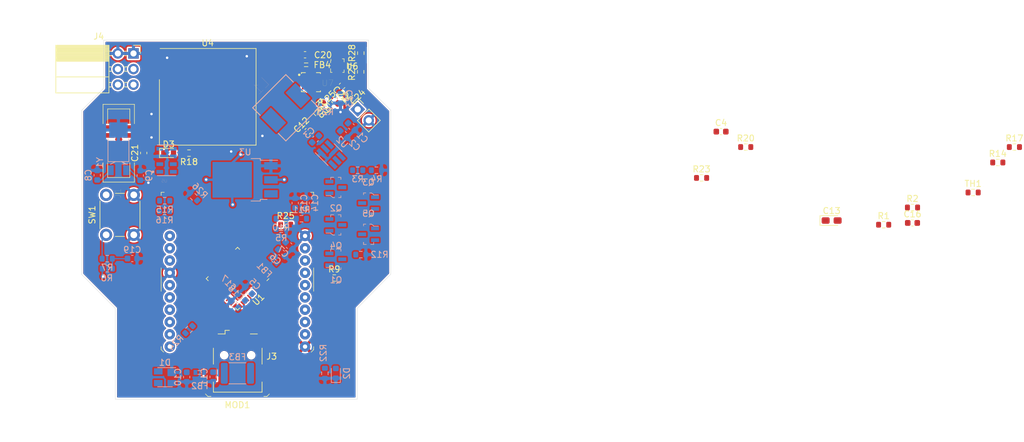
<source format=kicad_pcb>
(kicad_pcb (version 20171130) (host pcbnew 5.1.7)

  (general
    (thickness 1.6)
    (drawings 13)
    (tracks 59)
    (zones 0)
    (modules 80)
    (nets 86)
  )

  (page A4)
  (layers
    (0 F.Cu signal)
    (1 In1.Cu signal)
    (2 In2.Cu signal)
    (31 B.Cu signal)
    (32 B.Adhes user)
    (33 F.Adhes user)
    (34 B.Paste user)
    (35 F.Paste user)
    (36 B.SilkS user)
    (37 F.SilkS user)
    (38 B.Mask user)
    (39 F.Mask user)
    (40 Dwgs.User user)
    (41 Cmts.User user)
    (42 Eco1.User user)
    (43 Eco2.User user)
    (44 Edge.Cuts user)
    (45 Margin user)
    (46 B.CrtYd user)
    (47 F.CrtYd user)
    (48 B.Fab user)
    (49 F.Fab user)
  )

  (setup
    (last_trace_width 0.2)
    (user_trace_width 0.2)
    (user_trace_width 0.4)
    (trace_clearance 0.2)
    (zone_clearance 0.254)
    (zone_45_only no)
    (trace_min 0.2)
    (via_size 0.8)
    (via_drill 0.4)
    (via_min_size 0.4)
    (via_min_drill 0.3)
    (blind_buried_vias_allowed yes)
    (uvia_size 0.3)
    (uvia_drill 0.1)
    (uvias_allowed yes)
    (uvia_min_size 0.2)
    (uvia_min_drill 0.1)
    (edge_width 0.05)
    (segment_width 0.2)
    (pcb_text_width 0.3)
    (pcb_text_size 1.5 1.5)
    (mod_edge_width 0.12)
    (mod_text_size 1 1)
    (mod_text_width 0.15)
    (pad_size 1.524 1.524)
    (pad_drill 0.762)
    (pad_to_mask_clearance 0.05)
    (aux_axis_origin 0 0)
    (grid_origin 116.4 66.9)
    (visible_elements FFFFFF7F)
    (pcbplotparams
      (layerselection 0x010f0_ffffffff)
      (usegerberextensions true)
      (usegerberattributes true)
      (usegerberadvancedattributes true)
      (creategerberjobfile true)
      (excludeedgelayer true)
      (linewidth 0.100000)
      (plotframeref false)
      (viasonmask false)
      (mode 1)
      (useauxorigin false)
      (hpglpennumber 1)
      (hpglpenspeed 20)
      (hpglpendiameter 15.000000)
      (psnegative false)
      (psa4output false)
      (plotreference true)
      (plotvalue false)
      (plotinvisibletext false)
      (padsonsilk true)
      (subtractmaskfromsilk false)
      (outputformat 1)
      (mirror false)
      (drillshape 0)
      (scaleselection 1)
      (outputdirectory "gerbers/"))
  )

  (net 0 "")
  (net 1 "Net-(J1-Pad8)")
  (net 2 "Net-(J1-Pad7)")
  (net 3 "Net-(J1-Pad6)")
  (net 4 +3V3)
  (net 5 "Net-(MOD1-Pad20)")
  (net 6 "Net-(MOD1-Pad16)")
  (net 7 "Net-(MOD1-Pad15)")
  (net 8 "Net-(MOD1-Pad12)")
  (net 9 "Net-(MOD1-Pad9)")
  (net 10 "Net-(MOD1-Pad8)")
  (net 11 "Net-(MOD1-Pad7)")
  (net 12 "Net-(U1-Pad20)")
  (net 13 "Net-(U1-Pad4)")
  (net 14 "Net-(U1-Pad3)")
  (net 15 /Brain/VCC_MCU_CORE)
  (net 16 /VBUS)
  (net 17 "Net-(C11-Pad1)")
  (net 18 "Net-(J3-Pad4)")
  (net 19 "Net-(J3-Pad6)")
  (net 20 +BATT)
  (net 21 /Power/VBATT_EN)
  (net 22 /Power/VBUS_USB)
  (net 23 /Power/VBUS_BATT)
  (net 24 "Net-(Q2-Pad3)")
  (net 25 "Net-(Q3-Pad3)")
  (net 26 +5V)
  (net 27 "Net-(R7-Pad1)")
  (net 28 /Brain/XOUT32)
  (net 29 /Brain/XIN32)
  (net 30 "Net-(C3-Pad2)")
  (net 31 "Net-(C3-Pad1)")
  (net 32 /VBattMeasure)
  (net 33 "Net-(R3-Pad2)")
  (net 34 /USB_DM)
  (net 35 /USB_DP)
  (net 36 /~SYS_RESET)
  (net 37 /Brain/SWCLK)
  (net 38 /Brain/SWDIO)
  (net 39 /TCC0\WO2)
  (net 40 /TCC0\WO7)
  (net 41 /SPI_0_SCK)
  (net 42 /SPI_0_SS_0)
  (net 43 /XBEE_STATUS)
  (net 44 /SPI_0_MOSI)
  (net 45 /TCC2\WO0)
  (net 46 /USART_0_TX)
  (net 47 /SysTempMeasure)
  (net 48 /USART_0_RX)
  (net 49 /SPI_0_MISO)
  (net 50 /Brain/VCC_MCU_VDDANA)
  (net 51 "Net-(D2-Pad2)")
  (net 52 GND)
  (net 53 "Net-(U4-Pad9)")
  (net 54 "Net-(U4-Pad8)")
  (net 55 "Net-(U7-Pad10)")
  (net 56 /~XBEE_ATTN)
  (net 57 "Net-(U1-Pad49)")
  (net 58 "Net-(U1-Pad48)")
  (net 59 "Net-(U1-Pad47)")
  (net 60 "Net-(U1-Pad41)")
  (net 61 "Net-(U1-Pad38)")
  (net 62 "Net-(U1-Pad37)")
  (net 63 "Net-(R24-Pad1)")
  (net 64 "Net-(U1-Pad30)")
  (net 65 /GPS_EXT_INT)
  (net 66 /MAG_EXT_INT)
  (net 67 /IMU_EXT_INT1)
  (net 68 /IMU_EXT_INT2)
  (net 69 "Net-(U1-Pad19)")
  (net 70 /I2C_SCL)
  (net 71 /I2C_SDA)
  (net 72 "Net-(R25-Pad1)")
  (net 73 /GPS_USART_RX)
  (net 74 "Net-(U4-Pad19)")
  (net 75 /GPS_USART_TX)
  (net 76 "Net-(U4-Pad12)")
  (net 77 /Controls/GPS_PPS)
  (net 78 /MAG_DRDY)
  (net 79 "Net-(R28-Pad2)")
  (net 80 "Net-(C23-Pad2)")
  (net 81 "Net-(R19-Pad1)")
  (net 82 "Net-(R8-Pad2)")
  (net 83 /Controls/LSM6DS33TR_VCC)
  (net 84 "Net-(D3-Pad2)")
  (net 85 "Net-(J4-Pad4)")

  (net_class Default "This is the default net class."
    (clearance 0.2)
    (trace_width 0.25)
    (via_dia 0.8)
    (via_drill 0.4)
    (uvia_dia 0.3)
    (uvia_drill 0.1)
    (add_net +3V3)
    (add_net +5V)
    (add_net +BATT)
    (add_net /Brain/SWCLK)
    (add_net /Brain/SWDIO)
    (add_net /Brain/VCC_MCU_CORE)
    (add_net /Brain/VCC_MCU_VDDANA)
    (add_net /Brain/XIN32)
    (add_net /Brain/XOUT32)
    (add_net /Controls/GPS_PPS)
    (add_net /Controls/LSM6DS33TR_VCC)
    (add_net /GPS_EXT_INT)
    (add_net /GPS_USART_RX)
    (add_net /GPS_USART_TX)
    (add_net /I2C_SCL)
    (add_net /I2C_SDA)
    (add_net /IMU_EXT_INT1)
    (add_net /IMU_EXT_INT2)
    (add_net /MAG_DRDY)
    (add_net /MAG_EXT_INT)
    (add_net /Power/VBATT_EN)
    (add_net /Power/VBUS_BATT)
    (add_net /Power/VBUS_USB)
    (add_net /SPI_0_MISO)
    (add_net /SPI_0_MOSI)
    (add_net /SPI_0_SCK)
    (add_net /SPI_0_SS_0)
    (add_net /SysTempMeasure)
    (add_net /TCC0\WO2)
    (add_net /TCC0\WO7)
    (add_net /TCC2\WO0)
    (add_net /USART_0_RX)
    (add_net /USART_0_TX)
    (add_net /USB_DM)
    (add_net /USB_DP)
    (add_net /VBUS)
    (add_net /VBattMeasure)
    (add_net /XBEE_STATUS)
    (add_net /~SYS_RESET)
    (add_net /~XBEE_ATTN)
    (add_net GND)
    (add_net "Net-(C11-Pad1)")
    (add_net "Net-(C23-Pad2)")
    (add_net "Net-(C3-Pad1)")
    (add_net "Net-(C3-Pad2)")
    (add_net "Net-(D2-Pad2)")
    (add_net "Net-(D3-Pad2)")
    (add_net "Net-(J1-Pad6)")
    (add_net "Net-(J1-Pad7)")
    (add_net "Net-(J1-Pad8)")
    (add_net "Net-(J3-Pad4)")
    (add_net "Net-(J3-Pad6)")
    (add_net "Net-(J4-Pad4)")
    (add_net "Net-(MOD1-Pad12)")
    (add_net "Net-(MOD1-Pad15)")
    (add_net "Net-(MOD1-Pad16)")
    (add_net "Net-(MOD1-Pad20)")
    (add_net "Net-(MOD1-Pad7)")
    (add_net "Net-(MOD1-Pad8)")
    (add_net "Net-(MOD1-Pad9)")
    (add_net "Net-(Q2-Pad3)")
    (add_net "Net-(Q3-Pad3)")
    (add_net "Net-(R19-Pad1)")
    (add_net "Net-(R24-Pad1)")
    (add_net "Net-(R25-Pad1)")
    (add_net "Net-(R28-Pad2)")
    (add_net "Net-(R3-Pad2)")
    (add_net "Net-(R7-Pad1)")
    (add_net "Net-(R8-Pad2)")
    (add_net "Net-(U1-Pad19)")
    (add_net "Net-(U1-Pad20)")
    (add_net "Net-(U1-Pad3)")
    (add_net "Net-(U1-Pad30)")
    (add_net "Net-(U1-Pad37)")
    (add_net "Net-(U1-Pad38)")
    (add_net "Net-(U1-Pad4)")
    (add_net "Net-(U1-Pad41)")
    (add_net "Net-(U1-Pad47)")
    (add_net "Net-(U1-Pad48)")
    (add_net "Net-(U1-Pad49)")
    (add_net "Net-(U4-Pad12)")
    (add_net "Net-(U4-Pad19)")
    (add_net "Net-(U4-Pad8)")
    (add_net "Net-(U4-Pad9)")
    (add_net "Net-(U7-Pad10)")
  )

  (module Capacitor_SMD:C_0603_1608Metric (layer F.Cu) (tedit 5F68FEEE) (tstamp 5FA005EF)
    (at 133.75 36.69 180)
    (descr "Capacitor SMD 0603 (1608 Metric), square (rectangular) end terminal, IPC_7351 nominal, (Body size source: IPC-SM-782 page 76, https://www.pcb-3d.com/wordpress/wp-content/uploads/ipc-sm-782a_amendment_1_and_2.pdf), generated with kicad-footprint-generator")
    (tags capacitor)
    (path /5F83D554/5FCA072C)
    (attr smd)
    (fp_text reference C20 (at -2.92 -0.04) (layer F.SilkS)
      (effects (font (size 1 1) (thickness 0.15)))
    )
    (fp_text value 0.1uF (at 0 1.43) (layer F.Fab) hide
      (effects (font (size 1 1) (thickness 0.15)))
    )
    (fp_text user %R (at 0 0) (layer F.Fab) hide
      (effects (font (size 0.4 0.4) (thickness 0.06)))
    )
    (fp_line (start -0.8 0.4) (end -0.8 -0.4) (layer F.Fab) (width 0.1))
    (fp_line (start -0.8 -0.4) (end 0.8 -0.4) (layer F.Fab) (width 0.1))
    (fp_line (start 0.8 -0.4) (end 0.8 0.4) (layer F.Fab) (width 0.1))
    (fp_line (start 0.8 0.4) (end -0.8 0.4) (layer F.Fab) (width 0.1))
    (fp_line (start -0.14058 -0.51) (end 0.14058 -0.51) (layer F.SilkS) (width 0.12))
    (fp_line (start -0.14058 0.51) (end 0.14058 0.51) (layer F.SilkS) (width 0.12))
    (fp_line (start -1.48 0.73) (end -1.48 -0.73) (layer F.CrtYd) (width 0.05))
    (fp_line (start -1.48 -0.73) (end 1.48 -0.73) (layer F.CrtYd) (width 0.05))
    (fp_line (start 1.48 -0.73) (end 1.48 0.73) (layer F.CrtYd) (width 0.05))
    (fp_line (start 1.48 0.73) (end -1.48 0.73) (layer F.CrtYd) (width 0.05))
    (pad 2 smd roundrect (at 0.775 0 180) (size 0.9 0.95) (layers F.Cu F.Paste F.Mask) (roundrect_rratio 0.25)
      (net 52 GND))
    (pad 1 smd roundrect (at -0.775 0 180) (size 0.9 0.95) (layers F.Cu F.Paste F.Mask) (roundrect_rratio 0.25)
      (net 83 /Controls/LSM6DS33TR_VCC))
    (model ${KISYS3DMOD}/Capacitor_SMD.3dshapes/C_0603_1608Metric.wrl
      (at (xyz 0 0 0))
      (scale (xyz 1 1 1))
      (rotate (xyz 0 0 0))
    )
  )

  (module Capacitor_SMD:C_0603_1608Metric (layer B.Cu) (tedit 5F68FEEE) (tstamp 5FA137AF)
    (at 122.3 77.3 135)
    (descr "Capacitor SMD 0603 (1608 Metric), square (rectangular) end terminal, IPC_7351 nominal, (Body size source: IPC-SM-782 page 76, https://www.pcb-3d.com/wordpress/wp-content/uploads/ipc-sm-782a_amendment_1_and_2.pdf), generated with kicad-footprint-generator")
    (tags capacitor)
    (path /5F7734A5/5FA4A28B)
    (attr smd)
    (fp_text reference C18 (at 1.202082 1.484924 -45) (layer B.SilkS)
      (effects (font (size 1 1) (thickness 0.15)) (justify mirror))
    )
    (fp_text value 100nF (at 0 -1.43 -45) (layer B.Fab) hide
      (effects (font (size 1 1) (thickness 0.15)) (justify mirror))
    )
    (fp_text user %R (at 0 0 -45) (layer B.Fab) hide
      (effects (font (size 0.4 0.4) (thickness 0.06)) (justify mirror))
    )
    (fp_line (start -0.8 -0.4) (end -0.8 0.4) (layer B.Fab) (width 0.1))
    (fp_line (start -0.8 0.4) (end 0.8 0.4) (layer B.Fab) (width 0.1))
    (fp_line (start 0.8 0.4) (end 0.8 -0.4) (layer B.Fab) (width 0.1))
    (fp_line (start 0.8 -0.4) (end -0.8 -0.4) (layer B.Fab) (width 0.1))
    (fp_line (start -0.14058 0.51) (end 0.14058 0.51) (layer B.SilkS) (width 0.12))
    (fp_line (start -0.14058 -0.51) (end 0.14058 -0.51) (layer B.SilkS) (width 0.12))
    (fp_line (start -1.48 -0.73) (end -1.48 0.73) (layer B.CrtYd) (width 0.05))
    (fp_line (start -1.48 0.73) (end 1.48 0.73) (layer B.CrtYd) (width 0.05))
    (fp_line (start 1.48 0.73) (end 1.48 -0.73) (layer B.CrtYd) (width 0.05))
    (fp_line (start 1.48 -0.73) (end -1.48 -0.73) (layer B.CrtYd) (width 0.05))
    (pad 2 smd roundrect (at 0.775 0 135) (size 0.9 0.95) (layers B.Cu B.Paste B.Mask) (roundrect_rratio 0.25)
      (net 52 GND))
    (pad 1 smd roundrect (at -0.775 0 135) (size 0.9 0.95) (layers B.Cu B.Paste B.Mask) (roundrect_rratio 0.25)
      (net 4 +3V3))
    (model ${KISYS3DMOD}/Capacitor_SMD.3dshapes/C_0603_1608Metric.wrl
      (at (xyz 0 0 0))
      (scale (xyz 1 1 1))
      (rotate (xyz 0 0 0))
    )
  )

  (module digikey-footprints:0603 (layer B.Cu) (tedit 5D288D2B) (tstamp 5FA006A6)
    (at 116.625 88.35)
    (path /5F774081/5F8EDEE3)
    (attr smd)
    (fp_text reference FB2 (at 0 2.2) (layer B.SilkS)
      (effects (font (size 1 1) (thickness 0.15)) (justify mirror))
    )
    (fp_text value BLM18PG471SN1D (at 0 -1.9) (layer B.Fab)
      (effects (font (size 1 1) (thickness 0.15)) (justify mirror))
    )
    (fp_line (start 0.8 0.4) (end -0.8 0.4) (layer B.Fab) (width 0.12))
    (fp_line (start 0.8 -0.4) (end 0.8 0.4) (layer B.Fab) (width 0.12))
    (fp_line (start -0.8 -0.4) (end 0.8 -0.4) (layer B.Fab) (width 0.12))
    (fp_line (start -0.8 0.4) (end -0.8 -0.4) (layer B.Fab) (width 0.12))
    (fp_line (start -0.3 0.3) (end 0.3 0.3) (layer B.SilkS) (width 0.12))
    (fp_line (start -0.3 -0.3) (end 0.3 -0.3) (layer B.SilkS) (width 0.12))
    (fp_line (start -1.25 -0.71) (end -1.25 0.71) (layer B.CrtYd) (width 0.05))
    (fp_line (start 1.11 -0.71) (end -1.11 -0.71) (layer B.CrtYd) (width 0.05))
    (fp_line (start 1.25 0.71) (end 1.25 -0.71) (layer B.CrtYd) (width 0.05))
    (fp_line (start -1.11 0.71) (end 1.11 0.71) (layer B.CrtYd) (width 0.05))
    (fp_line (start -1.11 -0.71) (end -1.25 -0.71) (layer B.CrtYd) (width 0.05))
    (fp_line (start -1.11 0.71) (end -1.25 0.71) (layer B.CrtYd) (width 0.05))
    (fp_line (start 1.11 0.71) (end 1.25 0.71) (layer B.CrtYd) (width 0.05))
    (fp_line (start 1.11 -0.71) (end 1.25 -0.71) (layer B.CrtYd) (width 0.05))
    (pad 2 smd rect (at 0.7 0) (size 0.6 0.8) (layers B.Cu B.Paste B.Mask)
      (net 17 "Net-(C11-Pad1)"))
    (pad 1 smd rect (at -0.7 0) (size 0.6 0.8) (layers B.Cu B.Paste B.Mask)
      (net 16 /VBUS))
  )

  (module plib:TE_MS860702BA01-50 (layer B.Cu) (tedit 5F9C6C58) (tstamp 5FA00BF4)
    (at 111.225 53.85)
    (path /5F83D554/5F7D6208)
    (fp_text reference U5 (at -0.366363 3.368176) (layer B.SilkS)
      (effects (font (size 0.480481 0.480481) (thickness 0.015)) (justify mirror))
    )
    (fp_text value MS860702BA01-50 (at 3.702178 -3.620446) (layer B.Fab)
      (effects (font (size 0.48075 0.48075) (thickness 0.015)) (justify mirror))
    )
    (fp_line (start -1.5 2.5) (end 1.5 2.5) (layer B.Fab) (width 0.127))
    (fp_line (start 1.5 2.5) (end 1.5 -2.5) (layer B.Fab) (width 0.127))
    (fp_line (start 1.5 -2.5) (end -1.5 -2.5) (layer B.Fab) (width 0.127))
    (fp_line (start -1.5 -2.5) (end -1.5 2.5) (layer B.Fab) (width 0.127))
    (fp_line (start -1.5 2.5) (end 1.5 2.5) (layer B.SilkS) (width 0.127))
    (fp_line (start -1.5 -2.5) (end 1.5 -2.5) (layer B.SilkS) (width 0.127))
    (fp_circle (center -2.2 1.875) (end -2.1 1.875) (layer B.SilkS) (width 0.2))
    (fp_line (start -1.9 2.8) (end 1.9 2.8) (layer B.CrtYd) (width 0.05))
    (fp_line (start 1.9 2.8) (end 1.9 -2.8) (layer B.CrtYd) (width 0.05))
    (fp_line (start 1.9 -2.8) (end -1.9 -2.8) (layer B.CrtYd) (width 0.05))
    (fp_line (start -1.9 -2.8) (end -1.9 2.8) (layer B.CrtYd) (width 0.05))
    (pad 1 smd rect (at -1.1 1.875) (size 1.1 0.6) (layers B.Cu B.Paste B.Mask)
      (net 4 +3V3))
    (pad 2 smd rect (at -1.1 0.625) (size 1.1 0.6) (layers B.Cu B.Paste B.Mask))
    (pad 3 smd rect (at -1.1 -0.625) (size 1.1 0.6) (layers B.Cu B.Paste B.Mask)
      (net 52 GND))
    (pad 4 smd rect (at -1.1 -1.875) (size 1.1 0.6) (layers B.Cu B.Paste B.Mask))
    (pad 5 smd rect (at 1.1 -1.875) (size 1.1 0.6) (layers B.Cu B.Paste B.Mask))
    (pad 6 smd rect (at 1.1 -0.625) (size 1.1 0.6) (layers B.Cu B.Paste B.Mask))
    (pad 7 smd rect (at 1.1 0.625) (size 1.1 0.6) (layers B.Cu B.Paste B.Mask)
      (net 71 /I2C_SDA))
    (pad 8 smd rect (at 1.1 1.875) (size 1.1 0.6) (layers B.Cu B.Paste B.Mask)
      (net 70 /I2C_SCL))
    (model /storage/Shared/KiCad/penguin-kicad/penguin-3d/MS860702BA01-50--3DModel-STEP-1.STEP
      (offset (xyz 0 0 1))
      (scale (xyz 1 1 1))
      (rotate (xyz 0 0 90))
    )
  )

  (module Resistor_SMD:R_0603_1608Metric (layer B.Cu) (tedit 5F68FEEE) (tstamp 5FA00923)
    (at 129.875 65.05)
    (descr "Resistor SMD 0603 (1608 Metric), square (rectangular) end terminal, IPC_7351 nominal, (Body size source: IPC-SM-782 page 72, https://www.pcb-3d.com/wordpress/wp-content/uploads/ipc-sm-782a_amendment_1_and_2.pdf), generated with kicad-footprint-generator")
    (tags resistor)
    (path /5F774081/5F776C6A)
    (attr smd)
    (fp_text reference R5 (at 0 1.43) (layer B.SilkS)
      (effects (font (size 1 1) (thickness 0.15)) (justify mirror))
    )
    (fp_text value 100k (at 0 -1.43) (layer B.Fab)
      (effects (font (size 1 1) (thickness 0.15)) (justify mirror))
    )
    (fp_text user %R (at 0 0) (layer B.Fab)
      (effects (font (size 0.4 0.4) (thickness 0.06)) (justify mirror))
    )
    (fp_line (start -0.8 -0.4125) (end -0.8 0.4125) (layer B.Fab) (width 0.1))
    (fp_line (start -0.8 0.4125) (end 0.8 0.4125) (layer B.Fab) (width 0.1))
    (fp_line (start 0.8 0.4125) (end 0.8 -0.4125) (layer B.Fab) (width 0.1))
    (fp_line (start 0.8 -0.4125) (end -0.8 -0.4125) (layer B.Fab) (width 0.1))
    (fp_line (start -0.237258 0.5225) (end 0.237258 0.5225) (layer B.SilkS) (width 0.12))
    (fp_line (start -0.237258 -0.5225) (end 0.237258 -0.5225) (layer B.SilkS) (width 0.12))
    (fp_line (start -1.48 -0.73) (end -1.48 0.73) (layer B.CrtYd) (width 0.05))
    (fp_line (start -1.48 0.73) (end 1.48 0.73) (layer B.CrtYd) (width 0.05))
    (fp_line (start 1.48 0.73) (end 1.48 -0.73) (layer B.CrtYd) (width 0.05))
    (fp_line (start 1.48 -0.73) (end -1.48 -0.73) (layer B.CrtYd) (width 0.05))
    (pad 2 smd roundrect (at 0.825 0) (size 0.8 0.95) (layers B.Cu B.Paste B.Mask) (roundrect_rratio 0.25)
      (net 52 GND))
    (pad 1 smd roundrect (at -0.825 0) (size 0.8 0.95) (layers B.Cu B.Paste B.Mask) (roundrect_rratio 0.25)
      (net 23 /Power/VBUS_BATT))
    (model ${KISYS3DMOD}/Resistor_SMD.3dshapes/R_0603_1608Metric.wrl
      (at (xyz 0 0 0))
      (scale (xyz 1 1 1))
      (rotate (xyz 0 0 0))
    )
  )

  (module Crystal:Crystal_SMD_MicroCrystal_MS1V-T1K (layer B.Cu) (tedit 5A1AD604) (tstamp 5FA00C58)
    (at 103.4 51.975)
    (descr "SMD Watch Crystal MicroCrystal MS1V-T1K 6.1mm length 2.0mm diameter http://www.microcrystal.com/images/_Product-Documentation/03_TF_metal_Packages/01_Datasheet/MS1V-T1K.pdf")
    (tags ['MS1V-T1K'])
    (path /5F7734A5/5FB42AB5)
    (attr smd)
    (fp_text reference Y1 (at -3.02 2.275 -90) (layer B.SilkS)
      (effects (font (size 1 1) (thickness 0.15)) (justify mirror))
    )
    (fp_text value "32.768kHz +/-20PPM 7pF " (at 3.02 2.275 -90) (layer B.Fab)
      (effects (font (size 1 1) (thickness 0.15)) (justify mirror))
    )
    (fp_text user %R (at 0 -0.35) (layer B.Fab)
      (effects (font (size 0.6 0.6) (thickness 0.09)) (justify mirror))
    )
    (fp_line (start -1 1.9) (end -1 -4.2) (layer B.Fab) (width 0.1))
    (fp_line (start -1 -4.2) (end 1 -4.2) (layer B.Fab) (width 0.1))
    (fp_line (start 1 -4.2) (end 1 1.9) (layer B.Fab) (width 0.1))
    (fp_line (start 1 1.9) (end -1 1.9) (layer B.Fab) (width 0.1))
    (fp_line (start -0.5 1.9) (end -1.27 2.7) (layer B.Fab) (width 0.1))
    (fp_line (start -1.27 2.7) (end -1.27 3.5) (layer B.Fab) (width 0.1))
    (fp_line (start 0.5 1.9) (end 1.27 2.7) (layer B.Fab) (width 0.1))
    (fp_line (start 1.27 2.7) (end 1.27 3.5) (layer B.Fab) (width 0.1))
    (fp_line (start -1.7 -1.6) (end -1.7 2.1) (layer B.SilkS) (width 0.12))
    (fp_line (start -1.7 2.1) (end 1.7 2.1) (layer B.SilkS) (width 0.12))
    (fp_line (start 1.7 2.1) (end 1.7 -1.6) (layer B.SilkS) (width 0.12))
    (fp_line (start -0.5 2.1) (end -1.27 2.5) (layer B.SilkS) (width 0.12))
    (fp_line (start -1.27 2.5) (end -1.27 2.5) (layer B.SilkS) (width 0.12))
    (fp_line (start 0.5 2.1) (end 1.27 2.5) (layer B.SilkS) (width 0.12))
    (fp_line (start 1.27 2.5) (end 1.27 2.5) (layer B.SilkS) (width 0.12))
    (fp_line (start -2.1 4.63) (end -2.1 -4.57) (layer B.CrtYd) (width 0.05))
    (fp_line (start -2.1 -4.57) (end 2.1 -4.57) (layer B.CrtYd) (width 0.05))
    (fp_line (start 2.1 -4.57) (end 2.1 4.63) (layer B.CrtYd) (width 0.05))
    (fp_line (start 2.1 4.63) (end -2.1 4.63) (layer B.CrtYd) (width 0.05))
    (pad 3 smd rect (at 0 -3.05) (size 3 2.5) (layers B.Cu B.Paste B.Mask)
      (net 52 GND))
    (pad 2 smd rect (at 1.27 3.5) (size 1 1.6) (layers B.Cu B.Paste B.Mask)
      (net 28 /Brain/XOUT32))
    (pad 1 smd rect (at -1.27 3.5) (size 1 1.6) (layers B.Cu B.Paste B.Mask)
      (net 29 /Brain/XIN32))
    (model ${KISYS3DMOD}/Crystal.3dshapes/Crystal_SMD_MicroCrystal_MS1V-T1K.wrl
      (offset (xyz 0 0.224999996200839 0))
      (scale (xyz 1 1 1))
      (rotate (xyz 0 0 0))
    )
  )

  (module plib:PQFN50P300X300X86-16N (layer F.Cu) (tedit 5F7CFDCD) (tstamp 5FA00C3D)
    (at 134.7 41.15)
    (path /5F83D554/5F7E0AA6)
    (fp_text reference U7 (at 2.73 0.15) (layer F.SilkS)
      (effects (font (size 1.000898 1.000898) (thickness 0.015)))
    )
    (fp_text value LSM6DS33TR (at 11.750805 2.418245) (layer F.Fab) hide
      (effects (font (size 1.001346 1.001346) (thickness 0.015)))
    )
    (fp_line (start -1.55 -1.55) (end 1.55 -1.55) (layer F.Fab) (width 0.127))
    (fp_line (start 1.55 -1.55) (end 1.55 1.55) (layer F.Fab) (width 0.127))
    (fp_line (start 1.55 1.55) (end -1.55 1.55) (layer F.Fab) (width 0.127))
    (fp_line (start -1.55 1.55) (end -1.55 -1.55) (layer F.Fab) (width 0.127))
    (fp_line (start -0.89 -1.55) (end -1.55 -1.55) (layer F.SilkS) (width 0.127))
    (fp_line (start -1.55 -1.55) (end -1.55 -1.39) (layer F.SilkS) (width 0.127))
    (fp_line (start 0.89 -1.55) (end 1.55 -1.55) (layer F.SilkS) (width 0.127))
    (fp_line (start 0.89 1.55) (end 1.55 1.55) (layer F.SilkS) (width 0.127))
    (fp_line (start -0.89 1.55) (end -1.55 1.55) (layer F.SilkS) (width 0.127))
    (fp_line (start 1.55 -1.55) (end 1.55 -1.39) (layer F.SilkS) (width 0.127))
    (fp_line (start 1.55 1.55) (end 1.55 1.39) (layer F.SilkS) (width 0.127))
    (fp_line (start -1.55 1.55) (end -1.55 1.39) (layer F.SilkS) (width 0.127))
    (fp_circle (center -1.9 -1.2) (end -1.8 -1.2) (layer F.SilkS) (width 0.2))
    (fp_circle (center -1.9 -1.2) (end -1.8 -1.2) (layer F.Fab) (width 0.2))
    (fp_line (start -1.72 -1.72) (end 1.72 -1.72) (layer F.CrtYd) (width 0.05))
    (fp_line (start 1.72 -1.72) (end 1.72 1.72) (layer F.CrtYd) (width 0.05))
    (fp_line (start 1.72 1.72) (end -1.72 1.72) (layer F.CrtYd) (width 0.05))
    (fp_line (start -1.72 1.72) (end -1.72 -1.72) (layer F.CrtYd) (width 0.05))
    (pad 1 smd rect (at -1.21 -1) (size 0.51 0.35) (layers F.Cu F.Paste F.Mask)
      (net 4 +3V3))
    (pad 2 smd rect (at -1.21 -0.5) (size 0.51 0.35) (layers F.Cu F.Paste F.Mask)
      (net 70 /I2C_SCL))
    (pad 3 smd rect (at -1.21 0) (size 0.51 0.35) (layers F.Cu F.Paste F.Mask)
      (net 71 /I2C_SDA))
    (pad 4 smd rect (at -1.21 0.5) (size 0.51 0.35) (layers F.Cu F.Paste F.Mask)
      (net 81 "Net-(R19-Pad1)"))
    (pad 5 smd rect (at -1.21 1) (size 0.51 0.35) (layers F.Cu F.Paste F.Mask)
      (net 82 "Net-(R8-Pad2)"))
    (pad 6 smd rect (at -0.5 1.21) (size 0.35 0.51) (layers F.Cu F.Paste F.Mask)
      (net 68 /IMU_EXT_INT2))
    (pad 7 smd rect (at 0 1.21) (size 0.35 0.51) (layers F.Cu F.Paste F.Mask)
      (net 67 /IMU_EXT_INT1))
    (pad 8 smd rect (at 0.5 1.21) (size 0.35 0.51) (layers F.Cu F.Paste F.Mask)
      (net 55 "Net-(U7-Pad10)"))
    (pad 9 smd rect (at 1.21 1) (size 0.51 0.35) (layers F.Cu F.Paste F.Mask)
      (net 55 "Net-(U7-Pad10)"))
    (pad 10 smd rect (at 1.21 0.5) (size 0.51 0.35) (layers F.Cu F.Paste F.Mask)
      (net 55 "Net-(U7-Pad10)"))
    (pad 11 smd rect (at 1.21 0) (size 0.51 0.35) (layers F.Cu F.Paste F.Mask)
      (net 55 "Net-(U7-Pad10)"))
    (pad 12 smd rect (at 1.21 -0.5) (size 0.51 0.35) (layers F.Cu F.Paste F.Mask)
      (net 52 GND))
    (pad 13 smd rect (at 1.21 -1) (size 0.51 0.35) (layers F.Cu F.Paste F.Mask)
      (net 52 GND))
    (pad 14 smd rect (at 0.5 -1.21) (size 0.35 0.51) (layers F.Cu F.Paste F.Mask))
    (pad 15 smd rect (at 0 -1.21) (size 0.35 0.51) (layers F.Cu F.Paste F.Mask)
      (net 55 "Net-(U7-Pad10)"))
    (pad 16 smd rect (at -0.5 -1.21) (size 0.35 0.51) (layers F.Cu F.Paste F.Mask)
      (net 83 /Controls/LSM6DS33TR_VCC))
  )

  (module digikey-footprints:VFLGA-12_2x2mm (layer F.Cu) (tedit 5D28AE20) (tstamp 5FA00C17)
    (at 139.006 38.452)
    (descr http://www.st.com/content/ccc/resource/technical/document/datasheet/54/2a/85/76/e3/97/42/18/DM00075867.pdf/files/DM00075867.pdf/jcr:content/translations/en.DM00075867.pdf)
    (path /5F83D554/5F7D82C0)
    (attr smd)
    (fp_text reference U6 (at 2.4 0.1125) (layer F.SilkS)
      (effects (font (size 1 1) (thickness 0.15)))
    )
    (fp_text value LIS3MDLTR (at 0 2.75) (layer F.Fab) hide
      (effects (font (size 1 1) (thickness 0.15)))
    )
    (fp_text user %R (at 0 0) (layer F.Fab) hide
      (effects (font (size 0.3 0.3) (thickness 0.03)))
    )
    (fp_line (start -1.25 -1.25) (end -1.25 1.25) (layer F.CrtYd) (width 0.05))
    (fp_line (start -1.25 1.25) (end 1.25 1.25) (layer F.CrtYd) (width 0.05))
    (fp_line (start -1.25 -1.25) (end 1.25 -1.25) (layer F.CrtYd) (width 0.05))
    (fp_line (start 1.25 -1.25) (end 1.25 1.25) (layer F.CrtYd) (width 0.05))
    (fp_line (start -0.85 1.1) (end -1.1 1.1) (layer F.SilkS) (width 0.1))
    (fp_line (start -1.1 1.1) (end -1.1 0.5) (layer F.SilkS) (width 0.1))
    (fp_line (start 0.85 1.1) (end 1.1 1.1) (layer F.SilkS) (width 0.1))
    (fp_line (start 1.1 1.1) (end 1.1 0.7) (layer F.SilkS) (width 0.1))
    (fp_line (start 0.8 -1.1) (end 1.1 -1.1) (layer F.SilkS) (width 0.1))
    (fp_line (start 1.1 -1.1) (end 1.1 -0.6) (layer F.SilkS) (width 0.1))
    (fp_line (start -1.05 -1.05) (end -1.05 -0.8) (layer F.SilkS) (width 0.1))
    (fp_line (start -1.05 -0.8) (end -1.1 -0.75) (layer F.SilkS) (width 0.1))
    (fp_line (start -1.1 -0.75) (end -1.1 -0.45) (layer F.SilkS) (width 0.1))
    (fp_line (start -1 -0.7) (end -1 1) (layer F.Fab) (width 0.1))
    (fp_line (start 1 -1) (end -0.7 -1) (layer F.Fab) (width 0.1))
    (fp_line (start -1 -0.7) (end -0.7 -1) (layer F.Fab) (width 0.1))
    (fp_line (start 1 -1) (end 1 1) (layer F.Fab) (width 0.1))
    (fp_line (start -1 1) (end 1 1) (layer F.Fab) (width 0.1))
    (pad 6 smd rect (at 0.25 0.7625) (size 0.3 0.5) (layers F.Cu F.Paste F.Mask)
      (net 4 +3V3))
    (pad 5 smd rect (at -0.25 0.7625) (size 0.3 0.5) (layers F.Cu F.Paste F.Mask)
      (net 4 +3V3))
    (pad 7 smd rect (at 0.7625 0.75) (size 0.4 0.4) (layers F.Cu F.Paste F.Mask)
      (net 66 /MAG_EXT_INT))
    (pad 8 smd rect (at 0.7625 0.25) (size 0.5 0.3) (layers F.Cu F.Paste F.Mask)
      (net 78 /MAG_DRDY))
    (pad 9 smd rect (at 0.7625 -0.25) (size 0.5 0.3) (layers F.Cu F.Paste F.Mask)
      (net 52 GND))
    (pad 10 smd rect (at 0.7625 -0.75) (size 0.4 0.4) (layers F.Cu F.Paste F.Mask)
      (net 79 "Net-(R28-Pad2)"))
    (pad 11 smd rect (at 0.25 -0.7625) (size 0.3 0.5) (layers F.Cu F.Paste F.Mask)
      (net 71 /I2C_SDA))
    (pad 12 smd rect (at -0.25 -0.7625) (size 0.3 0.5) (layers F.Cu F.Paste F.Mask)
      (net 52 GND))
    (pad 4 smd rect (at -0.7625 0.75) (size 0.4 0.4) (layers F.Cu F.Paste F.Mask)
      (net 80 "Net-(C23-Pad2)"))
    (pad 1 smd rect (at -0.7625 -0.75) (size 0.4 0.4) (layers F.Cu F.Paste F.Mask)
      (net 70 /I2C_SCL))
    (pad 2 smd rect (at -0.7625 -0.25) (size 0.5 0.3) (layers F.Cu F.Paste F.Mask)
      (net 52 GND))
    (pad 3 smd rect (at -0.7625 0.25) (size 0.5 0.3) (layers F.Cu F.Paste F.Mask)
      (net 52 GND))
  )

  (module RF_GPS:ublox_SAM-M8Q (layer F.Cu) (tedit 5C292C10) (tstamp 5FA00BDC)
    (at 117.924 43.532)
    (descr "GPS Module, 15.5x15.5x6.3mm, https://www.u-blox.com/sites/default/files/SAM-M8Q_HardwareIntegrationManual_%28UBX-16018358%29.pdf")
    (tags "ublox SAM-M8Q")
    (path /5F83D554/5FCDBB35)
    (solder_mask_margin 0.000001)
    (attr smd)
    (fp_text reference U4 (at 0 -8.75) (layer F.SilkS)
      (effects (font (size 1 1) (thickness 0.15)))
    )
    (fp_text value ublox_SAM-M8Q (at 0 8.75) (layer F.Fab)
      (effects (font (size 1 1) (thickness 0.15)))
    )
    (fp_arc (start -4.5 4.5) (end -4.5 5.5) (angle 90) (layer F.Fab) (width 0.1))
    (fp_arc (start 4.5 4.5) (end 5.5 4.5) (angle 90) (layer F.Fab) (width 0.1))
    (fp_arc (start 4.5 -4.5) (end 4.5 -5.5) (angle 90) (layer F.Fab) (width 0.1))
    (fp_arc (start -4.5 -4.5) (end -5.5 -4.5) (angle 90) (layer F.Fab) (width 0.1))
    (fp_text user %R (at 0 0) (layer F.Fab)
      (effects (font (size 1 1) (thickness 0.15)))
    )
    (fp_line (start -7.86 -2.8) (end -7.86 7.86) (layer F.SilkS) (width 0.12))
    (fp_line (start -7.86 7.86) (end 7.86 7.86) (layer F.SilkS) (width 0.12))
    (fp_line (start 7.86 -7.86) (end 7.86 7.86) (layer F.SilkS) (width 0.12))
    (fp_line (start -7.75 -7.86) (end 7.86 -7.86) (layer F.SilkS) (width 0.12))
    (fp_line (start 8 -8) (end -8 -8) (layer F.CrtYd) (width 0.05))
    (fp_line (start 8 8) (end 8 -8) (layer F.CrtYd) (width 0.05))
    (fp_line (start -8 8) (end 8 8) (layer F.CrtYd) (width 0.05))
    (fp_line (start -8 -8) (end -8 8) (layer F.CrtYd) (width 0.05))
    (fp_line (start 4.5 -5.5) (end -4.5 -5.5) (layer F.Fab) (width 0.1))
    (fp_line (start 5.5 4.5) (end 5.5 -4.5) (layer F.Fab) (width 0.1))
    (fp_line (start -4.5 5.5) (end 4.5 5.5) (layer F.Fab) (width 0.1))
    (fp_line (start -5.5 -4.5) (end -5.5 4.5) (layer F.Fab) (width 0.1))
    (fp_line (start -7.75 7.75) (end 7.75 7.75) (layer F.Fab) (width 0.1))
    (fp_line (start -7.75 -7.75) (end -7.75 7.75) (layer F.Fab) (width 0.1))
    (fp_line (start 7.75 -7.75) (end -7.75 -7.75) (layer F.Fab) (width 0.1))
    (fp_line (start 7.75 7.75) (end 7.75 -7.75) (layer F.Fab) (width 0.1))
    (fp_line (start -6 -3.8) (end -7.75 -3.1) (layer F.Fab) (width 0.1))
    (fp_line (start -6 -3.8) (end -7.75 -4.5) (layer F.Fab) (width 0.1))
    (pad 20 smd rect (at -3.8 -6.6) (size 1.5 1.8) (layers F.Cu F.Mask)
      (net 52 GND))
    (pad 19 smd rect (at -1.9 -6.6) (size 1.5 1.8) (layers F.Cu F.Mask)
      (net 74 "Net-(U4-Pad19)"))
    (pad 18 smd rect (at 0 -6.6) (size 1.5 1.8) (layers F.Cu F.Mask)
      (net 36 /~SYS_RESET))
    (pad 17 smd rect (at 1.9 -6.6) (size 1.5 1.8) (layers F.Cu F.Mask)
      (net 4 +3V3))
    (pad 16 smd rect (at 3.8 -6.6) (size 1.5 1.8) (layers F.Cu F.Mask)
      (net 52 GND))
    (pad 15 smd rect (at 6.6 -3.8) (size 1.8 1.5) (layers F.Cu F.Mask)
      (net 52 GND))
    (pad 14 smd rect (at 6.6 -1.9) (size 1.8 1.5) (layers F.Cu F.Mask)
      (net 73 /GPS_USART_RX))
    (pad 13 smd rect (at 6.6 0) (size 1.8 1.5) (layers F.Cu F.Mask)
      (net 75 /GPS_USART_TX))
    (pad 12 smd rect (at 6.6 1.9) (size 1.8 1.5) (layers F.Cu F.Mask)
      (net 76 "Net-(U4-Pad12)"))
    (pad 11 smd rect (at 6.6 3.8) (size 1.8 1.5) (layers F.Cu F.Mask)
      (net 52 GND))
    (pad 10 smd rect (at 3.8 6.6) (size 1.5 1.8) (layers F.Cu F.Mask)
      (net 52 GND))
    (pad 9 smd rect (at 1.9 6.6) (size 1.5 1.8) (layers F.Cu F.Mask)
      (net 53 "Net-(U4-Pad9)"))
    (pad 8 smd rect (at 0 6.6) (size 1.5 1.8) (layers F.Cu F.Mask)
      (net 54 "Net-(U4-Pad8)"))
    (pad 7 smd rect (at -1.9 6.6) (size 1.5 1.8) (layers F.Cu F.Mask)
      (net 77 /Controls/GPS_PPS))
    (pad 6 smd rect (at -3.8 6.6) (size 1.5 1.8) (layers F.Cu F.Mask)
      (net 52 GND))
    (pad 5 smd rect (at -6.6 3.8) (size 1.8 1.5) (layers F.Cu F.Mask)
      (net 52 GND))
    (pad 4 smd rect (at -6.6 1.9) (size 1.8 1.5) (layers F.Cu F.Mask)
      (net 52 GND))
    (pad 3 smd rect (at -6.6 0) (size 1.8 1.5) (layers F.Cu F.Mask)
      (net 4 +3V3))
    (pad 2 smd rect (at -6.6 -1.9) (size 1.8 1.5) (layers F.Cu F.Mask)
      (net 4 +3V3))
    (pad 1 smd rect (at -6.6 -3.8) (size 1.8 1.5) (layers F.Cu F.Mask)
      (net 52 GND))
    (pad "" smd rect (at -4.225 6.1) (size 0.58 0.72) (layers F.Paste))
    (pad "" smd rect (at -3.375 6.1) (size 0.58 0.72) (layers F.Paste))
    (pad "" smd rect (at -4.225 7.1) (size 0.58 0.72) (layers F.Paste))
    (pad "" smd rect (at -3.375 7.1) (size 0.58 0.72) (layers F.Paste))
    (pad "" smd rect (at -2.325 6.1) (size 0.58 0.72) (layers F.Paste))
    (pad "" smd rect (at -1.475 6.1) (size 0.58 0.72) (layers F.Paste))
    (pad "" smd rect (at -2.325 7.1) (size 0.58 0.72) (layers F.Paste))
    (pad "" smd rect (at -1.475 7.1) (size 0.58 0.72) (layers F.Paste))
    (pad "" smd rect (at -0.425 6.1) (size 0.58 0.72) (layers F.Paste))
    (pad "" smd rect (at 0.425 6.1) (size 0.58 0.72) (layers F.Paste))
    (pad "" smd rect (at -0.425 7.1) (size 0.58 0.72) (layers F.Paste))
    (pad "" smd rect (at 0.425 7.1) (size 0.58 0.72) (layers F.Paste))
    (pad "" smd rect (at 2.325 6.1) (size 0.58 0.72) (layers F.Paste))
    (pad "" smd rect (at 1.475 6.1) (size 0.58 0.72) (layers F.Paste))
    (pad "" smd rect (at 2.325 7.1) (size 0.58 0.72) (layers F.Paste))
    (pad "" smd rect (at 1.475 7.1) (size 0.58 0.72) (layers F.Paste))
    (pad "" smd rect (at 3.375 6.1) (size 0.58 0.72) (layers F.Paste))
    (pad "" smd rect (at 4.225 6.1) (size 0.58 0.72) (layers F.Paste))
    (pad "" smd rect (at 3.375 7.1) (size 0.58 0.72) (layers F.Paste))
    (pad "" smd rect (at 4.225 7.1) (size 0.58 0.72) (layers F.Paste))
    (pad "" smd rect (at -4.225 -6.1) (size 0.58 0.72) (layers F.Paste))
    (pad "" smd rect (at -1.475 -6.1) (size 0.58 0.72) (layers F.Paste))
    (pad "" smd rect (at -4.225 -7.1) (size 0.58 0.72) (layers F.Paste))
    (pad "" smd rect (at -1.475 -7.1) (size 0.58 0.72) (layers F.Paste))
    (pad "" smd rect (at -2.325 -6.1) (size 0.58 0.72) (layers F.Paste))
    (pad "" smd rect (at -3.375 -6.1) (size 0.58 0.72) (layers F.Paste))
    (pad "" smd rect (at -2.325 -7.1) (size 0.58 0.72) (layers F.Paste))
    (pad "" smd rect (at -3.375 -7.1) (size 0.58 0.72) (layers F.Paste))
    (pad "" smd rect (at -0.425 -6.1) (size 0.58 0.72) (layers F.Paste))
    (pad "" smd rect (at 0.425 -6.1) (size 0.58 0.72) (layers F.Paste))
    (pad "" smd rect (at -0.425 -7.1) (size 0.58 0.72) (layers F.Paste))
    (pad "" smd rect (at 0.425 -7.1) (size 0.58 0.72) (layers F.Paste))
    (pad "" smd rect (at 1.475 -6.1) (size 0.58 0.72) (layers F.Paste))
    (pad "" smd rect (at 2.325 -6.1) (size 0.58 0.72) (layers F.Paste))
    (pad "" smd rect (at 1.475 -7.1) (size 0.58 0.72) (layers F.Paste))
    (pad "" smd rect (at 2.325 -7.1) (size 0.58 0.72) (layers F.Paste))
    (pad "" smd rect (at 3.375 -6.1) (size 0.58 0.72) (layers F.Paste))
    (pad "" smd rect (at 4.225 -6.1) (size 0.58 0.72) (layers F.Paste))
    (pad "" smd rect (at 3.375 -7.1) (size 0.58 0.72) (layers F.Paste))
    (pad "" smd rect (at 4.225 -7.1) (size 0.58 0.72) (layers F.Paste))
    (pad "" smd rect (at -7.1 -4.225) (size 0.72 0.58) (layers F.Paste))
    (pad "" smd rect (at -7.1 -3.375) (size 0.72 0.58) (layers F.Paste))
    (pad "" smd rect (at -6.1 -4.225) (size 0.72 0.58) (layers F.Paste))
    (pad "" smd rect (at -6.1 -3.375) (size 0.72 0.58) (layers F.Paste))
    (pad "" smd rect (at -7.1 -2.325) (size 0.72 0.58) (layers F.Paste))
    (pad "" smd rect (at -6.1 -2.325) (size 0.72 0.58) (layers F.Paste))
    (pad "" smd rect (at -7.1 -1.475) (size 0.72 0.58) (layers F.Paste))
    (pad "" smd rect (at -6.1 -1.475) (size 0.72 0.58) (layers F.Paste))
    (pad "" smd rect (at -7.1 -0.425) (size 0.72 0.58) (layers F.Paste))
    (pad "" smd rect (at -6.1 -0.425) (size 0.72 0.58) (layers F.Paste))
    (pad "" smd rect (at -7.1 0.425) (size 0.72 0.58) (layers F.Paste))
    (pad "" smd rect (at -6.1 0.425) (size 0.72 0.58) (layers F.Paste))
    (pad "" smd rect (at -7.1 1.475) (size 0.72 0.58) (layers F.Paste))
    (pad "" smd rect (at -6.1 1.475) (size 0.72 0.58) (layers F.Paste))
    (pad "" smd rect (at -7.1 2.325) (size 0.72 0.58) (layers F.Paste))
    (pad "" smd rect (at -6.1 2.325) (size 0.72 0.58) (layers F.Paste))
    (pad "" smd rect (at -7.1 3.375) (size 0.72 0.58) (layers F.Paste))
    (pad "" smd rect (at -6.1 3.375) (size 0.72 0.58) (layers F.Paste))
    (pad "" smd rect (at -7.1 4.225) (size 0.72 0.58) (layers F.Paste))
    (pad "" smd rect (at -6.1 4.225) (size 0.72 0.58) (layers F.Paste))
    (pad "" smd rect (at 6.1 -4.225) (size 0.72 0.58) (layers F.Paste))
    (pad "" smd rect (at 7.1 -4.225) (size 0.72 0.58) (layers F.Paste))
    (pad "" smd rect (at 6.1 -3.375) (size 0.72 0.58) (layers F.Paste))
    (pad "" smd rect (at 7.1 -3.375) (size 0.72 0.58) (layers F.Paste))
    (pad "" smd rect (at 6.1 -2.325) (size 0.72 0.58) (layers F.Paste))
    (pad "" smd rect (at 7.1 -2.325) (size 0.72 0.58) (layers F.Paste))
    (pad "" smd rect (at 6.1 -1.475) (size 0.72 0.58) (layers F.Paste))
    (pad "" smd rect (at 7.1 -1.475) (size 0.72 0.58) (layers F.Paste))
    (pad "" smd rect (at 6.1 -0.425) (size 0.72 0.58) (layers F.Paste))
    (pad "" smd rect (at 7.1 -0.425) (size 0.72 0.58) (layers F.Paste))
    (pad "" smd rect (at 6.1 0.425) (size 0.72 0.58) (layers F.Paste))
    (pad "" smd rect (at 7.1 0.425) (size 0.72 0.58) (layers F.Paste))
    (pad "" smd rect (at 6.1 1.475) (size 0.72 0.58) (layers F.Paste))
    (pad "" smd rect (at 7.1 1.475) (size 0.72 0.58) (layers F.Paste))
    (pad "" smd rect (at 6.1 2.325) (size 0.72 0.58) (layers F.Paste))
    (pad "" smd rect (at 7.1 2.325) (size 0.72 0.58) (layers F.Paste))
    (pad "" smd rect (at 6.1 3.375) (size 0.72 0.58) (layers F.Paste))
    (pad "" smd rect (at 7.1 3.375) (size 0.72 0.58) (layers F.Paste))
    (pad "" smd rect (at 6.1 4.225) (size 0.72 0.58) (layers F.Paste))
    (pad "" smd rect (at 7.1 4.225) (size 0.72 0.58) (layers F.Paste))
    (model ${KISYS3DMOD}/RF_GPS.3dshapes/ublox_SAM-M8Q.wrl
      (at (xyz 0 0 0))
      (scale (xyz 1 1 1))
      (rotate (xyz 0 0 0))
    )
  )

  (module Package_TO_SOT_SMD:TO-252-3_TabPin2 (layer B.Cu) (tedit 5A70F30B) (tstamp 5FA00B5D)
    (at 124 57.025 180)
    (descr "TO-252 / DPAK SMD package, http://www.infineon.com/cms/en/product/packages/PG-TO252/PG-TO252-3-1/")
    (tags "DPAK TO-252 DPAK-3 TO-252-3 SOT-428")
    (path /5F774081/5F88D7AD)
    (attr smd)
    (fp_text reference U3 (at 0 4.5) (layer B.SilkS)
      (effects (font (size 1 1) (thickness 0.15)) (justify mirror))
    )
    (fp_text value IFX27001TFV33 (at 0 -4.5) (layer B.Fab)
      (effects (font (size 1 1) (thickness 0.15)) (justify mirror))
    )
    (fp_text user %R (at 0 0) (layer B.Fab)
      (effects (font (size 1 1) (thickness 0.15)) (justify mirror))
    )
    (fp_line (start 3.95 2.7) (end 4.95 2.7) (layer B.Fab) (width 0.1))
    (fp_line (start 4.95 2.7) (end 4.95 -2.7) (layer B.Fab) (width 0.1))
    (fp_line (start 4.95 -2.7) (end 3.95 -2.7) (layer B.Fab) (width 0.1))
    (fp_line (start 3.95 3.25) (end 3.95 -3.25) (layer B.Fab) (width 0.1))
    (fp_line (start 3.95 -3.25) (end -2.27 -3.25) (layer B.Fab) (width 0.1))
    (fp_line (start -2.27 -3.25) (end -2.27 2.25) (layer B.Fab) (width 0.1))
    (fp_line (start -2.27 2.25) (end -1.27 3.25) (layer B.Fab) (width 0.1))
    (fp_line (start -1.27 3.25) (end 3.95 3.25) (layer B.Fab) (width 0.1))
    (fp_line (start -1.865 2.655) (end -4.97 2.655) (layer B.Fab) (width 0.1))
    (fp_line (start -4.97 2.655) (end -4.97 1.905) (layer B.Fab) (width 0.1))
    (fp_line (start -4.97 1.905) (end -2.27 1.905) (layer B.Fab) (width 0.1))
    (fp_line (start -2.27 0.375) (end -4.97 0.375) (layer B.Fab) (width 0.1))
    (fp_line (start -4.97 0.375) (end -4.97 -0.375) (layer B.Fab) (width 0.1))
    (fp_line (start -4.97 -0.375) (end -2.27 -0.375) (layer B.Fab) (width 0.1))
    (fp_line (start -2.27 -1.905) (end -4.97 -1.905) (layer B.Fab) (width 0.1))
    (fp_line (start -4.97 -1.905) (end -4.97 -2.655) (layer B.Fab) (width 0.1))
    (fp_line (start -4.97 -2.655) (end -2.27 -2.655) (layer B.Fab) (width 0.1))
    (fp_line (start -0.97 3.45) (end -2.47 3.45) (layer B.SilkS) (width 0.12))
    (fp_line (start -2.47 3.45) (end -2.47 3.18) (layer B.SilkS) (width 0.12))
    (fp_line (start -2.47 3.18) (end -5.3 3.18) (layer B.SilkS) (width 0.12))
    (fp_line (start -0.97 -3.45) (end -2.47 -3.45) (layer B.SilkS) (width 0.12))
    (fp_line (start -2.47 -3.45) (end -2.47 -3.18) (layer B.SilkS) (width 0.12))
    (fp_line (start -2.47 -3.18) (end -3.57 -3.18) (layer B.SilkS) (width 0.12))
    (fp_line (start -5.55 3.5) (end -5.55 -3.5) (layer B.CrtYd) (width 0.05))
    (fp_line (start -5.55 -3.5) (end 5.55 -3.5) (layer B.CrtYd) (width 0.05))
    (fp_line (start 5.55 -3.5) (end 5.55 3.5) (layer B.CrtYd) (width 0.05))
    (fp_line (start 5.55 3.5) (end -5.55 3.5) (layer B.CrtYd) (width 0.05))
    (pad "" smd rect (at 0.425 -1.525 180) (size 3.05 2.75) (layers B.Paste))
    (pad "" smd rect (at 3.775 1.525 180) (size 3.05 2.75) (layers B.Paste))
    (pad "" smd rect (at 0.425 1.525 180) (size 3.05 2.75) (layers B.Paste))
    (pad "" smd rect (at 3.775 -1.525 180) (size 3.05 2.75) (layers B.Paste))
    (pad 2 smd rect (at 2.1 0 180) (size 6.4 5.8) (layers B.Cu B.Mask)
      (net 4 +3V3))
    (pad 3 smd rect (at -4.2 -2.28 180) (size 2.2 1.2) (layers B.Cu B.Paste B.Mask)
      (net 26 +5V))
    (pad 2 smd rect (at -4.2 0 180) (size 2.2 1.2) (layers B.Cu B.Paste B.Mask)
      (net 4 +3V3))
    (pad 1 smd rect (at -4.2 2.28 180) (size 2.2 1.2) (layers B.Cu B.Paste B.Mask)
      (net 52 GND))
    (model ${KISYS3DMOD}/Package_TO_SOT_SMD.3dshapes/TO-252-3_TabPin2.wrl
      (at (xyz 0 0 0))
      (scale (xyz 1 1 1))
      (rotate (xyz 0 0 0))
    )
  )

  (module Package_TO_SOT_SMD:SOT-23-6_Handsoldering (layer B.Cu) (tedit 5A02FF57) (tstamp 5FA00B35)
    (at 137.99 52.93 315)
    (descr "6-pin SOT-23 package, Handsoldering")
    (tags "SOT-23-6 Handsoldering")
    (path /5F774081/5F76878D)
    (attr smd)
    (fp_text reference U2 (at -0.179605 -2.694077 315) (layer B.SilkS)
      (effects (font (size 1 1) (thickness 0.15)) (justify mirror))
    )
    (fp_text value TPS563249DDC (at 0 -2.9 315) (layer B.Fab)
      (effects (font (size 1 1) (thickness 0.15)) (justify mirror))
    )
    (fp_line (start 0.9 1.55) (end 0.9 -1.55) (layer B.Fab) (width 0.1))
    (fp_line (start 0.9 -1.55) (end -0.9 -1.55) (layer B.Fab) (width 0.1))
    (fp_line (start -0.9 0.9) (end -0.9 -1.55) (layer B.Fab) (width 0.1))
    (fp_line (start 0.9 1.55) (end -0.25 1.55) (layer B.Fab) (width 0.1))
    (fp_line (start -0.9 0.9) (end -0.25 1.55) (layer B.Fab) (width 0.1))
    (fp_line (start -2.4 1.8) (end 2.4 1.8) (layer B.CrtYd) (width 0.05))
    (fp_line (start 2.4 1.8) (end 2.4 -1.8) (layer B.CrtYd) (width 0.05))
    (fp_line (start 2.4 -1.8) (end -2.4 -1.8) (layer B.CrtYd) (width 0.05))
    (fp_line (start -2.4 -1.8) (end -2.4 1.8) (layer B.CrtYd) (width 0.05))
    (fp_line (start 0.9 1.61) (end -2.05 1.61) (layer B.SilkS) (width 0.12))
    (fp_line (start -0.9 -1.61) (end 0.9 -1.61) (layer B.SilkS) (width 0.12))
    (fp_text user %R (at 0 0 225) (layer B.Fab)
      (effects (font (size 0.5 0.5) (thickness 0.075)) (justify mirror))
    )
    (pad 1 smd rect (at -1.35 0.95 315) (size 1.56 0.65) (layers B.Cu B.Paste B.Mask)
      (net 52 GND))
    (pad 2 smd rect (at -1.35 0 315) (size 1.56 0.65) (layers B.Cu B.Paste B.Mask)
      (net 31 "Net-(C3-Pad1)"))
    (pad 3 smd rect (at -1.35 -0.95 315) (size 1.56 0.65) (layers B.Cu B.Paste B.Mask)
      (net 20 +BATT))
    (pad 4 smd rect (at 1.35 -0.95 315) (size 1.56 0.65) (layers B.Cu B.Paste B.Mask)
      (net 33 "Net-(R3-Pad2)"))
    (pad 6 smd rect (at 1.35 0.95 315) (size 1.56 0.65) (layers B.Cu B.Paste B.Mask)
      (net 30 "Net-(C3-Pad2)"))
    (pad 5 smd rect (at 1.35 0 315) (size 1.56 0.65) (layers B.Cu B.Paste B.Mask)
      (net 21 /Power/VBATT_EN))
    (model ${KISYS3DMOD}/Package_TO_SOT_SMD.3dshapes/SOT-23-6.wrl
      (at (xyz 0 0 0))
      (scale (xyz 1 1 1))
      (rotate (xyz 0 0 0))
    )
  )

  (module Package_DFN_QFN:QFN-48-1EP_7x7mm_P0.5mm_EP5.15x5.15mm (layer F.Cu) (tedit 5DC5F6A5) (tstamp 5FA00B1F)
    (at 122.775 73.1 225)
    (descr "QFN, 48 Pin (http://www.analog.com/media/en/package-pcb-resources/package/pkg_pdf/ltc-legacy-qfn/QFN_48_05-08-1704.pdf), generated with kicad-footprint-generator ipc_noLead_generator.py")
    (tags "QFN NoLead")
    (path /5F7734A5/5F7DEEDA)
    (attr smd)
    (fp_text reference U1 (at 0 -4.82 45) (layer F.SilkS)
      (effects (font (size 1 1) (thickness 0.15)))
    )
    (fp_text value ATSAMD21G18A-M (at 0 4.82 45) (layer F.Fab)
      (effects (font (size 1 1) (thickness 0.15)))
    )
    (fp_text user %R (at 0 0 45) (layer F.Fab)
      (effects (font (size 1 1) (thickness 0.15)))
    )
    (fp_line (start 3.135 -3.61) (end 3.61 -3.61) (layer F.SilkS) (width 0.12))
    (fp_line (start 3.61 -3.61) (end 3.61 -3.135) (layer F.SilkS) (width 0.12))
    (fp_line (start -3.135 3.61) (end -3.61 3.61) (layer F.SilkS) (width 0.12))
    (fp_line (start -3.61 3.61) (end -3.61 3.135) (layer F.SilkS) (width 0.12))
    (fp_line (start 3.135 3.61) (end 3.61 3.61) (layer F.SilkS) (width 0.12))
    (fp_line (start 3.61 3.61) (end 3.61 3.135) (layer F.SilkS) (width 0.12))
    (fp_line (start -3.135 -3.61) (end -3.61 -3.61) (layer F.SilkS) (width 0.12))
    (fp_line (start -2.5 -3.5) (end 3.5 -3.5) (layer F.Fab) (width 0.1))
    (fp_line (start 3.5 -3.5) (end 3.5 3.5) (layer F.Fab) (width 0.1))
    (fp_line (start 3.5 3.5) (end -3.5 3.5) (layer F.Fab) (width 0.1))
    (fp_line (start -3.5 3.5) (end -3.5 -2.5) (layer F.Fab) (width 0.1))
    (fp_line (start -3.5 -2.5) (end -2.5 -3.5) (layer F.Fab) (width 0.1))
    (fp_line (start -4.12 -4.12) (end -4.12 4.12) (layer F.CrtYd) (width 0.05))
    (fp_line (start -4.12 4.12) (end 4.12 4.12) (layer F.CrtYd) (width 0.05))
    (fp_line (start 4.12 4.12) (end 4.12 -4.12) (layer F.CrtYd) (width 0.05))
    (fp_line (start 4.12 -4.12) (end -4.12 -4.12) (layer F.CrtYd) (width 0.05))
    (pad "" smd roundrect (at 1.935 1.935 225) (size 1.04 1.04) (layers F.Paste) (roundrect_rratio 0.240385))
    (pad "" smd roundrect (at 1.935 0.645 225) (size 1.04 1.04) (layers F.Paste) (roundrect_rratio 0.240385))
    (pad "" smd roundrect (at 1.935 -0.645 225) (size 1.04 1.04) (layers F.Paste) (roundrect_rratio 0.240385))
    (pad "" smd roundrect (at 1.935 -1.935 225) (size 1.04 1.04) (layers F.Paste) (roundrect_rratio 0.240385))
    (pad "" smd roundrect (at 0.645 1.935 225) (size 1.04 1.04) (layers F.Paste) (roundrect_rratio 0.240385))
    (pad "" smd roundrect (at 0.645 0.645 225) (size 1.04 1.04) (layers F.Paste) (roundrect_rratio 0.240385))
    (pad "" smd roundrect (at 0.645 -0.645 225) (size 1.04 1.04) (layers F.Paste) (roundrect_rratio 0.240385))
    (pad "" smd roundrect (at 0.645 -1.935 225) (size 1.04 1.04) (layers F.Paste) (roundrect_rratio 0.240385))
    (pad "" smd roundrect (at -0.645 1.935 225) (size 1.04 1.04) (layers F.Paste) (roundrect_rratio 0.240385))
    (pad "" smd roundrect (at -0.645 0.645 225) (size 1.04 1.04) (layers F.Paste) (roundrect_rratio 0.240385))
    (pad "" smd roundrect (at -0.645 -0.645 225) (size 1.04 1.04) (layers F.Paste) (roundrect_rratio 0.240385))
    (pad "" smd roundrect (at -0.645 -1.935 225) (size 1.04 1.04) (layers F.Paste) (roundrect_rratio 0.240385))
    (pad "" smd roundrect (at -1.935 1.935 225) (size 1.04 1.04) (layers F.Paste) (roundrect_rratio 0.240385))
    (pad "" smd roundrect (at -1.935 0.645 225) (size 1.04 1.04) (layers F.Paste) (roundrect_rratio 0.240385))
    (pad "" smd roundrect (at -1.935 -0.645 225) (size 1.04 1.04) (layers F.Paste) (roundrect_rratio 0.240385))
    (pad "" smd roundrect (at -1.935 -1.935 225) (size 1.04 1.04) (layers F.Paste) (roundrect_rratio 0.240385))
    (pad 49 smd rect (at 0 0 225) (size 5.15 5.15) (layers F.Cu F.Mask)
      (net 57 "Net-(U1-Pad49)"))
    (pad 48 smd roundrect (at -2.75 -3.4375 225) (size 0.25 0.875) (layers F.Cu F.Paste F.Mask) (roundrect_rratio 0.25)
      (net 58 "Net-(U1-Pad48)"))
    (pad 47 smd roundrect (at -2.25 -3.4375 225) (size 0.25 0.875) (layers F.Cu F.Paste F.Mask) (roundrect_rratio 0.25)
      (net 59 "Net-(U1-Pad47)"))
    (pad 46 smd roundrect (at -1.75 -3.4375 225) (size 0.25 0.875) (layers F.Cu F.Paste F.Mask) (roundrect_rratio 0.25)
      (net 38 /Brain/SWDIO))
    (pad 45 smd roundrect (at -1.25 -3.4375 225) (size 0.25 0.875) (layers F.Cu F.Paste F.Mask) (roundrect_rratio 0.25)
      (net 37 /Brain/SWCLK))
    (pad 44 smd roundrect (at -0.75 -3.4375 225) (size 0.25 0.875) (layers F.Cu F.Paste F.Mask) (roundrect_rratio 0.25)
      (net 4 +3V3))
    (pad 43 smd roundrect (at -0.25 -3.4375 225) (size 0.25 0.875) (layers F.Cu F.Paste F.Mask) (roundrect_rratio 0.25)
      (net 15 /Brain/VCC_MCU_CORE))
    (pad 42 smd roundrect (at 0.25 -3.4375 225) (size 0.25 0.875) (layers F.Cu F.Paste F.Mask) (roundrect_rratio 0.25)
      (net 52 GND))
    (pad 41 smd roundrect (at 0.75 -3.4375 225) (size 0.25 0.875) (layers F.Cu F.Paste F.Mask) (roundrect_rratio 0.25)
      (net 60 "Net-(U1-Pad41)"))
    (pad 40 smd roundrect (at 1.25 -3.4375 225) (size 0.25 0.875) (layers F.Cu F.Paste F.Mask) (roundrect_rratio 0.25)
      (net 36 /~SYS_RESET))
    (pad 39 smd roundrect (at 1.75 -3.4375 225) (size 0.25 0.875) (layers F.Cu F.Paste F.Mask) (roundrect_rratio 0.25)
      (net 43 /XBEE_STATUS))
    (pad 38 smd roundrect (at 2.25 -3.4375 225) (size 0.25 0.875) (layers F.Cu F.Paste F.Mask) (roundrect_rratio 0.25)
      (net 61 "Net-(U1-Pad38)"))
    (pad 37 smd roundrect (at 2.75 -3.4375 225) (size 0.25 0.875) (layers F.Cu F.Paste F.Mask) (roundrect_rratio 0.25)
      (net 62 "Net-(U1-Pad37)"))
    (pad 36 smd roundrect (at 3.4375 -2.75 225) (size 0.875 0.25) (layers F.Cu F.Paste F.Mask) (roundrect_rratio 0.25)
      (net 4 +3V3))
    (pad 35 smd roundrect (at 3.4375 -2.25 225) (size 0.875 0.25) (layers F.Cu F.Paste F.Mask) (roundrect_rratio 0.25)
      (net 52 GND))
    (pad 34 smd roundrect (at 3.4375 -1.75 225) (size 0.875 0.25) (layers F.Cu F.Paste F.Mask) (roundrect_rratio 0.25)
      (net 35 /USB_DP))
    (pad 33 smd roundrect (at 3.4375 -1.25 225) (size 0.875 0.25) (layers F.Cu F.Paste F.Mask) (roundrect_rratio 0.25)
      (net 34 /USB_DM))
    (pad 32 smd roundrect (at 3.4375 -0.75 225) (size 0.875 0.25) (layers F.Cu F.Paste F.Mask) (roundrect_rratio 0.25)
      (net 63 "Net-(R24-Pad1)"))
    (pad 31 smd roundrect (at 3.4375 -0.25 225) (size 0.875 0.25) (layers F.Cu F.Paste F.Mask) (roundrect_rratio 0.25)
      (net 46 /USART_0_TX))
    (pad 30 smd roundrect (at 3.4375 0.25 225) (size 0.875 0.25) (layers F.Cu F.Paste F.Mask) (roundrect_rratio 0.25)
      (net 64 "Net-(U1-Pad30)"))
    (pad 29 smd roundrect (at 3.4375 0.75 225) (size 0.875 0.25) (layers F.Cu F.Paste F.Mask) (roundrect_rratio 0.25)
      (net 78 /MAG_DRDY))
    (pad 28 smd roundrect (at 3.4375 1.25 225) (size 0.875 0.25) (layers F.Cu F.Paste F.Mask) (roundrect_rratio 0.25)
      (net 65 /GPS_EXT_INT))
    (pad 27 smd roundrect (at 3.4375 1.75 225) (size 0.875 0.25) (layers F.Cu F.Paste F.Mask) (roundrect_rratio 0.25)
      (net 39 /TCC0\WO2))
    (pad 26 smd roundrect (at 3.4375 2.25 225) (size 0.875 0.25) (layers F.Cu F.Paste F.Mask) (roundrect_rratio 0.25)
      (net 40 /TCC0\WO7))
    (pad 25 smd roundrect (at 3.4375 2.75 225) (size 0.875 0.25) (layers F.Cu F.Paste F.Mask) (roundrect_rratio 0.25)
      (net 45 /TCC2\WO0))
    (pad 24 smd roundrect (at 2.75 3.4375 225) (size 0.25 0.875) (layers F.Cu F.Paste F.Mask) (roundrect_rratio 0.25)
      (net 66 /MAG_EXT_INT))
    (pad 23 smd roundrect (at 2.25 3.4375 225) (size 0.25 0.875) (layers F.Cu F.Paste F.Mask) (roundrect_rratio 0.25)
      (net 67 /IMU_EXT_INT1))
    (pad 22 smd roundrect (at 1.75 3.4375 225) (size 0.25 0.875) (layers F.Cu F.Paste F.Mask) (roundrect_rratio 0.25)
      (net 68 /IMU_EXT_INT2))
    (pad 21 smd roundrect (at 1.25 3.4375 225) (size 0.25 0.875) (layers F.Cu F.Paste F.Mask) (roundrect_rratio 0.25)
      (net 56 /~XBEE_ATTN))
    (pad 20 smd roundrect (at 0.75 3.4375 225) (size 0.25 0.875) (layers F.Cu F.Paste F.Mask) (roundrect_rratio 0.25)
      (net 12 "Net-(U1-Pad20)"))
    (pad 19 smd roundrect (at 0.25 3.4375 225) (size 0.25 0.875) (layers F.Cu F.Paste F.Mask) (roundrect_rratio 0.25)
      (net 69 "Net-(U1-Pad19)"))
    (pad 18 smd roundrect (at -0.25 3.4375 225) (size 0.25 0.875) (layers F.Cu F.Paste F.Mask) (roundrect_rratio 0.25)
      (net 52 GND))
    (pad 17 smd roundrect (at -0.75 3.4375 225) (size 0.25 0.875) (layers F.Cu F.Paste F.Mask) (roundrect_rratio 0.25)
      (net 4 +3V3))
    (pad 16 smd roundrect (at -1.25 3.4375 225) (size 0.25 0.875) (layers F.Cu F.Paste F.Mask) (roundrect_rratio 0.25)
      (net 47 /SysTempMeasure))
    (pad 15 smd roundrect (at -1.75 3.4375 225) (size 0.25 0.875) (layers F.Cu F.Paste F.Mask) (roundrect_rratio 0.25)
      (net 32 /VBattMeasure))
    (pad 14 smd roundrect (at -2.25 3.4375 225) (size 0.25 0.875) (layers F.Cu F.Paste F.Mask) (roundrect_rratio 0.25)
      (net 70 /I2C_SCL))
    (pad 13 smd roundrect (at -2.75 3.4375 225) (size 0.25 0.875) (layers F.Cu F.Paste F.Mask) (roundrect_rratio 0.25)
      (net 71 /I2C_SDA))
    (pad 12 smd roundrect (at -3.4375 2.75 225) (size 0.875 0.25) (layers F.Cu F.Paste F.Mask) (roundrect_rratio 0.25)
      (net 41 /SPI_0_SCK))
    (pad 11 smd roundrect (at -3.4375 2.25 225) (size 0.875 0.25) (layers F.Cu F.Paste F.Mask) (roundrect_rratio 0.25)
      (net 44 /SPI_0_MOSI))
    (pad 10 smd roundrect (at -3.4375 1.75 225) (size 0.875 0.25) (layers F.Cu F.Paste F.Mask) (roundrect_rratio 0.25)
      (net 42 /SPI_0_SS_0))
    (pad 9 smd roundrect (at -3.4375 1.25 225) (size 0.875 0.25) (layers F.Cu F.Paste F.Mask) (roundrect_rratio 0.25)
      (net 49 /SPI_0_MISO))
    (pad 8 smd roundrect (at -3.4375 0.75 225) (size 0.875 0.25) (layers F.Cu F.Paste F.Mask) (roundrect_rratio 0.25)
      (net 72 "Net-(R25-Pad1)"))
    (pad 7 smd roundrect (at -3.4375 0.25 225) (size 0.875 0.25) (layers F.Cu F.Paste F.Mask) (roundrect_rratio 0.25)
      (net 73 /GPS_USART_RX))
    (pad 6 smd roundrect (at -3.4375 -0.25 225) (size 0.875 0.25) (layers F.Cu F.Paste F.Mask) (roundrect_rratio 0.25)
      (net 50 /Brain/VCC_MCU_VDDANA))
    (pad 5 smd roundrect (at -3.4375 -0.75 225) (size 0.875 0.25) (layers F.Cu F.Paste F.Mask) (roundrect_rratio 0.25)
      (net 52 GND))
    (pad 4 smd roundrect (at -3.4375 -1.25 225) (size 0.875 0.25) (layers F.Cu F.Paste F.Mask) (roundrect_rratio 0.25)
      (net 13 "Net-(U1-Pad4)"))
    (pad 3 smd roundrect (at -3.4375 -1.75 225) (size 0.875 0.25) (layers F.Cu F.Paste F.Mask) (roundrect_rratio 0.25)
      (net 14 "Net-(U1-Pad3)"))
    (pad 2 smd roundrect (at -3.4375 -2.25 225) (size 0.875 0.25) (layers F.Cu F.Paste F.Mask) (roundrect_rratio 0.25)
      (net 28 /Brain/XOUT32))
    (pad 1 smd roundrect (at -3.4375 -2.75 225) (size 0.875 0.25) (layers F.Cu F.Paste F.Mask) (roundrect_rratio 0.25)
      (net 29 /Brain/XIN32))
    (model ${KISYS3DMOD}/Package_DFN_QFN.3dshapes/QFN-48-1EP_7x7mm_P0.5mm_EP5.15x5.15mm.wrl
      (at (xyz 0 0 0))
      (scale (xyz 1 1 1))
      (rotate (xyz 0 0 0))
    )
  )

  (module Resistor_SMD:R_0603_1608Metric (layer F.Cu) (tedit 5F68FEEE) (tstamp 5FA00AC9)
    (at 242.392 59.086)
    (descr "Resistor SMD 0603 (1608 Metric), square (rectangular) end terminal, IPC_7351 nominal, (Body size source: IPC-SM-782 page 72, https://www.pcb-3d.com/wordpress/wp-content/uploads/ipc-sm-782a_amendment_1_and_2.pdf), generated with kicad-footprint-generator")
    (tags resistor)
    (path /5F774081/5FA83037)
    (attr smd)
    (fp_text reference TH1 (at 0 -1.43) (layer F.SilkS)
      (effects (font (size 1 1) (thickness 0.15)))
    )
    (fp_text value 25C@10k (at 0 1.43) (layer F.Fab)
      (effects (font (size 1 1) (thickness 0.15)))
    )
    (fp_text user %R (at 0 0) (layer F.Fab)
      (effects (font (size 0.4 0.4) (thickness 0.06)))
    )
    (fp_line (start -0.8 0.4125) (end -0.8 -0.4125) (layer F.Fab) (width 0.1))
    (fp_line (start -0.8 -0.4125) (end 0.8 -0.4125) (layer F.Fab) (width 0.1))
    (fp_line (start 0.8 -0.4125) (end 0.8 0.4125) (layer F.Fab) (width 0.1))
    (fp_line (start 0.8 0.4125) (end -0.8 0.4125) (layer F.Fab) (width 0.1))
    (fp_line (start -0.237258 -0.5225) (end 0.237258 -0.5225) (layer F.SilkS) (width 0.12))
    (fp_line (start -0.237258 0.5225) (end 0.237258 0.5225) (layer F.SilkS) (width 0.12))
    (fp_line (start -1.48 0.73) (end -1.48 -0.73) (layer F.CrtYd) (width 0.05))
    (fp_line (start -1.48 -0.73) (end 1.48 -0.73) (layer F.CrtYd) (width 0.05))
    (fp_line (start 1.48 -0.73) (end 1.48 0.73) (layer F.CrtYd) (width 0.05))
    (fp_line (start 1.48 0.73) (end -1.48 0.73) (layer F.CrtYd) (width 0.05))
    (pad 2 smd roundrect (at 0.825 0) (size 0.8 0.95) (layers F.Cu F.Paste F.Mask) (roundrect_rratio 0.25)
      (net 52 GND))
    (pad 1 smd roundrect (at -0.825 0) (size 0.8 0.95) (layers F.Cu F.Paste F.Mask) (roundrect_rratio 0.25)
      (net 47 /SysTempMeasure))
    (model ${KISYS3DMOD}/Resistor_SMD.3dshapes/R_0603_1608Metric.wrl
      (at (xyz 0 0 0))
      (scale (xyz 1 1 1))
      (rotate (xyz 0 0 0))
    )
  )

  (module Button_Switch_THT:SW_PUSH_6mm_H5mm (layer F.Cu) (tedit 5A02FE31) (tstamp 5FA00AB8)
    (at 101.4 65.975 90)
    (descr "tactile push button, 6x6mm e.g. PHAP33xx series, height=5mm")
    (tags "tact sw push 6mm")
    (path /5F7734A5/5FC06878)
    (fp_text reference SW1 (at 3.25 -2.275 270) (layer F.SilkS)
      (effects (font (size 1 1) (thickness 0.15)))
    )
    (fp_text value ~RST_BTN (at 3.75 6.7 90) (layer F.Fab) hide
      (effects (font (size 1 1) (thickness 0.15)))
    )
    (fp_text user %R (at 3.25 2.25 90) (layer F.Fab) hide
      (effects (font (size 1 1) (thickness 0.15)))
    )
    (fp_line (start 3.25 -0.75) (end 6.25 -0.75) (layer F.Fab) (width 0.1))
    (fp_line (start 6.25 -0.75) (end 6.25 5.25) (layer F.Fab) (width 0.1))
    (fp_line (start 6.25 5.25) (end 0.25 5.25) (layer F.Fab) (width 0.1))
    (fp_line (start 0.25 5.25) (end 0.25 -0.75) (layer F.Fab) (width 0.1))
    (fp_line (start 0.25 -0.75) (end 3.25 -0.75) (layer F.Fab) (width 0.1))
    (fp_line (start 7.75 6) (end 8 6) (layer F.CrtYd) (width 0.05))
    (fp_line (start 8 6) (end 8 5.75) (layer F.CrtYd) (width 0.05))
    (fp_line (start 7.75 -1.5) (end 8 -1.5) (layer F.CrtYd) (width 0.05))
    (fp_line (start 8 -1.5) (end 8 -1.25) (layer F.CrtYd) (width 0.05))
    (fp_line (start -1.5 -1.25) (end -1.5 -1.5) (layer F.CrtYd) (width 0.05))
    (fp_line (start -1.5 -1.5) (end -1.25 -1.5) (layer F.CrtYd) (width 0.05))
    (fp_line (start -1.5 5.75) (end -1.5 6) (layer F.CrtYd) (width 0.05))
    (fp_line (start -1.5 6) (end -1.25 6) (layer F.CrtYd) (width 0.05))
    (fp_line (start -1.25 -1.5) (end 7.75 -1.5) (layer F.CrtYd) (width 0.05))
    (fp_line (start -1.5 5.75) (end -1.5 -1.25) (layer F.CrtYd) (width 0.05))
    (fp_line (start 7.75 6) (end -1.25 6) (layer F.CrtYd) (width 0.05))
    (fp_line (start 8 -1.25) (end 8 5.75) (layer F.CrtYd) (width 0.05))
    (fp_line (start 1 5.5) (end 5.5 5.5) (layer F.SilkS) (width 0.12))
    (fp_line (start -0.25 1.5) (end -0.25 3) (layer F.SilkS) (width 0.12))
    (fp_line (start 5.5 -1) (end 1 -1) (layer F.SilkS) (width 0.12))
    (fp_line (start 6.75 3) (end 6.75 1.5) (layer F.SilkS) (width 0.12))
    (fp_circle (center 3.25 2.25) (end 1.25 2.5) (layer F.Fab) (width 0.1))
    (pad 1 thru_hole circle (at 6.5 0 180) (size 2 2) (drill 1.1) (layers *.Cu *.Mask)
      (net 27 "Net-(R7-Pad1)"))
    (pad 2 thru_hole circle (at 6.5 4.5 180) (size 2 2) (drill 1.1) (layers *.Cu *.Mask)
      (net 52 GND))
    (pad 1 thru_hole circle (at 0 0 180) (size 2 2) (drill 1.1) (layers *.Cu *.Mask)
      (net 27 "Net-(R7-Pad1)"))
    (pad 2 thru_hole circle (at 0 4.5 180) (size 2 2) (drill 1.1) (layers *.Cu *.Mask)
      (net 52 GND))
    (model ${KISYS3DMOD}/Button_Switch_THT.3dshapes/SW_PUSH_6mm_H5mm.wrl
      (at (xyz 0 0 0))
      (scale (xyz 1 1 1))
      (rotate (xyz 0 0 0))
    )
  )

  (module Resistor_SMD:R_0603_1608Metric (layer F.Cu) (tedit 5F68FEEE) (tstamp 5FA00A99)
    (at 142.816 36.42 90)
    (descr "Resistor SMD 0603 (1608 Metric), square (rectangular) end terminal, IPC_7351 nominal, (Body size source: IPC-SM-782 page 72, https://www.pcb-3d.com/wordpress/wp-content/uploads/ipc-sm-782a_amendment_1_and_2.pdf), generated with kicad-footprint-generator")
    (tags resistor)
    (path /5F83D554/5FD76F7A)
    (attr smd)
    (fp_text reference R28 (at 0 -1.43 90) (layer F.SilkS)
      (effects (font (size 1 1) (thickness 0.15)))
    )
    (fp_text value 10k (at 0 1.43 90) (layer F.Fab)
      (effects (font (size 1 1) (thickness 0.15)))
    )
    (fp_text user %R (at 0 0 90) (layer F.Fab)
      (effects (font (size 0.4 0.4) (thickness 0.06)))
    )
    (fp_line (start -0.8 0.4125) (end -0.8 -0.4125) (layer F.Fab) (width 0.1))
    (fp_line (start -0.8 -0.4125) (end 0.8 -0.4125) (layer F.Fab) (width 0.1))
    (fp_line (start 0.8 -0.4125) (end 0.8 0.4125) (layer F.Fab) (width 0.1))
    (fp_line (start 0.8 0.4125) (end -0.8 0.4125) (layer F.Fab) (width 0.1))
    (fp_line (start -0.237258 -0.5225) (end 0.237258 -0.5225) (layer F.SilkS) (width 0.12))
    (fp_line (start -0.237258 0.5225) (end 0.237258 0.5225) (layer F.SilkS) (width 0.12))
    (fp_line (start -1.48 0.73) (end -1.48 -0.73) (layer F.CrtYd) (width 0.05))
    (fp_line (start -1.48 -0.73) (end 1.48 -0.73) (layer F.CrtYd) (width 0.05))
    (fp_line (start 1.48 -0.73) (end 1.48 0.73) (layer F.CrtYd) (width 0.05))
    (fp_line (start 1.48 0.73) (end -1.48 0.73) (layer F.CrtYd) (width 0.05))
    (pad 2 smd roundrect (at 0.825 0 90) (size 0.8 0.95) (layers F.Cu F.Paste F.Mask) (roundrect_rratio 0.25)
      (net 79 "Net-(R28-Pad2)"))
    (pad 1 smd roundrect (at -0.825 0 90) (size 0.8 0.95) (layers F.Cu F.Paste F.Mask) (roundrect_rratio 0.25)
      (net 4 +3V3))
    (model ${KISYS3DMOD}/Resistor_SMD.3dshapes/R_0603_1608Metric.wrl
      (at (xyz 0 0 0))
      (scale (xyz 1 1 1))
      (rotate (xyz 0 0 0))
    )
  )

  (module Resistor_SMD:R_0603_1608Metric (layer F.Cu) (tedit 5F68FEEE) (tstamp 5FA00A88)
    (at 142.79 39.468 90)
    (descr "Resistor SMD 0603 (1608 Metric), square (rectangular) end terminal, IPC_7351 nominal, (Body size source: IPC-SM-782 page 72, https://www.pcb-3d.com/wordpress/wp-content/uploads/ipc-sm-782a_amendment_1_and_2.pdf), generated with kicad-footprint-generator")
    (tags resistor)
    (path /5F7734A5/5FDC383D)
    (attr smd)
    (fp_text reference R27 (at 0 -1.43 90) (layer F.SilkS)
      (effects (font (size 1 1) (thickness 0.15)))
    )
    (fp_text value 4k7 (at 0 1.43 90) (layer F.Fab)
      (effects (font (size 1 1) (thickness 0.15)))
    )
    (fp_text user %R (at 0 0 90) (layer F.Fab)
      (effects (font (size 0.4 0.4) (thickness 0.06)))
    )
    (fp_line (start -0.8 0.4125) (end -0.8 -0.4125) (layer F.Fab) (width 0.1))
    (fp_line (start -0.8 -0.4125) (end 0.8 -0.4125) (layer F.Fab) (width 0.1))
    (fp_line (start 0.8 -0.4125) (end 0.8 0.4125) (layer F.Fab) (width 0.1))
    (fp_line (start 0.8 0.4125) (end -0.8 0.4125) (layer F.Fab) (width 0.1))
    (fp_line (start -0.237258 -0.5225) (end 0.237258 -0.5225) (layer F.SilkS) (width 0.12))
    (fp_line (start -0.237258 0.5225) (end 0.237258 0.5225) (layer F.SilkS) (width 0.12))
    (fp_line (start -1.48 0.73) (end -1.48 -0.73) (layer F.CrtYd) (width 0.05))
    (fp_line (start -1.48 -0.73) (end 1.48 -0.73) (layer F.CrtYd) (width 0.05))
    (fp_line (start 1.48 -0.73) (end 1.48 0.73) (layer F.CrtYd) (width 0.05))
    (fp_line (start 1.48 0.73) (end -1.48 0.73) (layer F.CrtYd) (width 0.05))
    (pad 2 smd roundrect (at 0.825 0 90) (size 0.8 0.95) (layers F.Cu F.Paste F.Mask) (roundrect_rratio 0.25)
      (net 52 GND))
    (pad 1 smd roundrect (at -0.825 0 90) (size 0.8 0.95) (layers F.Cu F.Paste F.Mask) (roundrect_rratio 0.25)
      (net 78 /MAG_DRDY))
    (model ${KISYS3DMOD}/Resistor_SMD.3dshapes/R_0603_1608Metric.wrl
      (at (xyz 0 0 0))
      (scale (xyz 1 1 1))
      (rotate (xyz 0 0 0))
    )
  )

  (module Resistor_SMD:R_0603_1608Metric (layer B.Cu) (tedit 5F68FEEE) (tstamp 5FA00A77)
    (at 115.638 59.788 135)
    (descr "Resistor SMD 0603 (1608 Metric), square (rectangular) end terminal, IPC_7351 nominal, (Body size source: IPC-SM-782 page 72, https://www.pcb-3d.com/wordpress/wp-content/uploads/ipc-sm-782a_amendment_1_and_2.pdf), generated with kicad-footprint-generator")
    (tags resistor)
    (path /5F7734A5/5FDB16EB)
    (attr smd)
    (fp_text reference R26 (at 0 1.43 135) (layer B.SilkS)
      (effects (font (size 1 1) (thickness 0.15)) (justify mirror))
    )
    (fp_text value 4k7 (at 0 -1.43 135) (layer B.Fab)
      (effects (font (size 1 1) (thickness 0.15)) (justify mirror))
    )
    (fp_text user %R (at 0 0 135) (layer B.Fab)
      (effects (font (size 0.4 0.4) (thickness 0.06)) (justify mirror))
    )
    (fp_line (start -0.8 -0.4125) (end -0.8 0.4125) (layer B.Fab) (width 0.1))
    (fp_line (start -0.8 0.4125) (end 0.8 0.4125) (layer B.Fab) (width 0.1))
    (fp_line (start 0.8 0.4125) (end 0.8 -0.4125) (layer B.Fab) (width 0.1))
    (fp_line (start 0.8 -0.4125) (end -0.8 -0.4125) (layer B.Fab) (width 0.1))
    (fp_line (start -0.237258 0.5225) (end 0.237258 0.5225) (layer B.SilkS) (width 0.12))
    (fp_line (start -0.237258 -0.5225) (end 0.237258 -0.5225) (layer B.SilkS) (width 0.12))
    (fp_line (start -1.48 -0.73) (end -1.48 0.73) (layer B.CrtYd) (width 0.05))
    (fp_line (start -1.48 0.73) (end 1.48 0.73) (layer B.CrtYd) (width 0.05))
    (fp_line (start 1.48 0.73) (end 1.48 -0.73) (layer B.CrtYd) (width 0.05))
    (fp_line (start 1.48 -0.73) (end -1.48 -0.73) (layer B.CrtYd) (width 0.05))
    (pad 2 smd roundrect (at 0.825 0 135) (size 0.8 0.95) (layers B.Cu B.Paste B.Mask) (roundrect_rratio 0.25)
      (net 52 GND))
    (pad 1 smd roundrect (at -0.825 0 135) (size 0.8 0.95) (layers B.Cu B.Paste B.Mask) (roundrect_rratio 0.25)
      (net 65 /GPS_EXT_INT))
    (model ${KISYS3DMOD}/Resistor_SMD.3dshapes/R_0603_1608Metric.wrl
      (at (xyz 0 0 0))
      (scale (xyz 1 1 1))
      (rotate (xyz 0 0 0))
    )
  )

  (module Resistor_SMD:R_0603_1608Metric (layer F.Cu) (tedit 5F68FEEE) (tstamp 5FA00A66)
    (at 130.6 64.31)
    (descr "Resistor SMD 0603 (1608 Metric), square (rectangular) end terminal, IPC_7351 nominal, (Body size source: IPC-SM-782 page 72, https://www.pcb-3d.com/wordpress/wp-content/uploads/ipc-sm-782a_amendment_1_and_2.pdf), generated with kicad-footprint-generator")
    (tags resistor)
    (path /5F7734A5/5FC284FF)
    (attr smd)
    (fp_text reference R25 (at 0 -1.43) (layer F.SilkS)
      (effects (font (size 1 1) (thickness 0.15)))
    )
    (fp_text value 330R (at 0 1.43) (layer F.Fab)
      (effects (font (size 1 1) (thickness 0.15)))
    )
    (fp_text user %R (at 0 0) (layer F.Fab)
      (effects (font (size 0.4 0.4) (thickness 0.06)))
    )
    (fp_line (start -0.8 0.4125) (end -0.8 -0.4125) (layer F.Fab) (width 0.1))
    (fp_line (start -0.8 -0.4125) (end 0.8 -0.4125) (layer F.Fab) (width 0.1))
    (fp_line (start 0.8 -0.4125) (end 0.8 0.4125) (layer F.Fab) (width 0.1))
    (fp_line (start 0.8 0.4125) (end -0.8 0.4125) (layer F.Fab) (width 0.1))
    (fp_line (start -0.237258 -0.5225) (end 0.237258 -0.5225) (layer F.SilkS) (width 0.12))
    (fp_line (start -0.237258 0.5225) (end 0.237258 0.5225) (layer F.SilkS) (width 0.12))
    (fp_line (start -1.48 0.73) (end -1.48 -0.73) (layer F.CrtYd) (width 0.05))
    (fp_line (start -1.48 -0.73) (end 1.48 -0.73) (layer F.CrtYd) (width 0.05))
    (fp_line (start 1.48 -0.73) (end 1.48 0.73) (layer F.CrtYd) (width 0.05))
    (fp_line (start 1.48 0.73) (end -1.48 0.73) (layer F.CrtYd) (width 0.05))
    (pad 2 smd roundrect (at 0.825 0) (size 0.8 0.95) (layers F.Cu F.Paste F.Mask) (roundrect_rratio 0.25)
      (net 75 /GPS_USART_TX))
    (pad 1 smd roundrect (at -0.825 0) (size 0.8 0.95) (layers F.Cu F.Paste F.Mask) (roundrect_rratio 0.25)
      (net 72 "Net-(R25-Pad1)"))
    (model ${KISYS3DMOD}/Resistor_SMD.3dshapes/R_0603_1608Metric.wrl
      (at (xyz 0 0 0))
      (scale (xyz 1 1 1))
      (rotate (xyz 0 0 0))
    )
  )

  (module Resistor_SMD:R_0603_1608Metric (layer B.Cu) (tedit 5F68FEEE) (tstamp 5FA00A55)
    (at 114.876 81.378 225)
    (descr "Resistor SMD 0603 (1608 Metric), square (rectangular) end terminal, IPC_7351 nominal, (Body size source: IPC-SM-782 page 72, https://www.pcb-3d.com/wordpress/wp-content/uploads/ipc-sm-782a_amendment_1_and_2.pdf), generated with kicad-footprint-generator")
    (tags resistor)
    (path /5F7734A5/5FC4E3B4)
    (attr smd)
    (fp_text reference R24 (at 3.047999 0 225) (layer B.SilkS)
      (effects (font (size 1 1) (thickness 0.15)) (justify mirror))
    )
    (fp_text value 330R (at 0 -1.43 225) (layer B.Fab)
      (effects (font (size 1 1) (thickness 0.15)) (justify mirror))
    )
    (fp_text user %R (at 0 0 225) (layer B.Fab)
      (effects (font (size 0.4 0.4) (thickness 0.06)) (justify mirror))
    )
    (fp_line (start -0.8 -0.4125) (end -0.8 0.4125) (layer B.Fab) (width 0.1))
    (fp_line (start -0.8 0.4125) (end 0.8 0.4125) (layer B.Fab) (width 0.1))
    (fp_line (start 0.8 0.4125) (end 0.8 -0.4125) (layer B.Fab) (width 0.1))
    (fp_line (start 0.8 -0.4125) (end -0.8 -0.4125) (layer B.Fab) (width 0.1))
    (fp_line (start -0.237258 0.5225) (end 0.237258 0.5225) (layer B.SilkS) (width 0.12))
    (fp_line (start -0.237258 -0.5225) (end 0.237258 -0.5225) (layer B.SilkS) (width 0.12))
    (fp_line (start -1.48 -0.73) (end -1.48 0.73) (layer B.CrtYd) (width 0.05))
    (fp_line (start -1.48 0.73) (end 1.48 0.73) (layer B.CrtYd) (width 0.05))
    (fp_line (start 1.48 0.73) (end 1.48 -0.73) (layer B.CrtYd) (width 0.05))
    (fp_line (start 1.48 -0.73) (end -1.48 -0.73) (layer B.CrtYd) (width 0.05))
    (pad 2 smd roundrect (at 0.825 0 225) (size 0.8 0.95) (layers B.Cu B.Paste B.Mask) (roundrect_rratio 0.25)
      (net 48 /USART_0_RX))
    (pad 1 smd roundrect (at -0.825 0 225) (size 0.8 0.95) (layers B.Cu B.Paste B.Mask) (roundrect_rratio 0.25)
      (net 63 "Net-(R24-Pad1)"))
    (model ${KISYS3DMOD}/Resistor_SMD.3dshapes/R_0603_1608Metric.wrl
      (at (xyz 0 0 0))
      (scale (xyz 1 1 1))
      (rotate (xyz 0 0 0))
    )
  )

  (module Resistor_SMD:R_0603_1608Metric (layer F.Cu) (tedit 5F68FEEE) (tstamp 5FA00A44)
    (at 198.232 56.716)
    (descr "Resistor SMD 0603 (1608 Metric), square (rectangular) end terminal, IPC_7351 nominal, (Body size source: IPC-SM-782 page 72, https://www.pcb-3d.com/wordpress/wp-content/uploads/ipc-sm-782a_amendment_1_and_2.pdf), generated with kicad-footprint-generator")
    (tags resistor)
    (path /5F7734A5/5FB92819)
    (attr smd)
    (fp_text reference R23 (at 0 -1.43) (layer F.SilkS)
      (effects (font (size 1 1) (thickness 0.15)))
    )
    (fp_text value 4k7 (at 0 1.43) (layer F.Fab)
      (effects (font (size 1 1) (thickness 0.15)))
    )
    (fp_text user %R (at 0 0) (layer F.Fab)
      (effects (font (size 0.4 0.4) (thickness 0.06)))
    )
    (fp_line (start -0.8 0.4125) (end -0.8 -0.4125) (layer F.Fab) (width 0.1))
    (fp_line (start -0.8 -0.4125) (end 0.8 -0.4125) (layer F.Fab) (width 0.1))
    (fp_line (start 0.8 -0.4125) (end 0.8 0.4125) (layer F.Fab) (width 0.1))
    (fp_line (start 0.8 0.4125) (end -0.8 0.4125) (layer F.Fab) (width 0.1))
    (fp_line (start -0.237258 -0.5225) (end 0.237258 -0.5225) (layer F.SilkS) (width 0.12))
    (fp_line (start -0.237258 0.5225) (end 0.237258 0.5225) (layer F.SilkS) (width 0.12))
    (fp_line (start -1.48 0.73) (end -1.48 -0.73) (layer F.CrtYd) (width 0.05))
    (fp_line (start -1.48 -0.73) (end 1.48 -0.73) (layer F.CrtYd) (width 0.05))
    (fp_line (start 1.48 -0.73) (end 1.48 0.73) (layer F.CrtYd) (width 0.05))
    (fp_line (start 1.48 0.73) (end -1.48 0.73) (layer F.CrtYd) (width 0.05))
    (pad 2 smd roundrect (at 0.825 0) (size 0.8 0.95) (layers F.Cu F.Paste F.Mask) (roundrect_rratio 0.25)
      (net 52 GND))
    (pad 1 smd roundrect (at -0.825 0) (size 0.8 0.95) (layers F.Cu F.Paste F.Mask) (roundrect_rratio 0.25)
      (net 66 /MAG_EXT_INT))
    (model ${KISYS3DMOD}/Resistor_SMD.3dshapes/R_0603_1608Metric.wrl
      (at (xyz 0 0 0))
      (scale (xyz 1 1 1))
      (rotate (xyz 0 0 0))
    )
  )

  (module Resistor_SMD:R_0603_1608Metric (layer B.Cu) (tedit 5F68FEEE) (tstamp 5FA00A33)
    (at 136.974 88.49 270)
    (descr "Resistor SMD 0603 (1608 Metric), square (rectangular) end terminal, IPC_7351 nominal, (Body size source: IPC-SM-782 page 72, https://www.pcb-3d.com/wordpress/wp-content/uploads/ipc-sm-782a_amendment_1_and_2.pdf), generated with kicad-footprint-generator")
    (tags resistor)
    (path /5F7734A5/5FB8CE27)
    (attr smd)
    (fp_text reference R22 (at -3.302 0.254 90) (layer B.SilkS)
      (effects (font (size 1 1) (thickness 0.15)) (justify mirror))
    )
    (fp_text value 4k7 (at 0 -1.43 90) (layer B.Fab)
      (effects (font (size 1 1) (thickness 0.15)) (justify mirror))
    )
    (fp_text user %R (at 0 0 90) (layer B.Fab)
      (effects (font (size 0.4 0.4) (thickness 0.06)) (justify mirror))
    )
    (fp_line (start -0.8 -0.4125) (end -0.8 0.4125) (layer B.Fab) (width 0.1))
    (fp_line (start -0.8 0.4125) (end 0.8 0.4125) (layer B.Fab) (width 0.1))
    (fp_line (start 0.8 0.4125) (end 0.8 -0.4125) (layer B.Fab) (width 0.1))
    (fp_line (start 0.8 -0.4125) (end -0.8 -0.4125) (layer B.Fab) (width 0.1))
    (fp_line (start -0.237258 0.5225) (end 0.237258 0.5225) (layer B.SilkS) (width 0.12))
    (fp_line (start -0.237258 -0.5225) (end 0.237258 -0.5225) (layer B.SilkS) (width 0.12))
    (fp_line (start -1.48 -0.73) (end -1.48 0.73) (layer B.CrtYd) (width 0.05))
    (fp_line (start -1.48 0.73) (end 1.48 0.73) (layer B.CrtYd) (width 0.05))
    (fp_line (start 1.48 0.73) (end 1.48 -0.73) (layer B.CrtYd) (width 0.05))
    (fp_line (start 1.48 -0.73) (end -1.48 -0.73) (layer B.CrtYd) (width 0.05))
    (pad 2 smd roundrect (at 0.825 0 270) (size 0.8 0.95) (layers B.Cu B.Paste B.Mask) (roundrect_rratio 0.25)
      (net 52 GND))
    (pad 1 smd roundrect (at -0.825 0 270) (size 0.8 0.95) (layers B.Cu B.Paste B.Mask) (roundrect_rratio 0.25)
      (net 67 /IMU_EXT_INT1))
    (model ${KISYS3DMOD}/Resistor_SMD.3dshapes/R_0603_1608Metric.wrl
      (at (xyz 0 0 0))
      (scale (xyz 1 1 1))
      (rotate (xyz 0 0 0))
    )
  )

  (module Resistor_SMD:R_0603_1608Metric (layer B.Cu) (tedit 5F68FEEE) (tstamp 5FA00A22)
    (at 136.974 44.548)
    (descr "Resistor SMD 0603 (1608 Metric), square (rectangular) end terminal, IPC_7351 nominal, (Body size source: IPC-SM-782 page 72, https://www.pcb-3d.com/wordpress/wp-content/uploads/ipc-sm-782a_amendment_1_and_2.pdf), generated with kicad-footprint-generator")
    (tags resistor)
    (path /5F7734A5/5FB876F2)
    (attr smd)
    (fp_text reference R21 (at 0 1.43) (layer B.SilkS)
      (effects (font (size 1 1) (thickness 0.15)) (justify mirror))
    )
    (fp_text value 4k7 (at 0 -1.43) (layer B.Fab)
      (effects (font (size 1 1) (thickness 0.15)) (justify mirror))
    )
    (fp_text user %R (at 0 0) (layer B.Fab)
      (effects (font (size 0.4 0.4) (thickness 0.06)) (justify mirror))
    )
    (fp_line (start -0.8 -0.4125) (end -0.8 0.4125) (layer B.Fab) (width 0.1))
    (fp_line (start -0.8 0.4125) (end 0.8 0.4125) (layer B.Fab) (width 0.1))
    (fp_line (start 0.8 0.4125) (end 0.8 -0.4125) (layer B.Fab) (width 0.1))
    (fp_line (start 0.8 -0.4125) (end -0.8 -0.4125) (layer B.Fab) (width 0.1))
    (fp_line (start -0.237258 0.5225) (end 0.237258 0.5225) (layer B.SilkS) (width 0.12))
    (fp_line (start -0.237258 -0.5225) (end 0.237258 -0.5225) (layer B.SilkS) (width 0.12))
    (fp_line (start -1.48 -0.73) (end -1.48 0.73) (layer B.CrtYd) (width 0.05))
    (fp_line (start -1.48 0.73) (end 1.48 0.73) (layer B.CrtYd) (width 0.05))
    (fp_line (start 1.48 0.73) (end 1.48 -0.73) (layer B.CrtYd) (width 0.05))
    (fp_line (start 1.48 -0.73) (end -1.48 -0.73) (layer B.CrtYd) (width 0.05))
    (pad 2 smd roundrect (at 0.825 0) (size 0.8 0.95) (layers B.Cu B.Paste B.Mask) (roundrect_rratio 0.25)
      (net 52 GND))
    (pad 1 smd roundrect (at -0.825 0) (size 0.8 0.95) (layers B.Cu B.Paste B.Mask) (roundrect_rratio 0.25)
      (net 68 /IMU_EXT_INT2))
    (model ${KISYS3DMOD}/Resistor_SMD.3dshapes/R_0603_1608Metric.wrl
      (at (xyz 0 0 0))
      (scale (xyz 1 1 1))
      (rotate (xyz 0 0 0))
    )
  )

  (module Resistor_SMD:R_0603_1608Metric (layer F.Cu) (tedit 5F68FEEE) (tstamp 5FA00A11)
    (at 205.412 51.696)
    (descr "Resistor SMD 0603 (1608 Metric), square (rectangular) end terminal, IPC_7351 nominal, (Body size source: IPC-SM-782 page 72, https://www.pcb-3d.com/wordpress/wp-content/uploads/ipc-sm-782a_amendment_1_and_2.pdf), generated with kicad-footprint-generator")
    (tags resistor)
    (path /5F7734A5/5FB87505)
    (attr smd)
    (fp_text reference R20 (at 0 -1.43) (layer F.SilkS)
      (effects (font (size 1 1) (thickness 0.15)))
    )
    (fp_text value 4k7 (at 0 1.43) (layer F.Fab)
      (effects (font (size 1 1) (thickness 0.15)))
    )
    (fp_text user %R (at 0 0) (layer F.Fab)
      (effects (font (size 0.4 0.4) (thickness 0.06)))
    )
    (fp_line (start -0.8 0.4125) (end -0.8 -0.4125) (layer F.Fab) (width 0.1))
    (fp_line (start -0.8 -0.4125) (end 0.8 -0.4125) (layer F.Fab) (width 0.1))
    (fp_line (start 0.8 -0.4125) (end 0.8 0.4125) (layer F.Fab) (width 0.1))
    (fp_line (start 0.8 0.4125) (end -0.8 0.4125) (layer F.Fab) (width 0.1))
    (fp_line (start -0.237258 -0.5225) (end 0.237258 -0.5225) (layer F.SilkS) (width 0.12))
    (fp_line (start -0.237258 0.5225) (end 0.237258 0.5225) (layer F.SilkS) (width 0.12))
    (fp_line (start -1.48 0.73) (end -1.48 -0.73) (layer F.CrtYd) (width 0.05))
    (fp_line (start -1.48 -0.73) (end 1.48 -0.73) (layer F.CrtYd) (width 0.05))
    (fp_line (start 1.48 -0.73) (end 1.48 0.73) (layer F.CrtYd) (width 0.05))
    (fp_line (start 1.48 0.73) (end -1.48 0.73) (layer F.CrtYd) (width 0.05))
    (pad 2 smd roundrect (at 0.825 0) (size 0.8 0.95) (layers F.Cu F.Paste F.Mask) (roundrect_rratio 0.25)
      (net 52 GND))
    (pad 1 smd roundrect (at -0.825 0) (size 0.8 0.95) (layers F.Cu F.Paste F.Mask) (roundrect_rratio 0.25)
      (net 56 /~XBEE_ATTN))
    (model ${KISYS3DMOD}/Resistor_SMD.3dshapes/R_0603_1608Metric.wrl
      (at (xyz 0 0 0))
      (scale (xyz 1 1 1))
      (rotate (xyz 0 0 0))
    )
  )

  (module Resistor_SMD:R_0603_1608Metric (layer F.Cu) (tedit 5F68FEEE) (tstamp 5FA00A00)
    (at 135.704 46.072 315)
    (descr "Resistor SMD 0603 (1608 Metric), square (rectangular) end terminal, IPC_7351 nominal, (Body size source: IPC-SM-782 page 72, https://www.pcb-3d.com/wordpress/wp-content/uploads/ipc-sm-782a_amendment_1_and_2.pdf), generated with kicad-footprint-generator")
    (tags resistor)
    (path /5F83D554/5FB00C52)
    (attr smd)
    (fp_text reference R19 (at 0 -1.43 135) (layer F.SilkS)
      (effects (font (size 1 1) (thickness 0.15)))
    )
    (fp_text value 10k (at 0 1.43 135) (layer F.Fab)
      (effects (font (size 1 1) (thickness 0.15)))
    )
    (fp_text user %R (at 0 0 135) (layer F.Fab)
      (effects (font (size 0.4 0.4) (thickness 0.06)))
    )
    (fp_line (start -0.8 0.4125) (end -0.8 -0.4125) (layer F.Fab) (width 0.1))
    (fp_line (start -0.8 -0.4125) (end 0.8 -0.4125) (layer F.Fab) (width 0.1))
    (fp_line (start 0.8 -0.4125) (end 0.8 0.4125) (layer F.Fab) (width 0.1))
    (fp_line (start 0.8 0.4125) (end -0.8 0.4125) (layer F.Fab) (width 0.1))
    (fp_line (start -0.237258 -0.5225) (end 0.237258 -0.5225) (layer F.SilkS) (width 0.12))
    (fp_line (start -0.237258 0.5225) (end 0.237258 0.5225) (layer F.SilkS) (width 0.12))
    (fp_line (start -1.48 0.73) (end -1.48 -0.73) (layer F.CrtYd) (width 0.05))
    (fp_line (start -1.48 -0.73) (end 1.48 -0.73) (layer F.CrtYd) (width 0.05))
    (fp_line (start 1.48 -0.73) (end 1.48 0.73) (layer F.CrtYd) (width 0.05))
    (fp_line (start 1.48 0.73) (end -1.48 0.73) (layer F.CrtYd) (width 0.05))
    (pad 2 smd roundrect (at 0.825 0 315) (size 0.8 0.95) (layers F.Cu F.Paste F.Mask) (roundrect_rratio 0.25)
      (net 52 GND))
    (pad 1 smd roundrect (at -0.825 0 315) (size 0.8 0.95) (layers F.Cu F.Paste F.Mask) (roundrect_rratio 0.25)
      (net 81 "Net-(R19-Pad1)"))
    (model ${KISYS3DMOD}/Resistor_SMD.3dshapes/R_0603_1608Metric.wrl
      (at (xyz 0 0 0))
      (scale (xyz 1 1 1))
      (rotate (xyz 0 0 0))
    )
  )

  (module Resistor_SMD:R_0603_1608Metric (layer F.Cu) (tedit 5F68FEEE) (tstamp 5FA009EF)
    (at 114.876 52.676 180)
    (descr "Resistor SMD 0603 (1608 Metric), square (rectangular) end terminal, IPC_7351 nominal, (Body size source: IPC-SM-782 page 72, https://www.pcb-3d.com/wordpress/wp-content/uploads/ipc-sm-782a_amendment_1_and_2.pdf), generated with kicad-footprint-generator")
    (tags resistor)
    (path /5F83D554/5FCF6EEC)
    (attr smd)
    (fp_text reference R18 (at 0 -1.43) (layer F.SilkS)
      (effects (font (size 1 1) (thickness 0.15)))
    )
    (fp_text value 1k (at 0 1.43) (layer F.Fab)
      (effects (font (size 1 1) (thickness 0.15)))
    )
    (fp_line (start 1.48 0.73) (end -1.48 0.73) (layer F.CrtYd) (width 0.05))
    (fp_line (start 1.48 -0.73) (end 1.48 0.73) (layer F.CrtYd) (width 0.05))
    (fp_line (start -1.48 -0.73) (end 1.48 -0.73) (layer F.CrtYd) (width 0.05))
    (fp_line (start -1.48 0.73) (end -1.48 -0.73) (layer F.CrtYd) (width 0.05))
    (fp_line (start -0.237258 0.5225) (end 0.237258 0.5225) (layer F.SilkS) (width 0.12))
    (fp_line (start -0.237258 -0.5225) (end 0.237258 -0.5225) (layer F.SilkS) (width 0.12))
    (fp_line (start 0.8 0.4125) (end -0.8 0.4125) (layer F.Fab) (width 0.1))
    (fp_line (start 0.8 -0.4125) (end 0.8 0.4125) (layer F.Fab) (width 0.1))
    (fp_line (start -0.8 -0.4125) (end 0.8 -0.4125) (layer F.Fab) (width 0.1))
    (fp_line (start -0.8 0.4125) (end -0.8 -0.4125) (layer F.Fab) (width 0.1))
    (fp_text user %R (at 0 0) (layer F.Fab)
      (effects (font (size 0.4 0.4) (thickness 0.06)))
    )
    (pad 1 smd roundrect (at -0.825 0 180) (size 0.8 0.95) (layers F.Cu F.Paste F.Mask) (roundrect_rratio 0.25)
      (net 77 /Controls/GPS_PPS))
    (pad 2 smd roundrect (at 0.825 0 180) (size 0.8 0.95) (layers F.Cu F.Paste F.Mask) (roundrect_rratio 0.25)
      (net 84 "Net-(D3-Pad2)"))
    (model ${KISYS3DMOD}/Resistor_SMD.3dshapes/R_0603_1608Metric.wrl
      (at (xyz 0 0 0))
      (scale (xyz 1 1 1))
      (rotate (xyz 0 0 0))
    )
  )

  (module Resistor_SMD:R_0603_1608Metric (layer F.Cu) (tedit 5F68FEEE) (tstamp 5FA009DE)
    (at 249.102 51.696)
    (descr "Resistor SMD 0603 (1608 Metric), square (rectangular) end terminal, IPC_7351 nominal, (Body size source: IPC-SM-782 page 72, https://www.pcb-3d.com/wordpress/wp-content/uploads/ipc-sm-782a_amendment_1_and_2.pdf), generated with kicad-footprint-generator")
    (tags resistor)
    (path /5F774081/5FA890AC)
    (attr smd)
    (fp_text reference R17 (at 0 -1.43) (layer F.SilkS)
      (effects (font (size 1 1) (thickness 0.15)))
    )
    (fp_text value 10k (at 0 1.43) (layer F.Fab)
      (effects (font (size 1 1) (thickness 0.15)))
    )
    (fp_text user %R (at 0 0) (layer F.Fab)
      (effects (font (size 0.4 0.4) (thickness 0.06)))
    )
    (fp_line (start -0.8 0.4125) (end -0.8 -0.4125) (layer F.Fab) (width 0.1))
    (fp_line (start -0.8 -0.4125) (end 0.8 -0.4125) (layer F.Fab) (width 0.1))
    (fp_line (start 0.8 -0.4125) (end 0.8 0.4125) (layer F.Fab) (width 0.1))
    (fp_line (start 0.8 0.4125) (end -0.8 0.4125) (layer F.Fab) (width 0.1))
    (fp_line (start -0.237258 -0.5225) (end 0.237258 -0.5225) (layer F.SilkS) (width 0.12))
    (fp_line (start -0.237258 0.5225) (end 0.237258 0.5225) (layer F.SilkS) (width 0.12))
    (fp_line (start -1.48 0.73) (end -1.48 -0.73) (layer F.CrtYd) (width 0.05))
    (fp_line (start -1.48 -0.73) (end 1.48 -0.73) (layer F.CrtYd) (width 0.05))
    (fp_line (start 1.48 -0.73) (end 1.48 0.73) (layer F.CrtYd) (width 0.05))
    (fp_line (start 1.48 0.73) (end -1.48 0.73) (layer F.CrtYd) (width 0.05))
    (pad 2 smd roundrect (at 0.825 0) (size 0.8 0.95) (layers F.Cu F.Paste F.Mask) (roundrect_rratio 0.25)
      (net 47 /SysTempMeasure))
    (pad 1 smd roundrect (at -0.825 0) (size 0.8 0.95) (layers F.Cu F.Paste F.Mask) (roundrect_rratio 0.25)
      (net 4 +3V3))
    (model ${KISYS3DMOD}/Resistor_SMD.3dshapes/R_0603_1608Metric.wrl
      (at (xyz 0 0 0))
      (scale (xyz 1 1 1))
      (rotate (xyz 0 0 0))
    )
  )

  (module Resistor_SMD:R_0603_1608Metric (layer B.Cu) (tedit 5F68FEEE) (tstamp 5FA009CD)
    (at 110.9 62.15)
    (descr "Resistor SMD 0603 (1608 Metric), square (rectangular) end terminal, IPC_7351 nominal, (Body size source: IPC-SM-782 page 72, https://www.pcb-3d.com/wordpress/wp-content/uploads/ipc-sm-782a_amendment_1_and_2.pdf), generated with kicad-footprint-generator")
    (tags resistor)
    (path /5F7734A5/5F9FFD68)
    (attr smd)
    (fp_text reference R16 (at 0 1.43) (layer B.SilkS)
      (effects (font (size 1 1) (thickness 0.15)) (justify mirror))
    )
    (fp_text value 4k7 (at 0 -1.43) (layer B.Fab)
      (effects (font (size 1 1) (thickness 0.15)) (justify mirror))
    )
    (fp_text user %R (at 0 0) (layer B.Fab)
      (effects (font (size 0.4 0.4) (thickness 0.06)) (justify mirror))
    )
    (fp_line (start -0.8 -0.4125) (end -0.8 0.4125) (layer B.Fab) (width 0.1))
    (fp_line (start -0.8 0.4125) (end 0.8 0.4125) (layer B.Fab) (width 0.1))
    (fp_line (start 0.8 0.4125) (end 0.8 -0.4125) (layer B.Fab) (width 0.1))
    (fp_line (start 0.8 -0.4125) (end -0.8 -0.4125) (layer B.Fab) (width 0.1))
    (fp_line (start -0.237258 0.5225) (end 0.237258 0.5225) (layer B.SilkS) (width 0.12))
    (fp_line (start -0.237258 -0.5225) (end 0.237258 -0.5225) (layer B.SilkS) (width 0.12))
    (fp_line (start -1.48 -0.73) (end -1.48 0.73) (layer B.CrtYd) (width 0.05))
    (fp_line (start -1.48 0.73) (end 1.48 0.73) (layer B.CrtYd) (width 0.05))
    (fp_line (start 1.48 0.73) (end 1.48 -0.73) (layer B.CrtYd) (width 0.05))
    (fp_line (start 1.48 -0.73) (end -1.48 -0.73) (layer B.CrtYd) (width 0.05))
    (pad 2 smd roundrect (at 0.825 0) (size 0.8 0.95) (layers B.Cu B.Paste B.Mask) (roundrect_rratio 0.25)
      (net 70 /I2C_SCL))
    (pad 1 smd roundrect (at -0.825 0) (size 0.8 0.95) (layers B.Cu B.Paste B.Mask) (roundrect_rratio 0.25)
      (net 4 +3V3))
    (model ${KISYS3DMOD}/Resistor_SMD.3dshapes/R_0603_1608Metric.wrl
      (at (xyz 0 0 0))
      (scale (xyz 1 1 1))
      (rotate (xyz 0 0 0))
    )
  )

  (module Resistor_SMD:R_0603_1608Metric (layer B.Cu) (tedit 5F68FEEE) (tstamp 5FA009BC)
    (at 110.925 60.425)
    (descr "Resistor SMD 0603 (1608 Metric), square (rectangular) end terminal, IPC_7351 nominal, (Body size source: IPC-SM-782 page 72, https://www.pcb-3d.com/wordpress/wp-content/uploads/ipc-sm-782a_amendment_1_and_2.pdf), generated with kicad-footprint-generator")
    (tags resistor)
    (path /5F7734A5/5F9F6FE5)
    (attr smd)
    (fp_text reference R15 (at 0 1.43) (layer B.SilkS)
      (effects (font (size 1 1) (thickness 0.15)) (justify mirror))
    )
    (fp_text value 4k7 (at 0 -1.43) (layer B.Fab)
      (effects (font (size 1 1) (thickness 0.15)) (justify mirror))
    )
    (fp_text user %R (at 0 0) (layer B.Fab)
      (effects (font (size 0.4 0.4) (thickness 0.06)) (justify mirror))
    )
    (fp_line (start -0.8 -0.4125) (end -0.8 0.4125) (layer B.Fab) (width 0.1))
    (fp_line (start -0.8 0.4125) (end 0.8 0.4125) (layer B.Fab) (width 0.1))
    (fp_line (start 0.8 0.4125) (end 0.8 -0.4125) (layer B.Fab) (width 0.1))
    (fp_line (start 0.8 -0.4125) (end -0.8 -0.4125) (layer B.Fab) (width 0.1))
    (fp_line (start -0.237258 0.5225) (end 0.237258 0.5225) (layer B.SilkS) (width 0.12))
    (fp_line (start -0.237258 -0.5225) (end 0.237258 -0.5225) (layer B.SilkS) (width 0.12))
    (fp_line (start -1.48 -0.73) (end -1.48 0.73) (layer B.CrtYd) (width 0.05))
    (fp_line (start -1.48 0.73) (end 1.48 0.73) (layer B.CrtYd) (width 0.05))
    (fp_line (start 1.48 0.73) (end 1.48 -0.73) (layer B.CrtYd) (width 0.05))
    (fp_line (start 1.48 -0.73) (end -1.48 -0.73) (layer B.CrtYd) (width 0.05))
    (pad 2 smd roundrect (at 0.825 0) (size 0.8 0.95) (layers B.Cu B.Paste B.Mask) (roundrect_rratio 0.25)
      (net 71 /I2C_SDA))
    (pad 1 smd roundrect (at -0.825 0) (size 0.8 0.95) (layers B.Cu B.Paste B.Mask) (roundrect_rratio 0.25)
      (net 4 +3V3))
    (model ${KISYS3DMOD}/Resistor_SMD.3dshapes/R_0603_1608Metric.wrl
      (at (xyz 0 0 0))
      (scale (xyz 1 1 1))
      (rotate (xyz 0 0 0))
    )
  )

  (module Resistor_SMD:R_0603_1608Metric (layer F.Cu) (tedit 5F68FEEE) (tstamp 5FA009AB)
    (at 246.402 54.206)
    (descr "Resistor SMD 0603 (1608 Metric), square (rectangular) end terminal, IPC_7351 nominal, (Body size source: IPC-SM-782 page 72, https://www.pcb-3d.com/wordpress/wp-content/uploads/ipc-sm-782a_amendment_1_and_2.pdf), generated with kicad-footprint-generator")
    (tags resistor)
    (path /5F774081/5FB93814)
    (attr smd)
    (fp_text reference R14 (at 0 -1.43) (layer F.SilkS)
      (effects (font (size 1 1) (thickness 0.15)))
    )
    (fp_text value 1k (at 0 1.43) (layer F.Fab)
      (effects (font (size 1 1) (thickness 0.15)))
    )
    (fp_text user %R (at 0 0) (layer F.Fab)
      (effects (font (size 0.4 0.4) (thickness 0.06)))
    )
    (fp_line (start -0.8 0.4125) (end -0.8 -0.4125) (layer F.Fab) (width 0.1))
    (fp_line (start -0.8 -0.4125) (end 0.8 -0.4125) (layer F.Fab) (width 0.1))
    (fp_line (start 0.8 -0.4125) (end 0.8 0.4125) (layer F.Fab) (width 0.1))
    (fp_line (start 0.8 0.4125) (end -0.8 0.4125) (layer F.Fab) (width 0.1))
    (fp_line (start -0.237258 -0.5225) (end 0.237258 -0.5225) (layer F.SilkS) (width 0.12))
    (fp_line (start -0.237258 0.5225) (end 0.237258 0.5225) (layer F.SilkS) (width 0.12))
    (fp_line (start -1.48 0.73) (end -1.48 -0.73) (layer F.CrtYd) (width 0.05))
    (fp_line (start -1.48 -0.73) (end 1.48 -0.73) (layer F.CrtYd) (width 0.05))
    (fp_line (start 1.48 -0.73) (end 1.48 0.73) (layer F.CrtYd) (width 0.05))
    (fp_line (start 1.48 0.73) (end -1.48 0.73) (layer F.CrtYd) (width 0.05))
    (pad 2 smd roundrect (at 0.825 0) (size 0.8 0.95) (layers F.Cu F.Paste F.Mask) (roundrect_rratio 0.25)
      (net 51 "Net-(D2-Pad2)"))
    (pad 1 smd roundrect (at -0.825 0) (size 0.8 0.95) (layers F.Cu F.Paste F.Mask) (roundrect_rratio 0.25)
      (net 4 +3V3))
    (model ${KISYS3DMOD}/Resistor_SMD.3dshapes/R_0603_1608Metric.wrl
      (at (xyz 0 0 0))
      (scale (xyz 1 1 1))
      (rotate (xyz 0 0 0))
    )
  )

  (module Resistor_SMD:R_0603_1608Metric (layer B.Cu) (tedit 5F68FEEE) (tstamp 5FA0099A)
    (at 142.816 69.186)
    (descr "Resistor SMD 0603 (1608 Metric), square (rectangular) end terminal, IPC_7351 nominal, (Body size source: IPC-SM-782 page 72, https://www.pcb-3d.com/wordpress/wp-content/uploads/ipc-sm-782a_amendment_1_and_2.pdf), generated with kicad-footprint-generator")
    (tags resistor)
    (path /5F774081/5F954132)
    (attr smd)
    (fp_text reference R12 (at 3.048 0) (layer B.SilkS)
      (effects (font (size 1 1) (thickness 0.15)) (justify mirror))
    )
    (fp_text value 100k (at 0 -1.43) (layer B.Fab)
      (effects (font (size 1 1) (thickness 0.15)) (justify mirror))
    )
    (fp_text user %R (at 0 0) (layer B.Fab)
      (effects (font (size 0.4 0.4) (thickness 0.06)) (justify mirror))
    )
    (fp_line (start -0.8 -0.4125) (end -0.8 0.4125) (layer B.Fab) (width 0.1))
    (fp_line (start -0.8 0.4125) (end 0.8 0.4125) (layer B.Fab) (width 0.1))
    (fp_line (start 0.8 0.4125) (end 0.8 -0.4125) (layer B.Fab) (width 0.1))
    (fp_line (start 0.8 -0.4125) (end -0.8 -0.4125) (layer B.Fab) (width 0.1))
    (fp_line (start -0.237258 0.5225) (end 0.237258 0.5225) (layer B.SilkS) (width 0.12))
    (fp_line (start -0.237258 -0.5225) (end 0.237258 -0.5225) (layer B.SilkS) (width 0.12))
    (fp_line (start -1.48 -0.73) (end -1.48 0.73) (layer B.CrtYd) (width 0.05))
    (fp_line (start -1.48 0.73) (end 1.48 0.73) (layer B.CrtYd) (width 0.05))
    (fp_line (start 1.48 0.73) (end 1.48 -0.73) (layer B.CrtYd) (width 0.05))
    (fp_line (start 1.48 -0.73) (end -1.48 -0.73) (layer B.CrtYd) (width 0.05))
    (pad 2 smd roundrect (at 0.825 0) (size 0.8 0.95) (layers B.Cu B.Paste B.Mask) (roundrect_rratio 0.25)
      (net 52 GND))
    (pad 1 smd roundrect (at -0.825 0) (size 0.8 0.95) (layers B.Cu B.Paste B.Mask) (roundrect_rratio 0.25)
      (net 24 "Net-(Q2-Pad3)"))
    (model ${KISYS3DMOD}/Resistor_SMD.3dshapes/R_0603_1608Metric.wrl
      (at (xyz 0 0 0))
      (scale (xyz 1 1 1))
      (rotate (xyz 0 0 0))
    )
  )

  (module Resistor_SMD:R_0603_1608Metric (layer B.Cu) (tedit 5F68FEEE) (tstamp 5FA02A10)
    (at 133.164 63.344 180)
    (descr "Resistor SMD 0603 (1608 Metric), square (rectangular) end terminal, IPC_7351 nominal, (Body size source: IPC-SM-782 page 72, https://www.pcb-3d.com/wordpress/wp-content/uploads/ipc-sm-782a_amendment_1_and_2.pdf), generated with kicad-footprint-generator")
    (tags resistor)
    (path /5F774081/5F9699F8)
    (attr smd)
    (fp_text reference R11 (at 0 1.43) (layer B.SilkS)
      (effects (font (size 1 1) (thickness 0.15)) (justify mirror))
    )
    (fp_text value 100k (at 0 -1.43) (layer B.Fab)
      (effects (font (size 1 1) (thickness 0.15)) (justify mirror))
    )
    (fp_text user %R (at 0 0) (layer B.Fab)
      (effects (font (size 0.4 0.4) (thickness 0.06)) (justify mirror))
    )
    (fp_line (start -0.8 -0.4125) (end -0.8 0.4125) (layer B.Fab) (width 0.1))
    (fp_line (start -0.8 0.4125) (end 0.8 0.4125) (layer B.Fab) (width 0.1))
    (fp_line (start 0.8 0.4125) (end 0.8 -0.4125) (layer B.Fab) (width 0.1))
    (fp_line (start 0.8 -0.4125) (end -0.8 -0.4125) (layer B.Fab) (width 0.1))
    (fp_line (start -0.237258 0.5225) (end 0.237258 0.5225) (layer B.SilkS) (width 0.12))
    (fp_line (start -0.237258 -0.5225) (end 0.237258 -0.5225) (layer B.SilkS) (width 0.12))
    (fp_line (start -1.48 -0.73) (end -1.48 0.73) (layer B.CrtYd) (width 0.05))
    (fp_line (start -1.48 0.73) (end 1.48 0.73) (layer B.CrtYd) (width 0.05))
    (fp_line (start 1.48 0.73) (end 1.48 -0.73) (layer B.CrtYd) (width 0.05))
    (fp_line (start 1.48 -0.73) (end -1.48 -0.73) (layer B.CrtYd) (width 0.05))
    (pad 2 smd roundrect (at 0.825 0 180) (size 0.8 0.95) (layers B.Cu B.Paste B.Mask) (roundrect_rratio 0.25)
      (net 52 GND))
    (pad 1 smd roundrect (at -0.825 0 180) (size 0.8 0.95) (layers B.Cu B.Paste B.Mask) (roundrect_rratio 0.25)
      (net 22 /Power/VBUS_USB))
    (model ${KISYS3DMOD}/Resistor_SMD.3dshapes/R_0603_1608Metric.wrl
      (at (xyz 0 0 0))
      (scale (xyz 1 1 1))
      (rotate (xyz 0 0 0))
    )
  )

  (module Resistor_SMD:R_0603_1608Metric (layer B.Cu) (tedit 5F68FEEE) (tstamp 5FA00978)
    (at 129.862 63.344)
    (descr "Resistor SMD 0603 (1608 Metric), square (rectangular) end terminal, IPC_7351 nominal, (Body size source: IPC-SM-782 page 72, https://www.pcb-3d.com/wordpress/wp-content/uploads/ipc-sm-782a_amendment_1_and_2.pdf), generated with kicad-footprint-generator")
    (tags resistor)
    (path /5F774081/5F97D126)
    (attr smd)
    (fp_text reference R10 (at 0 1.43) (layer B.SilkS)
      (effects (font (size 1 1) (thickness 0.15)) (justify mirror))
    )
    (fp_text value 100k (at 0 -1.43) (layer B.Fab)
      (effects (font (size 1 1) (thickness 0.15)) (justify mirror))
    )
    (fp_text user %R (at 0 0) (layer B.Fab)
      (effects (font (size 0.4 0.4) (thickness 0.06)) (justify mirror))
    )
    (fp_line (start -0.8 -0.4125) (end -0.8 0.4125) (layer B.Fab) (width 0.1))
    (fp_line (start -0.8 0.4125) (end 0.8 0.4125) (layer B.Fab) (width 0.1))
    (fp_line (start 0.8 0.4125) (end 0.8 -0.4125) (layer B.Fab) (width 0.1))
    (fp_line (start 0.8 -0.4125) (end -0.8 -0.4125) (layer B.Fab) (width 0.1))
    (fp_line (start -0.237258 0.5225) (end 0.237258 0.5225) (layer B.SilkS) (width 0.12))
    (fp_line (start -0.237258 -0.5225) (end 0.237258 -0.5225) (layer B.SilkS) (width 0.12))
    (fp_line (start -1.48 -0.73) (end -1.48 0.73) (layer B.CrtYd) (width 0.05))
    (fp_line (start -1.48 0.73) (end 1.48 0.73) (layer B.CrtYd) (width 0.05))
    (fp_line (start 1.48 0.73) (end 1.48 -0.73) (layer B.CrtYd) (width 0.05))
    (fp_line (start 1.48 -0.73) (end -1.48 -0.73) (layer B.CrtYd) (width 0.05))
    (pad 2 smd roundrect (at 0.825 0) (size 0.8 0.95) (layers B.Cu B.Paste B.Mask) (roundrect_rratio 0.25)
      (net 52 GND))
    (pad 1 smd roundrect (at -0.825 0) (size 0.8 0.95) (layers B.Cu B.Paste B.Mask) (roundrect_rratio 0.25)
      (net 23 /Power/VBUS_BATT))
    (model ${KISYS3DMOD}/Resistor_SMD.3dshapes/R_0603_1608Metric.wrl
      (at (xyz 0 0 0))
      (scale (xyz 1 1 1))
      (rotate (xyz 0 0 0))
    )
  )

  (module Resistor_SMD:R_0603_1608Metric (layer F.Cu) (tedit 5F68FEEE) (tstamp 5FA00967)
    (at 138.498 72.996)
    (descr "Resistor SMD 0603 (1608 Metric), square (rectangular) end terminal, IPC_7351 nominal, (Body size source: IPC-SM-782 page 72, https://www.pcb-3d.com/wordpress/wp-content/uploads/ipc-sm-782a_amendment_1_and_2.pdf), generated with kicad-footprint-generator")
    (tags resistor)
    (path /5F774081/5F9CF261)
    (attr smd)
    (fp_text reference R9 (at 0 -1.43) (layer F.SilkS)
      (effects (font (size 1 1) (thickness 0.15)))
    )
    (fp_text value 4.7k (at 0 1.43) (layer F.Fab)
      (effects (font (size 1 1) (thickness 0.15)))
    )
    (fp_text user %R (at 0 0) (layer F.Fab)
      (effects (font (size 0.4 0.4) (thickness 0.06)))
    )
    (fp_line (start -0.8 0.4125) (end -0.8 -0.4125) (layer F.Fab) (width 0.1))
    (fp_line (start -0.8 -0.4125) (end 0.8 -0.4125) (layer F.Fab) (width 0.1))
    (fp_line (start 0.8 -0.4125) (end 0.8 0.4125) (layer F.Fab) (width 0.1))
    (fp_line (start 0.8 0.4125) (end -0.8 0.4125) (layer F.Fab) (width 0.1))
    (fp_line (start -0.237258 -0.5225) (end 0.237258 -0.5225) (layer F.SilkS) (width 0.12))
    (fp_line (start -0.237258 0.5225) (end 0.237258 0.5225) (layer F.SilkS) (width 0.12))
    (fp_line (start -1.48 0.73) (end -1.48 -0.73) (layer F.CrtYd) (width 0.05))
    (fp_line (start -1.48 -0.73) (end 1.48 -0.73) (layer F.CrtYd) (width 0.05))
    (fp_line (start 1.48 -0.73) (end 1.48 0.73) (layer F.CrtYd) (width 0.05))
    (fp_line (start 1.48 0.73) (end -1.48 0.73) (layer F.CrtYd) (width 0.05))
    (pad 2 smd roundrect (at 0.825 0) (size 0.8 0.95) (layers F.Cu F.Paste F.Mask) (roundrect_rratio 0.25)
      (net 52 GND))
    (pad 1 smd roundrect (at -0.825 0) (size 0.8 0.95) (layers F.Cu F.Paste F.Mask) (roundrect_rratio 0.25)
      (net 22 /Power/VBUS_USB))
    (model ${KISYS3DMOD}/Resistor_SMD.3dshapes/R_0603_1608Metric.wrl
      (at (xyz 0 0 0))
      (scale (xyz 1 1 1))
      (rotate (xyz 0 0 0))
    )
  )

  (module Resistor_SMD:R_0603_1608Metric (layer F.Cu) (tedit 5F68FEEE) (tstamp 5FA00956)
    (at 137.228 45.056 135)
    (descr "Resistor SMD 0603 (1608 Metric), square (rectangular) end terminal, IPC_7351 nominal, (Body size source: IPC-SM-782 page 72, https://www.pcb-3d.com/wordpress/wp-content/uploads/ipc-sm-782a_amendment_1_and_2.pdf), generated with kicad-footprint-generator")
    (tags resistor)
    (path /5F83D554/5F9BFDA4)
    (attr smd)
    (fp_text reference R8 (at 0 -1.43 135) (layer F.SilkS)
      (effects (font (size 1 1) (thickness 0.15)))
    )
    (fp_text value 10k (at 0 1.43 135) (layer F.Fab)
      (effects (font (size 1 1) (thickness 0.15)))
    )
    (fp_text user %R (at 0 0 135) (layer F.Fab)
      (effects (font (size 0.4 0.4) (thickness 0.06)))
    )
    (fp_line (start -0.8 0.4125) (end -0.8 -0.4125) (layer F.Fab) (width 0.1))
    (fp_line (start -0.8 -0.4125) (end 0.8 -0.4125) (layer F.Fab) (width 0.1))
    (fp_line (start 0.8 -0.4125) (end 0.8 0.4125) (layer F.Fab) (width 0.1))
    (fp_line (start 0.8 0.4125) (end -0.8 0.4125) (layer F.Fab) (width 0.1))
    (fp_line (start -0.237258 -0.5225) (end 0.237258 -0.5225) (layer F.SilkS) (width 0.12))
    (fp_line (start -0.237258 0.5225) (end 0.237258 0.5225) (layer F.SilkS) (width 0.12))
    (fp_line (start -1.48 0.73) (end -1.48 -0.73) (layer F.CrtYd) (width 0.05))
    (fp_line (start -1.48 -0.73) (end 1.48 -0.73) (layer F.CrtYd) (width 0.05))
    (fp_line (start 1.48 -0.73) (end 1.48 0.73) (layer F.CrtYd) (width 0.05))
    (fp_line (start 1.48 0.73) (end -1.48 0.73) (layer F.CrtYd) (width 0.05))
    (pad 2 smd roundrect (at 0.825 0 135) (size 0.8 0.95) (layers F.Cu F.Paste F.Mask) (roundrect_rratio 0.25)
      (net 82 "Net-(R8-Pad2)"))
    (pad 1 smd roundrect (at -0.825 0 135) (size 0.8 0.95) (layers F.Cu F.Paste F.Mask) (roundrect_rratio 0.25)
      (net 4 +3V3))
    (model ${KISYS3DMOD}/Resistor_SMD.3dshapes/R_0603_1608Metric.wrl
      (at (xyz 0 0 0))
      (scale (xyz 1 1 1))
      (rotate (xyz 0 0 0))
    )
  )

  (module Resistor_SMD:R_0603_1608Metric (layer B.Cu) (tedit 5F68FEEE) (tstamp 5FA00945)
    (at 101.575 69.85)
    (descr "Resistor SMD 0603 (1608 Metric), square (rectangular) end terminal, IPC_7351 nominal, (Body size source: IPC-SM-782 page 72, https://www.pcb-3d.com/wordpress/wp-content/uploads/ipc-sm-782a_amendment_1_and_2.pdf), generated with kicad-footprint-generator")
    (tags resistor)
    (path /5F7734A5/5FAF8D53)
    (attr smd)
    (fp_text reference R7 (at 0 1.43) (layer B.SilkS)
      (effects (font (size 1 1) (thickness 0.15)) (justify mirror))
    )
    (fp_text value 39R (at 0 -1.43) (layer B.Fab)
      (effects (font (size 1 1) (thickness 0.15)) (justify mirror))
    )
    (fp_text user %R (at 0 0) (layer B.Fab)
      (effects (font (size 0.4 0.4) (thickness 0.06)) (justify mirror))
    )
    (fp_line (start -0.8 -0.4125) (end -0.8 0.4125) (layer B.Fab) (width 0.1))
    (fp_line (start -0.8 0.4125) (end 0.8 0.4125) (layer B.Fab) (width 0.1))
    (fp_line (start 0.8 0.4125) (end 0.8 -0.4125) (layer B.Fab) (width 0.1))
    (fp_line (start 0.8 -0.4125) (end -0.8 -0.4125) (layer B.Fab) (width 0.1))
    (fp_line (start -0.237258 0.5225) (end 0.237258 0.5225) (layer B.SilkS) (width 0.12))
    (fp_line (start -0.237258 -0.5225) (end 0.237258 -0.5225) (layer B.SilkS) (width 0.12))
    (fp_line (start -1.48 -0.73) (end -1.48 0.73) (layer B.CrtYd) (width 0.05))
    (fp_line (start -1.48 0.73) (end 1.48 0.73) (layer B.CrtYd) (width 0.05))
    (fp_line (start 1.48 0.73) (end 1.48 -0.73) (layer B.CrtYd) (width 0.05))
    (fp_line (start 1.48 -0.73) (end -1.48 -0.73) (layer B.CrtYd) (width 0.05))
    (pad 2 smd roundrect (at 0.825 0) (size 0.8 0.95) (layers B.Cu B.Paste B.Mask) (roundrect_rratio 0.25)
      (net 36 /~SYS_RESET))
    (pad 1 smd roundrect (at -0.825 0) (size 0.8 0.95) (layers B.Cu B.Paste B.Mask) (roundrect_rratio 0.25)
      (net 27 "Net-(R7-Pad1)"))
    (model ${KISYS3DMOD}/Resistor_SMD.3dshapes/R_0603_1608Metric.wrl
      (at (xyz 0 0 0))
      (scale (xyz 1 1 1))
      (rotate (xyz 0 0 0))
    )
  )

  (module Resistor_SMD:R_0603_1608Metric (layer B.Cu) (tedit 5F68FEEE) (tstamp 5FA00934)
    (at 101.6 71.475 180)
    (descr "Resistor SMD 0603 (1608 Metric), square (rectangular) end terminal, IPC_7351 nominal, (Body size source: IPC-SM-782 page 72, https://www.pcb-3d.com/wordpress/wp-content/uploads/ipc-sm-782a_amendment_1_and_2.pdf), generated with kicad-footprint-generator")
    (tags resistor)
    (path /5F7734A5/5FB178A0)
    (attr smd)
    (fp_text reference R6 (at 0.075 -1.525) (layer B.SilkS)
      (effects (font (size 1 1) (thickness 0.15)) (justify mirror))
    )
    (fp_text value 100k (at 0 -1.43) (layer B.Fab)
      (effects (font (size 1 1) (thickness 0.15)) (justify mirror))
    )
    (fp_text user %R (at 0 0) (layer B.Fab)
      (effects (font (size 0.4 0.4) (thickness 0.06)) (justify mirror))
    )
    (fp_line (start -0.8 -0.4125) (end -0.8 0.4125) (layer B.Fab) (width 0.1))
    (fp_line (start -0.8 0.4125) (end 0.8 0.4125) (layer B.Fab) (width 0.1))
    (fp_line (start 0.8 0.4125) (end 0.8 -0.4125) (layer B.Fab) (width 0.1))
    (fp_line (start 0.8 -0.4125) (end -0.8 -0.4125) (layer B.Fab) (width 0.1))
    (fp_line (start -0.237258 0.5225) (end 0.237258 0.5225) (layer B.SilkS) (width 0.12))
    (fp_line (start -0.237258 -0.5225) (end 0.237258 -0.5225) (layer B.SilkS) (width 0.12))
    (fp_line (start -1.48 -0.73) (end -1.48 0.73) (layer B.CrtYd) (width 0.05))
    (fp_line (start -1.48 0.73) (end 1.48 0.73) (layer B.CrtYd) (width 0.05))
    (fp_line (start 1.48 0.73) (end 1.48 -0.73) (layer B.CrtYd) (width 0.05))
    (fp_line (start 1.48 -0.73) (end -1.48 -0.73) (layer B.CrtYd) (width 0.05))
    (pad 2 smd roundrect (at 0.825 0 180) (size 0.8 0.95) (layers B.Cu B.Paste B.Mask) (roundrect_rratio 0.25)
      (net 4 +3V3))
    (pad 1 smd roundrect (at -0.825 0 180) (size 0.8 0.95) (layers B.Cu B.Paste B.Mask) (roundrect_rratio 0.25)
      (net 36 /~SYS_RESET))
    (model ${KISYS3DMOD}/Resistor_SMD.3dshapes/R_0603_1608Metric.wrl
      (at (xyz 0 0 0))
      (scale (xyz 1 1 1))
      (rotate (xyz 0 0 0))
    )
  )

  (module Resistor_SMD:R_0603_1608Metric (layer B.Cu) (tedit 5F68FEEE) (tstamp 5FA00912)
    (at 145.356 55.47)
    (descr "Resistor SMD 0603 (1608 Metric), square (rectangular) end terminal, IPC_7351 nominal, (Body size source: IPC-SM-782 page 72, https://www.pcb-3d.com/wordpress/wp-content/uploads/ipc-sm-782a_amendment_1_and_2.pdf), generated with kicad-footprint-generator")
    (tags resistor)
    (path /5F774081/5F76F68E)
    (attr smd)
    (fp_text reference R4 (at 0 1.43) (layer B.SilkS)
      (effects (font (size 1 1) (thickness 0.15)) (justify mirror))
    )
    (fp_text value 10k (at 0 -1.43) (layer B.Fab)
      (effects (font (size 1 1) (thickness 0.15)) (justify mirror))
    )
    (fp_text user %R (at 0 0) (layer B.Fab)
      (effects (font (size 0.4 0.4) (thickness 0.06)) (justify mirror))
    )
    (fp_line (start -0.8 -0.4125) (end -0.8 0.4125) (layer B.Fab) (width 0.1))
    (fp_line (start -0.8 0.4125) (end 0.8 0.4125) (layer B.Fab) (width 0.1))
    (fp_line (start 0.8 0.4125) (end 0.8 -0.4125) (layer B.Fab) (width 0.1))
    (fp_line (start 0.8 -0.4125) (end -0.8 -0.4125) (layer B.Fab) (width 0.1))
    (fp_line (start -0.237258 0.5225) (end 0.237258 0.5225) (layer B.SilkS) (width 0.12))
    (fp_line (start -0.237258 -0.5225) (end 0.237258 -0.5225) (layer B.SilkS) (width 0.12))
    (fp_line (start -1.48 -0.73) (end -1.48 0.73) (layer B.CrtYd) (width 0.05))
    (fp_line (start -1.48 0.73) (end 1.48 0.73) (layer B.CrtYd) (width 0.05))
    (fp_line (start 1.48 0.73) (end 1.48 -0.73) (layer B.CrtYd) (width 0.05))
    (fp_line (start 1.48 -0.73) (end -1.48 -0.73) (layer B.CrtYd) (width 0.05))
    (pad 2 smd roundrect (at 0.825 0) (size 0.8 0.95) (layers B.Cu B.Paste B.Mask) (roundrect_rratio 0.25)
      (net 52 GND))
    (pad 1 smd roundrect (at -0.825 0) (size 0.8 0.95) (layers B.Cu B.Paste B.Mask) (roundrect_rratio 0.25)
      (net 33 "Net-(R3-Pad2)"))
    (model ${KISYS3DMOD}/Resistor_SMD.3dshapes/R_0603_1608Metric.wrl
      (at (xyz 0 0 0))
      (scale (xyz 1 1 1))
      (rotate (xyz 0 0 0))
    )
  )

  (module Resistor_SMD:R_0603_1608Metric (layer B.Cu) (tedit 5F68FEEE) (tstamp 5FA00901)
    (at 142.308 55.47)
    (descr "Resistor SMD 0603 (1608 Metric), square (rectangular) end terminal, IPC_7351 nominal, (Body size source: IPC-SM-782 page 72, https://www.pcb-3d.com/wordpress/wp-content/uploads/ipc-sm-782a_amendment_1_and_2.pdf), generated with kicad-footprint-generator")
    (tags resistor)
    (path /5F774081/5F76F585)
    (attr smd)
    (fp_text reference R3 (at 0 1.43) (layer B.SilkS)
      (effects (font (size 1 1) (thickness 0.15)) (justify mirror))
    )
    (fp_text value 73.2k (at 0 -1.43) (layer B.Fab)
      (effects (font (size 1 1) (thickness 0.15)) (justify mirror))
    )
    (fp_text user %R (at 0 0) (layer B.Fab)
      (effects (font (size 0.4 0.4) (thickness 0.06)) (justify mirror))
    )
    (fp_line (start -0.8 -0.4125) (end -0.8 0.4125) (layer B.Fab) (width 0.1))
    (fp_line (start -0.8 0.4125) (end 0.8 0.4125) (layer B.Fab) (width 0.1))
    (fp_line (start 0.8 0.4125) (end 0.8 -0.4125) (layer B.Fab) (width 0.1))
    (fp_line (start 0.8 -0.4125) (end -0.8 -0.4125) (layer B.Fab) (width 0.1))
    (fp_line (start -0.237258 0.5225) (end 0.237258 0.5225) (layer B.SilkS) (width 0.12))
    (fp_line (start -0.237258 -0.5225) (end 0.237258 -0.5225) (layer B.SilkS) (width 0.12))
    (fp_line (start -1.48 -0.73) (end -1.48 0.73) (layer B.CrtYd) (width 0.05))
    (fp_line (start -1.48 0.73) (end 1.48 0.73) (layer B.CrtYd) (width 0.05))
    (fp_line (start 1.48 0.73) (end 1.48 -0.73) (layer B.CrtYd) (width 0.05))
    (fp_line (start 1.48 -0.73) (end -1.48 -0.73) (layer B.CrtYd) (width 0.05))
    (pad 2 smd roundrect (at 0.825 0) (size 0.8 0.95) (layers B.Cu B.Paste B.Mask) (roundrect_rratio 0.25)
      (net 33 "Net-(R3-Pad2)"))
    (pad 1 smd roundrect (at -0.825 0) (size 0.8 0.95) (layers B.Cu B.Paste B.Mask) (roundrect_rratio 0.25)
      (net 23 /Power/VBUS_BATT))
    (model ${KISYS3DMOD}/Resistor_SMD.3dshapes/R_0603_1608Metric.wrl
      (at (xyz 0 0 0))
      (scale (xyz 1 1 1))
      (rotate (xyz 0 0 0))
    )
  )

  (module Resistor_SMD:R_0603_1608Metric (layer F.Cu) (tedit 5F68FEEE) (tstamp 5FA008F0)
    (at 232.532 61.526)
    (descr "Resistor SMD 0603 (1608 Metric), square (rectangular) end terminal, IPC_7351 nominal, (Body size source: IPC-SM-782 page 72, https://www.pcb-3d.com/wordpress/wp-content/uploads/ipc-sm-782a_amendment_1_and_2.pdf), generated with kicad-footprint-generator")
    (tags resistor)
    (path /5F774081/5F818807)
    (attr smd)
    (fp_text reference R2 (at 0 -1.43) (layer F.SilkS)
      (effects (font (size 1 1) (thickness 0.15)))
    )
    (fp_text value 100k (at 0 1.43) (layer F.Fab)
      (effects (font (size 1 1) (thickness 0.15)))
    )
    (fp_text user %R (at 0 0) (layer F.Fab)
      (effects (font (size 0.4 0.4) (thickness 0.06)))
    )
    (fp_line (start -0.8 0.4125) (end -0.8 -0.4125) (layer F.Fab) (width 0.1))
    (fp_line (start -0.8 -0.4125) (end 0.8 -0.4125) (layer F.Fab) (width 0.1))
    (fp_line (start 0.8 -0.4125) (end 0.8 0.4125) (layer F.Fab) (width 0.1))
    (fp_line (start 0.8 0.4125) (end -0.8 0.4125) (layer F.Fab) (width 0.1))
    (fp_line (start -0.237258 -0.5225) (end 0.237258 -0.5225) (layer F.SilkS) (width 0.12))
    (fp_line (start -0.237258 0.5225) (end 0.237258 0.5225) (layer F.SilkS) (width 0.12))
    (fp_line (start -1.48 0.73) (end -1.48 -0.73) (layer F.CrtYd) (width 0.05))
    (fp_line (start -1.48 -0.73) (end 1.48 -0.73) (layer F.CrtYd) (width 0.05))
    (fp_line (start 1.48 -0.73) (end 1.48 0.73) (layer F.CrtYd) (width 0.05))
    (fp_line (start 1.48 0.73) (end -1.48 0.73) (layer F.CrtYd) (width 0.05))
    (pad 2 smd roundrect (at 0.825 0) (size 0.8 0.95) (layers F.Cu F.Paste F.Mask) (roundrect_rratio 0.25)
      (net 52 GND))
    (pad 1 smd roundrect (at -0.825 0) (size 0.8 0.95) (layers F.Cu F.Paste F.Mask) (roundrect_rratio 0.25)
      (net 32 /VBattMeasure))
    (model ${KISYS3DMOD}/Resistor_SMD.3dshapes/R_0603_1608Metric.wrl
      (at (xyz 0 0 0))
      (scale (xyz 1 1 1))
      (rotate (xyz 0 0 0))
    )
  )

  (module Resistor_SMD:R_0603_1608Metric (layer F.Cu) (tedit 5F68FEEE) (tstamp 5FA008DF)
    (at 227.842 64.326)
    (descr "Resistor SMD 0603 (1608 Metric), square (rectangular) end terminal, IPC_7351 nominal, (Body size source: IPC-SM-782 page 72, https://www.pcb-3d.com/wordpress/wp-content/uploads/ipc-sm-782a_amendment_1_and_2.pdf), generated with kicad-footprint-generator")
    (tags resistor)
    (path /5F774081/5F8174E9)
    (attr smd)
    (fp_text reference R1 (at 0 -1.43) (layer F.SilkS)
      (effects (font (size 1 1) (thickness 0.15)))
    )
    (fp_text value 261k (at 0 1.43) (layer F.Fab)
      (effects (font (size 1 1) (thickness 0.15)))
    )
    (fp_text user %R (at 0 0) (layer F.Fab)
      (effects (font (size 0.4 0.4) (thickness 0.06)))
    )
    (fp_line (start -0.8 0.4125) (end -0.8 -0.4125) (layer F.Fab) (width 0.1))
    (fp_line (start -0.8 -0.4125) (end 0.8 -0.4125) (layer F.Fab) (width 0.1))
    (fp_line (start 0.8 -0.4125) (end 0.8 0.4125) (layer F.Fab) (width 0.1))
    (fp_line (start 0.8 0.4125) (end -0.8 0.4125) (layer F.Fab) (width 0.1))
    (fp_line (start -0.237258 -0.5225) (end 0.237258 -0.5225) (layer F.SilkS) (width 0.12))
    (fp_line (start -0.237258 0.5225) (end 0.237258 0.5225) (layer F.SilkS) (width 0.12))
    (fp_line (start -1.48 0.73) (end -1.48 -0.73) (layer F.CrtYd) (width 0.05))
    (fp_line (start -1.48 -0.73) (end 1.48 -0.73) (layer F.CrtYd) (width 0.05))
    (fp_line (start 1.48 -0.73) (end 1.48 0.73) (layer F.CrtYd) (width 0.05))
    (fp_line (start 1.48 0.73) (end -1.48 0.73) (layer F.CrtYd) (width 0.05))
    (pad 2 smd roundrect (at 0.825 0) (size 0.8 0.95) (layers F.Cu F.Paste F.Mask) (roundrect_rratio 0.25)
      (net 32 /VBattMeasure))
    (pad 1 smd roundrect (at -0.825 0) (size 0.8 0.95) (layers F.Cu F.Paste F.Mask) (roundrect_rratio 0.25)
      (net 20 +BATT))
    (model ${KISYS3DMOD}/Resistor_SMD.3dshapes/R_0603_1608Metric.wrl
      (at (xyz 0 0 0))
      (scale (xyz 1 1 1))
      (rotate (xyz 0 0 0))
    )
  )

  (module digikey-footprints:SOT-23-3 (layer B.Cu) (tedit 5D28A5E3) (tstamp 5FA008CE)
    (at 144.086 65.884 180)
    (path /5F774081/5F93CCED)
    (attr smd)
    (fp_text reference Q5 (at 0.025 3.375) (layer B.SilkS)
      (effects (font (size 1 1) (thickness 0.15)) (justify mirror))
    )
    (fp_text value IRLML6402TRPBF (at 0.025 -3.25) (layer B.Fab) hide
      (effects (font (size 1 1) (thickness 0.15)) (justify mirror))
    )
    (fp_text user %R (at -0.125 -0.15) (layer B.Fab) hide
      (effects (font (size 0.25 0.25) (thickness 0.05)) (justify mirror))
    )
    (fp_line (start -1.825 1.95) (end 1.825 1.95) (layer B.CrtYd) (width 0.05))
    (fp_line (start -1.825 1.95) (end -1.825 -1.95) (layer B.CrtYd) (width 0.05))
    (fp_line (start 1.825 -1.95) (end -1.825 -1.95) (layer B.CrtYd) (width 0.05))
    (fp_line (start 1.825 1.95) (end 1.825 -1.95) (layer B.CrtYd) (width 0.05))
    (fp_line (start -0.175 1.65) (end -0.45 1.65) (layer B.SilkS) (width 0.1))
    (fp_line (start -0.45 1.65) (end -0.825 1.375) (layer B.SilkS) (width 0.1))
    (fp_line (start -0.825 1.375) (end -0.825 1.325) (layer B.SilkS) (width 0.1))
    (fp_line (start -0.825 1.325) (end -1.6 1.325) (layer B.SilkS) (width 0.1))
    (fp_line (start -0.7 1.325) (end -0.7 -1.525) (layer B.Fab) (width 0.1))
    (fp_line (start -0.425 1.525) (end 0.7 1.525) (layer B.Fab) (width 0.1))
    (fp_line (start -0.425 1.525) (end -0.7 1.325) (layer B.Fab) (width 0.1))
    (fp_line (start -0.35 -1.65) (end -0.825 -1.65) (layer B.SilkS) (width 0.1))
    (fp_line (start -0.825 -1.65) (end -0.825 -1.3) (layer B.SilkS) (width 0.1))
    (fp_line (start 0.825 -1.425) (end 0.825 -1.3) (layer B.SilkS) (width 0.1))
    (fp_line (start 0.825 -1.35) (end 0.825 -1.65) (layer B.SilkS) (width 0.1))
    (fp_line (start 0.825 -1.65) (end 0.375 -1.65) (layer B.SilkS) (width 0.1))
    (fp_line (start 0.45 1.65) (end 0.825 1.65) (layer B.SilkS) (width 0.1))
    (fp_line (start 0.825 1.65) (end 0.825 1.35) (layer B.SilkS) (width 0.1))
    (fp_line (start -0.7 -1.52) (end 0.7 -1.52) (layer B.Fab) (width 0.1))
    (fp_line (start 0.7 -1.52) (end 0.7 1.52) (layer B.Fab) (width 0.1))
    (pad 1 smd rect (at -1.05 0.95 180) (size 1.3 0.6) (layers B.Cu B.Paste B.Mask)
      (net 24 "Net-(Q2-Pad3)") (solder_mask_margin 0.07))
    (pad 2 smd rect (at -1.05 -0.95 180) (size 1.3 0.6) (layers B.Cu B.Paste B.Mask)
      (net 26 +5V) (solder_mask_margin 0.07))
    (pad 3 smd rect (at 1.05 0 180) (size 1.3 0.6) (layers B.Cu B.Paste B.Mask)
      (net 25 "Net-(Q3-Pad3)") (solder_mask_margin 0.07))
  )

  (module digikey-footprints:SOT-23-3 (layer B.Cu) (tedit 5D28A5E3) (tstamp 5FA008B2)
    (at 138.752 64.36)
    (path /5F774081/5F8C606E)
    (attr smd)
    (fp_text reference Q4 (at 0.025 3.375) (layer B.SilkS)
      (effects (font (size 1 1) (thickness 0.15)) (justify mirror))
    )
    (fp_text value IRLML6402TRPBF (at 0.025 -3.25) (layer B.Fab)
      (effects (font (size 1 1) (thickness 0.15)) (justify mirror))
    )
    (fp_text user %R (at -0.125 -0.15) (layer B.Fab)
      (effects (font (size 0.25 0.25) (thickness 0.05)) (justify mirror))
    )
    (fp_line (start -1.825 1.95) (end 1.825 1.95) (layer B.CrtYd) (width 0.05))
    (fp_line (start -1.825 1.95) (end -1.825 -1.95) (layer B.CrtYd) (width 0.05))
    (fp_line (start 1.825 -1.95) (end -1.825 -1.95) (layer B.CrtYd) (width 0.05))
    (fp_line (start 1.825 1.95) (end 1.825 -1.95) (layer B.CrtYd) (width 0.05))
    (fp_line (start -0.175 1.65) (end -0.45 1.65) (layer B.SilkS) (width 0.1))
    (fp_line (start -0.45 1.65) (end -0.825 1.375) (layer B.SilkS) (width 0.1))
    (fp_line (start -0.825 1.375) (end -0.825 1.325) (layer B.SilkS) (width 0.1))
    (fp_line (start -0.825 1.325) (end -1.6 1.325) (layer B.SilkS) (width 0.1))
    (fp_line (start -0.7 1.325) (end -0.7 -1.525) (layer B.Fab) (width 0.1))
    (fp_line (start -0.425 1.525) (end 0.7 1.525) (layer B.Fab) (width 0.1))
    (fp_line (start -0.425 1.525) (end -0.7 1.325) (layer B.Fab) (width 0.1))
    (fp_line (start -0.35 -1.65) (end -0.825 -1.65) (layer B.SilkS) (width 0.1))
    (fp_line (start -0.825 -1.65) (end -0.825 -1.3) (layer B.SilkS) (width 0.1))
    (fp_line (start 0.825 -1.425) (end 0.825 -1.3) (layer B.SilkS) (width 0.1))
    (fp_line (start 0.825 -1.35) (end 0.825 -1.65) (layer B.SilkS) (width 0.1))
    (fp_line (start 0.825 -1.65) (end 0.375 -1.65) (layer B.SilkS) (width 0.1))
    (fp_line (start 0.45 1.65) (end 0.825 1.65) (layer B.SilkS) (width 0.1))
    (fp_line (start 0.825 1.65) (end 0.825 1.35) (layer B.SilkS) (width 0.1))
    (fp_line (start -0.7 -1.52) (end 0.7 -1.52) (layer B.Fab) (width 0.1))
    (fp_line (start 0.7 -1.52) (end 0.7 1.52) (layer B.Fab) (width 0.1))
    (pad 1 smd rect (at -1.05 0.95) (size 1.3 0.6) (layers B.Cu B.Paste B.Mask)
      (net 22 /Power/VBUS_USB) (solder_mask_margin 0.07))
    (pad 2 smd rect (at -1.05 -0.95) (size 1.3 0.6) (layers B.Cu B.Paste B.Mask)
      (net 26 +5V) (solder_mask_margin 0.07))
    (pad 3 smd rect (at 1.05 0) (size 1.3 0.6) (layers B.Cu B.Paste B.Mask)
      (net 24 "Net-(Q2-Pad3)") (solder_mask_margin 0.07))
  )

  (module digikey-footprints:SOT-23-3 (layer B.Cu) (tedit 5D28A5E3) (tstamp 5FA00896)
    (at 144.086 60.804 180)
    (path /5F774081/5F93CD00)
    (attr smd)
    (fp_text reference Q3 (at 0.025 3.375) (layer B.SilkS)
      (effects (font (size 1 1) (thickness 0.15)) (justify mirror))
    )
    (fp_text value IRLML6402TRPBF (at 0.025 -3.25) (layer B.Fab) hide
      (effects (font (size 1 1) (thickness 0.15)) (justify mirror))
    )
    (fp_text user %R (at -0.125 -0.15) (layer B.Fab) hide
      (effects (font (size 0.25 0.25) (thickness 0.05)) (justify mirror))
    )
    (fp_line (start -1.825 1.95) (end 1.825 1.95) (layer B.CrtYd) (width 0.05))
    (fp_line (start -1.825 1.95) (end -1.825 -1.95) (layer B.CrtYd) (width 0.05))
    (fp_line (start 1.825 -1.95) (end -1.825 -1.95) (layer B.CrtYd) (width 0.05))
    (fp_line (start 1.825 1.95) (end 1.825 -1.95) (layer B.CrtYd) (width 0.05))
    (fp_line (start -0.175 1.65) (end -0.45 1.65) (layer B.SilkS) (width 0.1))
    (fp_line (start -0.45 1.65) (end -0.825 1.375) (layer B.SilkS) (width 0.1))
    (fp_line (start -0.825 1.375) (end -0.825 1.325) (layer B.SilkS) (width 0.1))
    (fp_line (start -0.825 1.325) (end -1.6 1.325) (layer B.SilkS) (width 0.1))
    (fp_line (start -0.7 1.325) (end -0.7 -1.525) (layer B.Fab) (width 0.1))
    (fp_line (start -0.425 1.525) (end 0.7 1.525) (layer B.Fab) (width 0.1))
    (fp_line (start -0.425 1.525) (end -0.7 1.325) (layer B.Fab) (width 0.1))
    (fp_line (start -0.35 -1.65) (end -0.825 -1.65) (layer B.SilkS) (width 0.1))
    (fp_line (start -0.825 -1.65) (end -0.825 -1.3) (layer B.SilkS) (width 0.1))
    (fp_line (start 0.825 -1.425) (end 0.825 -1.3) (layer B.SilkS) (width 0.1))
    (fp_line (start 0.825 -1.35) (end 0.825 -1.65) (layer B.SilkS) (width 0.1))
    (fp_line (start 0.825 -1.65) (end 0.375 -1.65) (layer B.SilkS) (width 0.1))
    (fp_line (start 0.45 1.65) (end 0.825 1.65) (layer B.SilkS) (width 0.1))
    (fp_line (start 0.825 1.65) (end 0.825 1.35) (layer B.SilkS) (width 0.1))
    (fp_line (start -0.7 -1.52) (end 0.7 -1.52) (layer B.Fab) (width 0.1))
    (fp_line (start 0.7 -1.52) (end 0.7 1.52) (layer B.Fab) (width 0.1))
    (pad 1 smd rect (at -1.05 0.95 180) (size 1.3 0.6) (layers B.Cu B.Paste B.Mask)
      (net 24 "Net-(Q2-Pad3)") (solder_mask_margin 0.07))
    (pad 2 smd rect (at -1.05 -0.95 180) (size 1.3 0.6) (layers B.Cu B.Paste B.Mask)
      (net 22 /Power/VBUS_USB) (solder_mask_margin 0.07))
    (pad 3 smd rect (at 1.05 0 180) (size 1.3 0.6) (layers B.Cu B.Paste B.Mask)
      (net 25 "Net-(Q3-Pad3)") (solder_mask_margin 0.07))
  )

  (module digikey-footprints:SOT-23-3 (layer B.Cu) (tedit 5D28A5E3) (tstamp 5FA0087A)
    (at 138.752 58.264)
    (path /5F774081/5F8D2DFF)
    (attr smd)
    (fp_text reference Q2 (at 0.025 3.375) (layer B.SilkS)
      (effects (font (size 1 1) (thickness 0.15)) (justify mirror))
    )
    (fp_text value IRLML6402TRPBF (at 0.025 -3.25) (layer B.Fab) hide
      (effects (font (size 1 1) (thickness 0.15)) (justify mirror))
    )
    (fp_text user %R (at -0.125 -0.15) (layer B.Fab) hide
      (effects (font (size 0.25 0.25) (thickness 0.05)) (justify mirror))
    )
    (fp_line (start -1.825 1.95) (end 1.825 1.95) (layer B.CrtYd) (width 0.05))
    (fp_line (start -1.825 1.95) (end -1.825 -1.95) (layer B.CrtYd) (width 0.05))
    (fp_line (start 1.825 -1.95) (end -1.825 -1.95) (layer B.CrtYd) (width 0.05))
    (fp_line (start 1.825 1.95) (end 1.825 -1.95) (layer B.CrtYd) (width 0.05))
    (fp_line (start -0.175 1.65) (end -0.45 1.65) (layer B.SilkS) (width 0.1))
    (fp_line (start -0.45 1.65) (end -0.825 1.375) (layer B.SilkS) (width 0.1))
    (fp_line (start -0.825 1.375) (end -0.825 1.325) (layer B.SilkS) (width 0.1))
    (fp_line (start -0.825 1.325) (end -1.6 1.325) (layer B.SilkS) (width 0.1))
    (fp_line (start -0.7 1.325) (end -0.7 -1.525) (layer B.Fab) (width 0.1))
    (fp_line (start -0.425 1.525) (end 0.7 1.525) (layer B.Fab) (width 0.1))
    (fp_line (start -0.425 1.525) (end -0.7 1.325) (layer B.Fab) (width 0.1))
    (fp_line (start -0.35 -1.65) (end -0.825 -1.65) (layer B.SilkS) (width 0.1))
    (fp_line (start -0.825 -1.65) (end -0.825 -1.3) (layer B.SilkS) (width 0.1))
    (fp_line (start 0.825 -1.425) (end 0.825 -1.3) (layer B.SilkS) (width 0.1))
    (fp_line (start 0.825 -1.35) (end 0.825 -1.65) (layer B.SilkS) (width 0.1))
    (fp_line (start 0.825 -1.65) (end 0.375 -1.65) (layer B.SilkS) (width 0.1))
    (fp_line (start 0.45 1.65) (end 0.825 1.65) (layer B.SilkS) (width 0.1))
    (fp_line (start 0.825 1.65) (end 0.825 1.35) (layer B.SilkS) (width 0.1))
    (fp_line (start -0.7 -1.52) (end 0.7 -1.52) (layer B.Fab) (width 0.1))
    (fp_line (start 0.7 -1.52) (end 0.7 1.52) (layer B.Fab) (width 0.1))
    (pad 1 smd rect (at -1.05 0.95) (size 1.3 0.6) (layers B.Cu B.Paste B.Mask)
      (net 22 /Power/VBUS_USB) (solder_mask_margin 0.07))
    (pad 2 smd rect (at -1.05 -0.95) (size 1.3 0.6) (layers B.Cu B.Paste B.Mask)
      (net 23 /Power/VBUS_BATT) (solder_mask_margin 0.07))
    (pad 3 smd rect (at 1.05 0) (size 1.3 0.6) (layers B.Cu B.Paste B.Mask)
      (net 24 "Net-(Q2-Pad3)") (solder_mask_margin 0.07))
  )

  (module digikey-footprints:SOT-23-3 (layer B.Cu) (tedit 5D28A5E3) (tstamp 5FA0085E)
    (at 138.752 69.948)
    (path /5F774081/5F98B58A)
    (attr smd)
    (fp_text reference Q1 (at 0.025 3.375) (layer B.SilkS)
      (effects (font (size 1 1) (thickness 0.15)) (justify mirror))
    )
    (fp_text value IRLML6402TRPBF (at 0.025 -3.25) (layer B.Fab) hide
      (effects (font (size 1 1) (thickness 0.15)) (justify mirror))
    )
    (fp_text user %R (at -0.125 -0.15) (layer B.Fab) hide
      (effects (font (size 0.25 0.25) (thickness 0.05)) (justify mirror))
    )
    (fp_line (start -1.825 1.95) (end 1.825 1.95) (layer B.CrtYd) (width 0.05))
    (fp_line (start -1.825 1.95) (end -1.825 -1.95) (layer B.CrtYd) (width 0.05))
    (fp_line (start 1.825 -1.95) (end -1.825 -1.95) (layer B.CrtYd) (width 0.05))
    (fp_line (start 1.825 1.95) (end 1.825 -1.95) (layer B.CrtYd) (width 0.05))
    (fp_line (start -0.175 1.65) (end -0.45 1.65) (layer B.SilkS) (width 0.1))
    (fp_line (start -0.45 1.65) (end -0.825 1.375) (layer B.SilkS) (width 0.1))
    (fp_line (start -0.825 1.375) (end -0.825 1.325) (layer B.SilkS) (width 0.1))
    (fp_line (start -0.825 1.325) (end -1.6 1.325) (layer B.SilkS) (width 0.1))
    (fp_line (start -0.7 1.325) (end -0.7 -1.525) (layer B.Fab) (width 0.1))
    (fp_line (start -0.425 1.525) (end 0.7 1.525) (layer B.Fab) (width 0.1))
    (fp_line (start -0.425 1.525) (end -0.7 1.325) (layer B.Fab) (width 0.1))
    (fp_line (start -0.35 -1.65) (end -0.825 -1.65) (layer B.SilkS) (width 0.1))
    (fp_line (start -0.825 -1.65) (end -0.825 -1.3) (layer B.SilkS) (width 0.1))
    (fp_line (start 0.825 -1.425) (end 0.825 -1.3) (layer B.SilkS) (width 0.1))
    (fp_line (start 0.825 -1.35) (end 0.825 -1.65) (layer B.SilkS) (width 0.1))
    (fp_line (start 0.825 -1.65) (end 0.375 -1.65) (layer B.SilkS) (width 0.1))
    (fp_line (start 0.45 1.65) (end 0.825 1.65) (layer B.SilkS) (width 0.1))
    (fp_line (start 0.825 1.65) (end 0.825 1.35) (layer B.SilkS) (width 0.1))
    (fp_line (start -0.7 -1.52) (end 0.7 -1.52) (layer B.Fab) (width 0.1))
    (fp_line (start 0.7 -1.52) (end 0.7 1.52) (layer B.Fab) (width 0.1))
    (pad 1 smd rect (at -1.05 0.95) (size 1.3 0.6) (layers B.Cu B.Paste B.Mask)
      (net 22 /Power/VBUS_USB) (solder_mask_margin 0.07))
    (pad 2 smd rect (at -1.05 -0.95) (size 1.3 0.6) (layers B.Cu B.Paste B.Mask)
      (net 20 +BATT) (solder_mask_margin 0.07))
    (pad 3 smd rect (at 1.05 0) (size 1.3 0.6) (layers B.Cu B.Paste B.Mask)
      (net 21 /Power/VBATT_EN) (solder_mask_margin 0.07))
  )

  (module plib:INDM7676X355N (layer B.Cu) (tedit 5F769DE2) (tstamp 5FA007E2)
    (at 130.624 45.31 225)
    (path /5F774081/5F7715ED)
    (fp_text reference L1 (at 0.356195 5.393825 225) (layer B.SilkS)
      (effects (font (size 1.642748 1.642748) (thickness 0.015)) (justify mirror))
    )
    (fp_text value "1.5uH - 13mOhm" (at 8.091115 -5.877535 225) (layer B.Fab)
      (effects (font (size 1.642827 1.642827) (thickness 0.015)) (justify mirror))
    )
    (fp_line (start 3.81 2.0828) (end 3.81 3.81) (layer B.SilkS) (width 0.1524))
    (fp_line (start -3.81 -2.0828) (end -3.81 -3.81) (layer B.SilkS) (width 0.1524))
    (fp_line (start -3.81 -3.81) (end 3.81 -3.81) (layer B.SilkS) (width 0.1524))
    (fp_line (start 3.81 -3.81) (end 3.81 -2.0828) (layer B.SilkS) (width 0.1524))
    (fp_line (start 3.81 3.81) (end -3.81 3.81) (layer B.SilkS) (width 0.1524))
    (fp_line (start -3.81 3.81) (end -3.81 2.0828) (layer B.SilkS) (width 0.1524))
    (fp_line (start -3.81 1.905) (end -1.905 3.81) (layer B.Fab) (width 0.1524))
    (fp_line (start -3.81 -1.905) (end -1.905 -3.81) (layer B.Fab) (width 0.1524))
    (fp_line (start -3.81 -3.81) (end 3.81 -3.81) (layer B.Fab) (width 0.1524))
    (fp_line (start 3.81 -3.81) (end 3.81 3.81) (layer B.Fab) (width 0.1524))
    (fp_line (start 3.81 3.81) (end -3.81 3.81) (layer B.Fab) (width 0.1524))
    (fp_line (start -3.81 3.81) (end -3.81 -3.81) (layer B.Fab) (width 0.1524))
    (pad 2 smd rect (at 2.8194 0 225) (size 2.2606 3.5052) (layers B.Cu B.Paste B.Mask)
      (net 23 /Power/VBUS_BATT))
    (pad 1 smd rect (at -2.8194 0 225) (size 2.2606 3.5052) (layers B.Cu B.Paste B.Mask)
      (net 31 "Net-(C3-Pad1)"))
  )

  (module Connector_PinSocket_2.54mm:PinSocket_2x03_P2.54mm_Horizontal (layer F.Cu) (tedit 5A19A431) (tstamp 5FA007D0)
    (at 105.85 36.475)
    (descr "Through hole angled socket strip, 2x03, 2.54mm pitch, 8.51mm socket length, double cols (from Kicad 4.0.7), script generated")
    (tags "Through hole angled socket strip THT 2x03 2.54mm double row")
    (path /5F83D554/5FE29883)
    (fp_text reference J4 (at -5.65 -2.77) (layer F.SilkS)
      (effects (font (size 1 1) (thickness 0.15)))
    )
    (fp_text value ESC_SERVO_HEADER (at -5.65 7.85) (layer F.Fab)
      (effects (font (size 1 1) (thickness 0.15)))
    )
    (fp_text user %R (at -8.315 2.54) (layer F.Fab)
      (effects (font (size 1 1) (thickness 0.15)))
    )
    (fp_line (start -12.57 -1.27) (end -5.03 -1.27) (layer F.Fab) (width 0.1))
    (fp_line (start -5.03 -1.27) (end -4.06 -0.3) (layer F.Fab) (width 0.1))
    (fp_line (start -4.06 -0.3) (end -4.06 6.35) (layer F.Fab) (width 0.1))
    (fp_line (start -4.06 6.35) (end -12.57 6.35) (layer F.Fab) (width 0.1))
    (fp_line (start -12.57 6.35) (end -12.57 -1.27) (layer F.Fab) (width 0.1))
    (fp_line (start 0 -0.3) (end -4.06 -0.3) (layer F.Fab) (width 0.1))
    (fp_line (start -4.06 0.3) (end 0 0.3) (layer F.Fab) (width 0.1))
    (fp_line (start 0 0.3) (end 0 -0.3) (layer F.Fab) (width 0.1))
    (fp_line (start 0 2.24) (end -4.06 2.24) (layer F.Fab) (width 0.1))
    (fp_line (start -4.06 2.84) (end 0 2.84) (layer F.Fab) (width 0.1))
    (fp_line (start 0 2.84) (end 0 2.24) (layer F.Fab) (width 0.1))
    (fp_line (start 0 4.78) (end -4.06 4.78) (layer F.Fab) (width 0.1))
    (fp_line (start -4.06 5.38) (end 0 5.38) (layer F.Fab) (width 0.1))
    (fp_line (start 0 5.38) (end 0 4.78) (layer F.Fab) (width 0.1))
    (fp_line (start -12.63 -1.21) (end -4 -1.21) (layer F.SilkS) (width 0.12))
    (fp_line (start -12.63 -1.091905) (end -4 -1.091905) (layer F.SilkS) (width 0.12))
    (fp_line (start -12.63 -0.97381) (end -4 -0.97381) (layer F.SilkS) (width 0.12))
    (fp_line (start -12.63 -0.855715) (end -4 -0.855715) (layer F.SilkS) (width 0.12))
    (fp_line (start -12.63 -0.73762) (end -4 -0.73762) (layer F.SilkS) (width 0.12))
    (fp_line (start -12.63 -0.619525) (end -4 -0.619525) (layer F.SilkS) (width 0.12))
    (fp_line (start -12.63 -0.50143) (end -4 -0.50143) (layer F.SilkS) (width 0.12))
    (fp_line (start -12.63 -0.383335) (end -4 -0.383335) (layer F.SilkS) (width 0.12))
    (fp_line (start -12.63 -0.26524) (end -4 -0.26524) (layer F.SilkS) (width 0.12))
    (fp_line (start -12.63 -0.147145) (end -4 -0.147145) (layer F.SilkS) (width 0.12))
    (fp_line (start -12.63 -0.02905) (end -4 -0.02905) (layer F.SilkS) (width 0.12))
    (fp_line (start -12.63 0.089045) (end -4 0.089045) (layer F.SilkS) (width 0.12))
    (fp_line (start -12.63 0.20714) (end -4 0.20714) (layer F.SilkS) (width 0.12))
    (fp_line (start -12.63 0.325235) (end -4 0.325235) (layer F.SilkS) (width 0.12))
    (fp_line (start -12.63 0.44333) (end -4 0.44333) (layer F.SilkS) (width 0.12))
    (fp_line (start -12.63 0.561425) (end -4 0.561425) (layer F.SilkS) (width 0.12))
    (fp_line (start -12.63 0.67952) (end -4 0.67952) (layer F.SilkS) (width 0.12))
    (fp_line (start -12.63 0.797615) (end -4 0.797615) (layer F.SilkS) (width 0.12))
    (fp_line (start -12.63 0.91571) (end -4 0.91571) (layer F.SilkS) (width 0.12))
    (fp_line (start -12.63 1.033805) (end -4 1.033805) (layer F.SilkS) (width 0.12))
    (fp_line (start -12.63 1.1519) (end -4 1.1519) (layer F.SilkS) (width 0.12))
    (fp_line (start -4 -0.36) (end -3.59 -0.36) (layer F.SilkS) (width 0.12))
    (fp_line (start -1.49 -0.36) (end -1.11 -0.36) (layer F.SilkS) (width 0.12))
    (fp_line (start -4 0.36) (end -3.59 0.36) (layer F.SilkS) (width 0.12))
    (fp_line (start -1.49 0.36) (end -1.11 0.36) (layer F.SilkS) (width 0.12))
    (fp_line (start -4 2.18) (end -3.59 2.18) (layer F.SilkS) (width 0.12))
    (fp_line (start -1.49 2.18) (end -1.05 2.18) (layer F.SilkS) (width 0.12))
    (fp_line (start -4 2.9) (end -3.59 2.9) (layer F.SilkS) (width 0.12))
    (fp_line (start -1.49 2.9) (end -1.05 2.9) (layer F.SilkS) (width 0.12))
    (fp_line (start -4 4.72) (end -3.59 4.72) (layer F.SilkS) (width 0.12))
    (fp_line (start -1.49 4.72) (end -1.05 4.72) (layer F.SilkS) (width 0.12))
    (fp_line (start -4 5.44) (end -3.59 5.44) (layer F.SilkS) (width 0.12))
    (fp_line (start -1.49 5.44) (end -1.05 5.44) (layer F.SilkS) (width 0.12))
    (fp_line (start -12.63 1.27) (end -4 1.27) (layer F.SilkS) (width 0.12))
    (fp_line (start -12.63 3.81) (end -4 3.81) (layer F.SilkS) (width 0.12))
    (fp_line (start -12.63 -1.33) (end -4 -1.33) (layer F.SilkS) (width 0.12))
    (fp_line (start -4 -1.33) (end -4 6.41) (layer F.SilkS) (width 0.12))
    (fp_line (start -12.63 6.41) (end -4 6.41) (layer F.SilkS) (width 0.12))
    (fp_line (start -12.63 -1.33) (end -12.63 6.41) (layer F.SilkS) (width 0.12))
    (fp_line (start 1.11 -1.33) (end 1.11 0) (layer F.SilkS) (width 0.12))
    (fp_line (start 0 -1.33) (end 1.11 -1.33) (layer F.SilkS) (width 0.12))
    (fp_line (start 1.8 -1.8) (end -13.05 -1.8) (layer F.CrtYd) (width 0.05))
    (fp_line (start -13.05 -1.8) (end -13.05 6.85) (layer F.CrtYd) (width 0.05))
    (fp_line (start -13.05 6.85) (end 1.8 6.85) (layer F.CrtYd) (width 0.05))
    (fp_line (start 1.8 6.85) (end 1.8 -1.8) (layer F.CrtYd) (width 0.05))
    (pad 6 thru_hole oval (at -2.54 5.08) (size 1.7 1.7) (drill 1) (layers *.Cu *.Mask)
      (net 40 /TCC0\WO7))
    (pad 5 thru_hole oval (at 0 5.08) (size 1.7 1.7) (drill 1) (layers *.Cu *.Mask)
      (net 39 /TCC0\WO2))
    (pad 4 thru_hole oval (at -2.54 2.54) (size 1.7 1.7) (drill 1) (layers *.Cu *.Mask)
      (net 85 "Net-(J4-Pad4)"))
    (pad 3 thru_hole oval (at 0 2.54) (size 1.7 1.7) (drill 1) (layers *.Cu *.Mask)
      (net 26 +5V))
    (pad 2 thru_hole oval (at -2.54 0) (size 1.7 1.7) (drill 1) (layers *.Cu *.Mask)
      (net 52 GND))
    (pad 1 thru_hole rect (at 0 0) (size 1.7 1.7) (drill 1) (layers *.Cu *.Mask)
      (net 52 GND))
    (model ${KISYS3DMOD}/Connector_PinSocket_2.54mm.3dshapes/PinSocket_2x03_P2.54mm_Horizontal.wrl
      (at (xyz 0 0 0))
      (scale (xyz 1 1 1))
      (rotate (xyz 0 0 0))
    )
  )

  (module Connector_PinSocket_2.54mm:PinSocket_1x02_P2.54mm_Vertical (layer F.Cu) (tedit 5A19A420) (tstamp 5FA0072C)
    (at 142.308 45.564 45)
    (descr "Through hole straight socket strip, 1x02, 2.54mm pitch, single row (from Kicad 4.0.7), script generated")
    (tags "Through hole socket strip THT 1x02 2.54mm single row")
    (path /5F774081/5F78340D)
    (fp_text reference J2 (at 0 -2.77 45) (layer F.SilkS)
      (effects (font (size 1 1) (thickness 0.15)))
    )
    (fp_text value "Battery 7.2v" (at 0 5.31 45) (layer F.Fab)
      (effects (font (size 1 1) (thickness 0.15)))
    )
    (fp_text user %R (at 0 1.27 135) (layer F.Fab)
      (effects (font (size 1 1) (thickness 0.15)))
    )
    (fp_line (start -1.27 -1.27) (end 0.635 -1.27) (layer F.Fab) (width 0.1))
    (fp_line (start 0.635 -1.27) (end 1.27 -0.635) (layer F.Fab) (width 0.1))
    (fp_line (start 1.27 -0.635) (end 1.27 3.81) (layer F.Fab) (width 0.1))
    (fp_line (start 1.27 3.81) (end -1.27 3.81) (layer F.Fab) (width 0.1))
    (fp_line (start -1.27 3.81) (end -1.27 -1.27) (layer F.Fab) (width 0.1))
    (fp_line (start -1.33 1.27) (end 1.33 1.27) (layer F.SilkS) (width 0.12))
    (fp_line (start -1.33 1.27) (end -1.33 3.87) (layer F.SilkS) (width 0.12))
    (fp_line (start -1.33 3.87) (end 1.33 3.87) (layer F.SilkS) (width 0.12))
    (fp_line (start 1.33 1.27) (end 1.33 3.87) (layer F.SilkS) (width 0.12))
    (fp_line (start 1.33 -1.33) (end 1.33 0) (layer F.SilkS) (width 0.12))
    (fp_line (start 0 -1.33) (end 1.33 -1.33) (layer F.SilkS) (width 0.12))
    (fp_line (start -1.8 -1.8) (end 1.75 -1.8) (layer F.CrtYd) (width 0.05))
    (fp_line (start 1.75 -1.8) (end 1.75 4.3) (layer F.CrtYd) (width 0.05))
    (fp_line (start 1.75 4.3) (end -1.8 4.3) (layer F.CrtYd) (width 0.05))
    (fp_line (start -1.8 4.3) (end -1.8 -1.8) (layer F.CrtYd) (width 0.05))
    (pad 2 thru_hole oval (at 0 2.54 45) (size 1.7 1.7) (drill 1) (layers *.Cu *.Mask)
      (net 52 GND))
    (pad 1 thru_hole rect (at 0 0 45) (size 1.7 1.7) (drill 1) (layers *.Cu *.Mask)
      (net 20 +BATT))
    (model ${KISYS3DMOD}/Connector_PinSocket_2.54mm.3dshapes/PinSocket_1x02_P2.54mm_Vertical.wrl
      (at (xyz 0 0 0))
      (scale (xyz 1 1 1))
      (rotate (xyz 0 0 0))
    )
  )

  (module plib:20021521-00010T1LF (layer F.Cu) (tedit 5F9B60AB) (tstamp 5FA00716)
    (at 103.45 51.075 90)
    (path /5F7734A5/5F78449D)
    (fp_text reference J1 (at -8.139315 -0.135065 270) (layer F.SilkS)
      (effects (font (size 1.000528 1.000528) (thickness 0.015)))
    )
    (fp_text value ARM_SWD_10_Pin (at 7.876435 -8.44229 270) (layer F.Fab)
      (effects (font (size 1.001457 1.001457) (thickness 0.015)))
    )
    (fp_line (start -2.286 -0.381) (end -2.286 -0.889) (layer F.Fab) (width 0.1))
    (fp_line (start -2.286 -0.889) (end -2.794 -0.889) (layer F.Fab) (width 0.1))
    (fp_line (start -2.794 -0.889) (end -2.794 -0.381) (layer F.Fab) (width 0.1))
    (fp_line (start -2.794 0.889) (end -2.286 0.889) (layer F.Fab) (width 0.1))
    (fp_line (start -2.286 0.889) (end -2.286 0.381) (layer F.Fab) (width 0.1))
    (fp_line (start -2.794 0.381) (end -2.794 0.889) (layer F.Fab) (width 0.1))
    (fp_line (start -1.016 -0.381) (end -1.016 -0.889) (layer F.Fab) (width 0.1))
    (fp_line (start -1.016 -0.889) (end -1.524 -0.889) (layer F.Fab) (width 0.1))
    (fp_line (start -1.524 -0.889) (end -1.524 -0.381) (layer F.Fab) (width 0.1))
    (fp_line (start -1.524 0.889) (end -1.016 0.889) (layer F.Fab) (width 0.1))
    (fp_line (start -1.016 0.889) (end -1.016 0.381) (layer F.Fab) (width 0.1))
    (fp_line (start -1.524 0.381) (end -1.524 0.889) (layer F.Fab) (width 0.1))
    (fp_line (start 0.254 -0.381) (end 0.254 -0.889) (layer F.Fab) (width 0.1))
    (fp_line (start 0.254 -0.889) (end -0.254 -0.889) (layer F.Fab) (width 0.1))
    (fp_line (start -0.254 -0.889) (end -0.254 -0.381) (layer F.Fab) (width 0.1))
    (fp_line (start -0.254 0.889) (end 0.254 0.889) (layer F.Fab) (width 0.1))
    (fp_line (start 0.254 0.889) (end 0.254 0.381) (layer F.Fab) (width 0.1))
    (fp_line (start -0.254 0.381) (end -0.254 0.889) (layer F.Fab) (width 0.1))
    (fp_line (start 1.524 -0.381) (end 1.524 -0.889) (layer F.Fab) (width 0.1))
    (fp_line (start 1.524 -0.889) (end 1.016 -0.889) (layer F.Fab) (width 0.1))
    (fp_line (start 1.016 -0.889) (end 1.016 -0.381) (layer F.Fab) (width 0.1))
    (fp_line (start 1.016 0.889) (end 1.524 0.889) (layer F.Fab) (width 0.1))
    (fp_line (start 1.524 0.889) (end 1.524 0.381) (layer F.Fab) (width 0.1))
    (fp_line (start 1.016 0.381) (end 1.016 0.889) (layer F.Fab) (width 0.1))
    (fp_line (start -5.575 1.8) (end -1 1.8) (layer F.Fab) (width 0.1))
    (fp_line (start -1 1.8) (end -1 2.55) (layer F.Fab) (width 0.1))
    (fp_line (start 1 2.55) (end 1 1.8) (layer F.Fab) (width 0.1))
    (fp_line (start 1 1.8) (end 5.575 1.8) (layer F.Fab) (width 0.1))
    (fp_line (start 5.575 -1.8) (end -5.575 -1.8) (layer F.Fab) (width 0.1))
    (fp_line (start 2.794 -0.381) (end 2.794 -0.889) (layer F.Fab) (width 0.1))
    (fp_line (start 2.794 -0.889) (end 2.286 -0.889) (layer F.Fab) (width 0.1))
    (fp_line (start 2.286 -0.889) (end 2.286 -0.381) (layer F.Fab) (width 0.1))
    (fp_line (start 2.286 0.889) (end 2.794 0.889) (layer F.Fab) (width 0.1))
    (fp_line (start 2.794 0.889) (end 2.794 0.381) (layer F.Fab) (width 0.1))
    (fp_line (start 2.286 0.381) (end 2.286 0.889) (layer F.Fab) (width 0.1))
    (fp_line (start 6.325 -2.55) (end -6.325 -2.55) (layer F.Fab) (width 0.1))
    (fp_line (start 6.325 2.55) (end 6.325 -2.55) (layer F.SilkS) (width 0.1))
    (fp_line (start -6.325 2.55) (end -1 2.55) (layer F.Fab) (width 0.1))
    (fp_line (start -1 2.55) (end 1 2.55) (layer F.Fab) (width 0.1))
    (fp_line (start 1 2.55) (end 6.325 2.55) (layer F.Fab) (width 0.1))
    (fp_line (start -6.325 -2.55) (end -6.325 2.55) (layer F.SilkS) (width 0.1))
    (fp_line (start -5.575 -1.8) (end -5.575 1.8) (layer F.SilkS) (width 0.1))
    (fp_line (start 5.575 1.8) (end 5.575 -1.8) (layer F.SilkS) (width 0.1))
    (fp_line (start -2.794 -0.381) (end -2.286 -0.381) (layer F.Fab) (width 0.1))
    (fp_line (start -1.524 -0.381) (end -1.016 -0.381) (layer F.Fab) (width 0.1))
    (fp_line (start -0.254 -0.381) (end 0.254 -0.381) (layer F.Fab) (width 0.1))
    (fp_line (start 1.016 -0.381) (end 1.524 -0.381) (layer F.Fab) (width 0.1))
    (fp_line (start 2.286 -0.381) (end 2.794 -0.381) (layer F.Fab) (width 0.1))
    (fp_line (start -2.286 0.381) (end -2.794 0.381) (layer F.Fab) (width 0.1))
    (fp_line (start -1.016 0.381) (end -1.524 0.381) (layer F.Fab) (width 0.1))
    (fp_line (start 0.254 0.381) (end -0.254 0.381) (layer F.Fab) (width 0.1))
    (fp_line (start 1.524 0.381) (end 1.016 0.381) (layer F.Fab) (width 0.1))
    (fp_line (start 2.794 0.381) (end 2.286 0.381) (layer F.Fab) (width 0.1))
    (fp_line (start -3.175 -2.55) (end -6.325 -2.55) (layer F.SilkS) (width 0.1))
    (fp_line (start 6.325 -2.55) (end 3.175 -2.55) (layer F.SilkS) (width 0.1))
    (fp_line (start 3.175 2.55) (end 6.325 2.55) (layer F.SilkS) (width 0.1))
    (fp_line (start -3.175 -1.8) (end -5.575 -1.8) (layer F.SilkS) (width 0.1))
    (fp_line (start 5.575 -1.8) (end 3.175 -1.8) (layer F.SilkS) (width 0.1))
    (fp_line (start -5.575 1.8) (end -3.175 1.8) (layer F.SilkS) (width 0.1))
    (fp_line (start 3.175 1.8) (end 5.575 1.8) (layer F.SilkS) (width 0.1))
    (fp_line (start -3.175 2.55) (end -6.325 2.55) (layer F.SilkS) (width 0.1))
    (pad 1 smd rect (at -2.54 1.78 90) (size 0.76 2.05) (layers F.Cu F.Paste F.Mask)
      (net 4 +3V3))
    (pad 2 smd rect (at -2.54 -1.78 90) (size 0.76 2.05) (layers F.Cu F.Paste F.Mask)
      (net 38 /Brain/SWDIO))
    (pad 3 smd rect (at -1.27 1.78 90) (size 0.76 2.05) (layers F.Cu F.Paste F.Mask)
      (net 52 GND))
    (pad 4 smd rect (at -1.27 -1.78 90) (size 0.76 2.05) (layers F.Cu F.Paste F.Mask)
      (net 37 /Brain/SWCLK))
    (pad 5 smd rect (at 0 1.78 90) (size 0.76 2.05) (layers F.Cu F.Paste F.Mask)
      (net 52 GND))
    (pad 6 smd rect (at 0 -1.78 90) (size 0.76 2.05) (layers F.Cu F.Paste F.Mask)
      (net 3 "Net-(J1-Pad6)"))
    (pad 7 smd rect (at 1.27 1.78 90) (size 0.76 2.05) (layers F.Cu F.Paste F.Mask)
      (net 2 "Net-(J1-Pad7)"))
    (pad 8 smd rect (at 1.27 -1.78 90) (size 0.76 2.05) (layers F.Cu F.Paste F.Mask)
      (net 1 "Net-(J1-Pad8)"))
    (pad 9 smd rect (at 2.54 1.78 90) (size 0.76 2.05) (layers F.Cu F.Paste F.Mask)
      (net 52 GND))
    (pad 10 smd rect (at 2.54 -1.78 90) (size 0.76 2.05) (layers F.Cu F.Paste F.Mask)
      (net 36 /~SYS_RESET))
  )

  (module digikey-footprints:0603 (layer F.Cu) (tedit 5D288D2B) (tstamp 5FA006CB)
    (at 133.925 38.325)
    (path /5F83D554/5FC9A288)
    (attr smd)
    (fp_text reference FB4 (at 2.635 0.015) (layer F.SilkS)
      (effects (font (size 1 1) (thickness 0.15)))
    )
    (fp_text value MPZ1608D300BTA00 (at 0 1.9) (layer F.Fab) hide
      (effects (font (size 1 1) (thickness 0.15)))
    )
    (fp_line (start 1.11 0.71) (end 1.25 0.71) (layer F.CrtYd) (width 0.05))
    (fp_line (start 1.11 -0.71) (end 1.25 -0.71) (layer F.CrtYd) (width 0.05))
    (fp_line (start -1.11 -0.71) (end -1.25 -0.71) (layer F.CrtYd) (width 0.05))
    (fp_line (start -1.11 0.71) (end -1.25 0.71) (layer F.CrtYd) (width 0.05))
    (fp_line (start -1.11 -0.71) (end 1.11 -0.71) (layer F.CrtYd) (width 0.05))
    (fp_line (start 1.25 -0.71) (end 1.25 0.71) (layer F.CrtYd) (width 0.05))
    (fp_line (start 1.11 0.71) (end -1.11 0.71) (layer F.CrtYd) (width 0.05))
    (fp_line (start -1.25 0.71) (end -1.25 -0.71) (layer F.CrtYd) (width 0.05))
    (fp_line (start -0.3 0.3) (end 0.3 0.3) (layer F.SilkS) (width 0.12))
    (fp_line (start -0.3 -0.3) (end 0.3 -0.3) (layer F.SilkS) (width 0.12))
    (fp_line (start -0.8 -0.4) (end -0.8 0.4) (layer F.Fab) (width 0.12))
    (fp_line (start -0.8 0.4) (end 0.8 0.4) (layer F.Fab) (width 0.12))
    (fp_line (start 0.8 0.4) (end 0.8 -0.4) (layer F.Fab) (width 0.12))
    (fp_line (start 0.8 -0.4) (end -0.8 -0.4) (layer F.Fab) (width 0.12))
    (pad 1 smd rect (at -0.7 0) (size 0.6 0.8) (layers F.Cu F.Paste F.Mask)
      (net 4 +3V3))
    (pad 2 smd rect (at 0.7 0) (size 0.6 0.8) (layers F.Cu F.Paste F.Mask)
      (net 83 /Controls/LSM6DS33TR_VCC))
  )

  (module Fuse:Fuse_1812_4532Metric (layer B.Cu) (tedit 5F68FEF1) (tstamp 5FA006B7)
    (at 122.75 88.49 180)
    (descr "Fuse SMD 1812 (4532 Metric), square (rectangular) end terminal, IPC_7351 nominal, (Body size source: https://www.nikhef.nl/pub/departments/mt/projects/detectorR_D/dtddice/ERJ2G.pdf), generated with kicad-footprint-generator")
    (tags fuse)
    (path /5F774081/5F8FCEB5)
    (attr smd)
    (fp_text reference FB3 (at 0 2.65) (layer B.SilkS)
      (effects (font (size 1 1) (thickness 0.15)) (justify mirror))
    )
    (fp_text value MF-MSMF050-2 (at 0 -2.65) (layer B.Fab)
      (effects (font (size 1 1) (thickness 0.15)) (justify mirror))
    )
    (fp_text user %R (at 0 0) (layer B.Fab)
      (effects (font (size 1 1) (thickness 0.15)) (justify mirror))
    )
    (fp_line (start -2.25 -1.6) (end -2.25 1.6) (layer B.Fab) (width 0.1))
    (fp_line (start -2.25 1.6) (end 2.25 1.6) (layer B.Fab) (width 0.1))
    (fp_line (start 2.25 1.6) (end 2.25 -1.6) (layer B.Fab) (width 0.1))
    (fp_line (start 2.25 -1.6) (end -2.25 -1.6) (layer B.Fab) (width 0.1))
    (fp_line (start -1.386252 1.71) (end 1.386252 1.71) (layer B.SilkS) (width 0.12))
    (fp_line (start -1.386252 -1.71) (end 1.386252 -1.71) (layer B.SilkS) (width 0.12))
    (fp_line (start -2.95 -1.95) (end -2.95 1.95) (layer B.CrtYd) (width 0.05))
    (fp_line (start -2.95 1.95) (end 2.95 1.95) (layer B.CrtYd) (width 0.05))
    (fp_line (start 2.95 1.95) (end 2.95 -1.95) (layer B.CrtYd) (width 0.05))
    (fp_line (start 2.95 -1.95) (end -2.95 -1.95) (layer B.CrtYd) (width 0.05))
    (pad 2 smd roundrect (at 2.1375 0 180) (size 1.125 3.4) (layers B.Cu B.Paste B.Mask) (roundrect_rratio 0.222222)
      (net 17 "Net-(C11-Pad1)"))
    (pad 1 smd roundrect (at -2.1375 0 180) (size 1.125 3.4) (layers B.Cu B.Paste B.Mask) (roundrect_rratio 0.222222)
      (net 22 /Power/VBUS_USB))
    (model ${KISYS3DMOD}/Fuse.3dshapes/Fuse_1812_4532Metric.wrl
      (at (xyz 0 0 0))
      (scale (xyz 1 1 1))
      (rotate (xyz 0 0 0))
    )
  )

  (module digikey-footprints:0603 (layer B.Cu) (tedit 5D288D2B) (tstamp 5FA00692)
    (at 128.675 70.125 315)
    (path /5F7734A5/5FABE81D)
    (attr smd)
    (fp_text reference FB1 (at 0 2.2 135) (layer B.SilkS)
      (effects (font (size 1 1) (thickness 0.15)) (justify mirror))
    )
    (fp_text value BLM18PG471SN1D (at 0 -1.9 135) (layer B.Fab)
      (effects (font (size 1 1) (thickness 0.15)) (justify mirror))
    )
    (fp_line (start 1.11 -0.71) (end 1.25 -0.71) (layer B.CrtYd) (width 0.05))
    (fp_line (start 1.11 0.71) (end 1.25 0.71) (layer B.CrtYd) (width 0.05))
    (fp_line (start -1.11 0.71) (end -1.25 0.71) (layer B.CrtYd) (width 0.05))
    (fp_line (start -1.11 -0.71) (end -1.25 -0.71) (layer B.CrtYd) (width 0.05))
    (fp_line (start -1.11 0.71) (end 1.11 0.71) (layer B.CrtYd) (width 0.05))
    (fp_line (start 1.25 0.71) (end 1.25 -0.71) (layer B.CrtYd) (width 0.05))
    (fp_line (start 1.11 -0.71) (end -1.11 -0.71) (layer B.CrtYd) (width 0.05))
    (fp_line (start -1.25 -0.71) (end -1.25 0.71) (layer B.CrtYd) (width 0.05))
    (fp_line (start -0.3 -0.3) (end 0.3 -0.3) (layer B.SilkS) (width 0.12))
    (fp_line (start -0.3 0.3) (end 0.3 0.3) (layer B.SilkS) (width 0.12))
    (fp_line (start -0.8 0.4) (end -0.8 -0.4) (layer B.Fab) (width 0.12))
    (fp_line (start -0.8 -0.4) (end 0.8 -0.4) (layer B.Fab) (width 0.12))
    (fp_line (start 0.8 -0.4) (end 0.8 0.4) (layer B.Fab) (width 0.12))
    (fp_line (start 0.8 0.4) (end -0.8 0.4) (layer B.Fab) (width 0.12))
    (pad 1 smd rect (at -0.7 0 315) (size 0.6 0.8) (layers B.Cu B.Paste B.Mask)
      (net 50 /Brain/VCC_MCU_VDDANA))
    (pad 2 smd rect (at 0.7 0 315) (size 0.6 0.8) (layers B.Cu B.Paste B.Mask)
      (net 4 +3V3))
  )

  (module LED_SMD:LED_0603_1608Metric (layer F.Cu) (tedit 5F68FEF1) (tstamp 5FA0067E)
    (at 111.574 52.676)
    (descr "LED SMD 0603 (1608 Metric), square (rectangular) end terminal, IPC_7351 nominal, (Body size source: http://www.tortai-tech.com/upload/download/2011102023233369053.pdf), generated with kicad-footprint-generator")
    (tags LED)
    (path /5F83D554/5FCF8297)
    (attr smd)
    (fp_text reference D3 (at 0 -1.43) (layer F.SilkS)
      (effects (font (size 1 1) (thickness 0.15)))
    )
    (fp_text value LED_Yellow (at 0 1.43) (layer F.Fab)
      (effects (font (size 1 1) (thickness 0.15)))
    )
    (fp_line (start 1.48 0.73) (end -1.48 0.73) (layer F.CrtYd) (width 0.05))
    (fp_line (start 1.48 -0.73) (end 1.48 0.73) (layer F.CrtYd) (width 0.05))
    (fp_line (start -1.48 -0.73) (end 1.48 -0.73) (layer F.CrtYd) (width 0.05))
    (fp_line (start -1.48 0.73) (end -1.48 -0.73) (layer F.CrtYd) (width 0.05))
    (fp_line (start -1.485 0.735) (end 0.8 0.735) (layer F.SilkS) (width 0.12))
    (fp_line (start -1.485 -0.735) (end -1.485 0.735) (layer F.SilkS) (width 0.12))
    (fp_line (start 0.8 -0.735) (end -1.485 -0.735) (layer F.SilkS) (width 0.12))
    (fp_line (start 0.8 0.4) (end 0.8 -0.4) (layer F.Fab) (width 0.1))
    (fp_line (start -0.8 0.4) (end 0.8 0.4) (layer F.Fab) (width 0.1))
    (fp_line (start -0.8 -0.1) (end -0.8 0.4) (layer F.Fab) (width 0.1))
    (fp_line (start -0.5 -0.4) (end -0.8 -0.1) (layer F.Fab) (width 0.1))
    (fp_line (start 0.8 -0.4) (end -0.5 -0.4) (layer F.Fab) (width 0.1))
    (fp_text user %R (at 0 0) (layer F.Fab)
      (effects (font (size 0.4 0.4) (thickness 0.06)))
    )
    (pad 1 smd roundrect (at -0.7875 0) (size 0.875 0.95) (layers F.Cu F.Paste F.Mask) (roundrect_rratio 0.25)
      (net 52 GND))
    (pad 2 smd roundrect (at 0.7875 0) (size 0.875 0.95) (layers F.Cu F.Paste F.Mask) (roundrect_rratio 0.25)
      (net 84 "Net-(D3-Pad2)"))
    (model ${KISYS3DMOD}/LED_SMD.3dshapes/LED_0603_1608Metric.wrl
      (at (xyz 0 0 0))
      (scale (xyz 1 1 1))
      (rotate (xyz 0 0 0))
    )
  )

  (module LED_SMD:LED_0603_1608Metric (layer B.Cu) (tedit 5F68FEF1) (tstamp 5FA0066B)
    (at 138.752 88.49 90)
    (descr "LED SMD 0603 (1608 Metric), square (rectangular) end terminal, IPC_7351 nominal, (Body size source: http://www.tortai-tech.com/upload/download/2011102023233369053.pdf), generated with kicad-footprint-generator")
    (tags LED)
    (path /5F774081/5F9ABBEC)
    (attr smd)
    (fp_text reference D2 (at 0 1.778 270) (layer B.SilkS)
      (effects (font (size 1 1) (thickness 0.15)) (justify mirror))
    )
    (fp_text value LED (at 0 -1.43 270) (layer B.Fab)
      (effects (font (size 1 1) (thickness 0.15)) (justify mirror))
    )
    (fp_text user %R (at 0 0 270) (layer B.Fab)
      (effects (font (size 0.4 0.4) (thickness 0.06)) (justify mirror))
    )
    (fp_line (start 0.8 0.4) (end -0.5 0.4) (layer B.Fab) (width 0.1))
    (fp_line (start -0.5 0.4) (end -0.8 0.1) (layer B.Fab) (width 0.1))
    (fp_line (start -0.8 0.1) (end -0.8 -0.4) (layer B.Fab) (width 0.1))
    (fp_line (start -0.8 -0.4) (end 0.8 -0.4) (layer B.Fab) (width 0.1))
    (fp_line (start 0.8 -0.4) (end 0.8 0.4) (layer B.Fab) (width 0.1))
    (fp_line (start 0.8 0.735) (end -1.485 0.735) (layer B.SilkS) (width 0.12))
    (fp_line (start -1.485 0.735) (end -1.485 -0.735) (layer B.SilkS) (width 0.12))
    (fp_line (start -1.485 -0.735) (end 0.8 -0.735) (layer B.SilkS) (width 0.12))
    (fp_line (start -1.48 -0.73) (end -1.48 0.73) (layer B.CrtYd) (width 0.05))
    (fp_line (start -1.48 0.73) (end 1.48 0.73) (layer B.CrtYd) (width 0.05))
    (fp_line (start 1.48 0.73) (end 1.48 -0.73) (layer B.CrtYd) (width 0.05))
    (fp_line (start 1.48 -0.73) (end -1.48 -0.73) (layer B.CrtYd) (width 0.05))
    (pad 2 smd roundrect (at 0.7875 0 90) (size 0.875 0.95) (layers B.Cu B.Paste B.Mask) (roundrect_rratio 0.25)
      (net 51 "Net-(D2-Pad2)"))
    (pad 1 smd roundrect (at -0.7875 0 90) (size 0.875 0.95) (layers B.Cu B.Paste B.Mask) (roundrect_rratio 0.25)
      (net 52 GND))
    (model ${KISYS3DMOD}/LED_SMD.3dshapes/LED_0603_1608Metric.wrl
      (at (xyz 0 0 0))
      (scale (xyz 1 1 1))
      (rotate (xyz 0 0 0))
    )
  )

  (module Package_TO_SOT_SMD:SOT-143 (layer B.Cu) (tedit 5A02FF57) (tstamp 5FA00658)
    (at 110.975 89.125 180)
    (descr SOT-143)
    (tags SOT-143)
    (path /5F778595/5F7CA28E)
    (attr smd)
    (fp_text reference D1 (at 0.02 2.38) (layer B.SilkS)
      (effects (font (size 1 1) (thickness 0.15)) (justify mirror))
    )
    (fp_text value PRTR5V0U2X (at -0.28 -2.48) (layer B.Fab)
      (effects (font (size 1 1) (thickness 0.15)) (justify mirror))
    )
    (fp_line (start -2.05 -1.75) (end -2.05 1.75) (layer B.CrtYd) (width 0.05))
    (fp_line (start -2.05 -1.75) (end 2.05 -1.75) (layer B.CrtYd) (width 0.05))
    (fp_line (start 2.05 1.75) (end -2.05 1.75) (layer B.CrtYd) (width 0.05))
    (fp_line (start 2.05 1.75) (end 2.05 -1.75) (layer B.CrtYd) (width 0.05))
    (fp_line (start 1.2 1.5) (end 1.2 -1.5) (layer B.Fab) (width 0.1))
    (fp_line (start 1.2 -1.5) (end -1.2 -1.5) (layer B.Fab) (width 0.1))
    (fp_line (start -1.2 -1.5) (end -1.2 1) (layer B.Fab) (width 0.1))
    (fp_line (start -0.7 1.5) (end 1.2 1.5) (layer B.Fab) (width 0.1))
    (fp_line (start -1.2 1) (end -0.7 1.5) (layer B.Fab) (width 0.1))
    (fp_line (start 1.2 1.55) (end -1.75 1.55) (layer B.SilkS) (width 0.12))
    (fp_line (start -1.2 -1.55) (end 1.2 -1.55) (layer B.SilkS) (width 0.12))
    (fp_text user %R (at 0 0 -90) (layer B.Fab)
      (effects (font (size 0.5 0.5) (thickness 0.075)) (justify mirror))
    )
    (pad 1 smd rect (at -1.1 0.77 270) (size 1.2 1.4) (layers B.Cu B.Paste B.Mask)
      (net 52 GND))
    (pad 2 smd rect (at -1.1 -0.95 270) (size 1 1.4) (layers B.Cu B.Paste B.Mask)
      (net 35 /USB_DP))
    (pad 3 smd rect (at 1.1 -0.95 270) (size 1 1.4) (layers B.Cu B.Paste B.Mask)
      (net 34 /USB_DM))
    (pad 4 smd rect (at 1.1 0.95 270) (size 1 1.4) (layers B.Cu B.Paste B.Mask)
      (net 16 /VBUS))
    (model ${KISYS3DMOD}/Package_TO_SOT_SMD.3dshapes/SOT-143.wrl
      (at (xyz 0 0 0))
      (scale (xyz 1 1 1))
      (rotate (xyz 0 0 0))
    )
  )

  (module Capacitor_SMD:C_0603_1608Metric (layer F.Cu) (tedit 5F68FEEE) (tstamp 5FA00644)
    (at 139.768 41.754 45)
    (descr "Capacitor SMD 0603 (1608 Metric), square (rectangular) end terminal, IPC_7351 nominal, (Body size source: IPC-SM-782 page 76, https://www.pcb-3d.com/wordpress/wp-content/uploads/ipc-sm-782a_amendment_1_and_2.pdf), generated with kicad-footprint-generator")
    (tags capacitor)
    (path /5F83D554/5FD84FFD)
    (attr smd)
    (fp_text reference C25 (at -3.053287 -0.179605 45) (layer F.SilkS)
      (effects (font (size 1 1) (thickness 0.15)))
    )
    (fp_text value 1uF (at 0 1.43 45) (layer F.Fab)
      (effects (font (size 1 1) (thickness 0.15)))
    )
    (fp_text user %R (at 0 0 45) (layer F.Fab)
      (effects (font (size 0.4 0.4) (thickness 0.06)))
    )
    (fp_line (start -0.8 0.4) (end -0.8 -0.4) (layer F.Fab) (width 0.1))
    (fp_line (start -0.8 -0.4) (end 0.8 -0.4) (layer F.Fab) (width 0.1))
    (fp_line (start 0.8 -0.4) (end 0.8 0.4) (layer F.Fab) (width 0.1))
    (fp_line (start 0.8 0.4) (end -0.8 0.4) (layer F.Fab) (width 0.1))
    (fp_line (start -0.14058 -0.51) (end 0.14058 -0.51) (layer F.SilkS) (width 0.12))
    (fp_line (start -0.14058 0.51) (end 0.14058 0.51) (layer F.SilkS) (width 0.12))
    (fp_line (start -1.48 0.73) (end -1.48 -0.73) (layer F.CrtYd) (width 0.05))
    (fp_line (start -1.48 -0.73) (end 1.48 -0.73) (layer F.CrtYd) (width 0.05))
    (fp_line (start 1.48 -0.73) (end 1.48 0.73) (layer F.CrtYd) (width 0.05))
    (fp_line (start 1.48 0.73) (end -1.48 0.73) (layer F.CrtYd) (width 0.05))
    (pad 2 smd roundrect (at 0.775 0 45) (size 0.9 0.95) (layers F.Cu F.Paste F.Mask) (roundrect_rratio 0.25)
      (net 52 GND))
    (pad 1 smd roundrect (at -0.775 0 45) (size 0.9 0.95) (layers F.Cu F.Paste F.Mask) (roundrect_rratio 0.25)
      (net 4 +3V3))
    (model ${KISYS3DMOD}/Capacitor_SMD.3dshapes/C_0603_1608Metric.wrl
      (at (xyz 0 0 0))
      (scale (xyz 1 1 1))
      (rotate (xyz 0 0 0))
    )
  )

  (module Capacitor_SMD:C_0603_1608Metric (layer F.Cu) (tedit 5F68FEEE) (tstamp 5FA00633)
    (at 141.038 43.024 45)
    (descr "Capacitor SMD 0603 (1608 Metric), square (rectangular) end terminal, IPC_7351 nominal, (Body size source: IPC-SM-782 page 76, https://www.pcb-3d.com/wordpress/wp-content/uploads/ipc-sm-782a_amendment_1_and_2.pdf), generated with kicad-footprint-generator")
    (tags capacitor)
    (path /5F83D554/5FD84D8A)
    (attr smd)
    (fp_text reference C24 (at 0.508 1.27 45) (layer F.SilkS)
      (effects (font (size 1 1) (thickness 0.15)))
    )
    (fp_text value 100nF (at 0 1.43 45) (layer F.Fab) hide
      (effects (font (size 1 1) (thickness 0.15)))
    )
    (fp_text user %R (at 0 0 45) (layer F.Fab) hide
      (effects (font (size 0.4 0.4) (thickness 0.06)))
    )
    (fp_line (start -0.8 0.4) (end -0.8 -0.4) (layer F.Fab) (width 0.1))
    (fp_line (start -0.8 -0.4) (end 0.8 -0.4) (layer F.Fab) (width 0.1))
    (fp_line (start 0.8 -0.4) (end 0.8 0.4) (layer F.Fab) (width 0.1))
    (fp_line (start 0.8 0.4) (end -0.8 0.4) (layer F.Fab) (width 0.1))
    (fp_line (start -0.14058 -0.51) (end 0.14058 -0.51) (layer F.SilkS) (width 0.12))
    (fp_line (start -0.14058 0.51) (end 0.14058 0.51) (layer F.SilkS) (width 0.12))
    (fp_line (start -1.48 0.73) (end -1.48 -0.73) (layer F.CrtYd) (width 0.05))
    (fp_line (start -1.48 -0.73) (end 1.48 -0.73) (layer F.CrtYd) (width 0.05))
    (fp_line (start 1.48 -0.73) (end 1.48 0.73) (layer F.CrtYd) (width 0.05))
    (fp_line (start 1.48 0.73) (end -1.48 0.73) (layer F.CrtYd) (width 0.05))
    (pad 2 smd roundrect (at 0.775 0 45) (size 0.9 0.95) (layers F.Cu F.Paste F.Mask) (roundrect_rratio 0.25)
      (net 52 GND))
    (pad 1 smd roundrect (at -0.775 0 45) (size 0.9 0.95) (layers F.Cu F.Paste F.Mask) (roundrect_rratio 0.25)
      (net 4 +3V3))
    (model ${KISYS3DMOD}/Capacitor_SMD.3dshapes/C_0603_1608Metric.wrl
      (at (xyz 0 0 0))
      (scale (xyz 1 1 1))
      (rotate (xyz 0 0 0))
    )
  )

  (module Capacitor_SMD:C_0603_1608Metric (layer B.Cu) (tedit 5F68FEEE) (tstamp 5FA00622)
    (at 139.514 43.786 90)
    (descr "Capacitor SMD 0603 (1608 Metric), square (rectangular) end terminal, IPC_7351 nominal, (Body size source: IPC-SM-782 page 76, https://www.pcb-3d.com/wordpress/wp-content/uploads/ipc-sm-782a_amendment_1_and_2.pdf), generated with kicad-footprint-generator")
    (tags capacitor)
    (path /5F83D554/5FD8E960)
    (attr smd)
    (fp_text reference C23 (at 0 1.43 90) (layer B.SilkS)
      (effects (font (size 1 1) (thickness 0.15)) (justify mirror))
    )
    (fp_text value 100nF (at 0 -1.43 90) (layer B.Fab)
      (effects (font (size 1 1) (thickness 0.15)) (justify mirror))
    )
    (fp_text user %R (at 0 0 90) (layer B.Fab)
      (effects (font (size 0.4 0.4) (thickness 0.06)) (justify mirror))
    )
    (fp_line (start -0.8 -0.4) (end -0.8 0.4) (layer B.Fab) (width 0.1))
    (fp_line (start -0.8 0.4) (end 0.8 0.4) (layer B.Fab) (width 0.1))
    (fp_line (start 0.8 0.4) (end 0.8 -0.4) (layer B.Fab) (width 0.1))
    (fp_line (start 0.8 -0.4) (end -0.8 -0.4) (layer B.Fab) (width 0.1))
    (fp_line (start -0.14058 0.51) (end 0.14058 0.51) (layer B.SilkS) (width 0.12))
    (fp_line (start -0.14058 -0.51) (end 0.14058 -0.51) (layer B.SilkS) (width 0.12))
    (fp_line (start -1.48 -0.73) (end -1.48 0.73) (layer B.CrtYd) (width 0.05))
    (fp_line (start -1.48 0.73) (end 1.48 0.73) (layer B.CrtYd) (width 0.05))
    (fp_line (start 1.48 0.73) (end 1.48 -0.73) (layer B.CrtYd) (width 0.05))
    (fp_line (start 1.48 -0.73) (end -1.48 -0.73) (layer B.CrtYd) (width 0.05))
    (pad 2 smd roundrect (at 0.775 0 90) (size 0.9 0.95) (layers B.Cu B.Paste B.Mask) (roundrect_rratio 0.25)
      (net 80 "Net-(C23-Pad2)"))
    (pad 1 smd roundrect (at -0.775 0 90) (size 0.9 0.95) (layers B.Cu B.Paste B.Mask) (roundrect_rratio 0.25)
      (net 52 GND))
    (model ${KISYS3DMOD}/Capacitor_SMD.3dshapes/C_0603_1608Metric.wrl
      (at (xyz 0 0 0))
      (scale (xyz 1 1 1))
      (rotate (xyz 0 0 0))
    )
  )

  (module Capacitor_SMD:C_0603_1608Metric (layer F.Cu) (tedit 5F68FEEE) (tstamp 5FA1C7E8)
    (at 138.498 44.053 315)
    (descr "Capacitor SMD 0603 (1608 Metric), square (rectangular) end terminal, IPC_7351 nominal, (Body size source: IPC-SM-782 page 76, https://www.pcb-3d.com/wordpress/wp-content/uploads/ipc-sm-782a_amendment_1_and_2.pdf), generated with kicad-footprint-generator")
    (tags capacitor)
    (path /5F83D554/5FCB03AF)
    (attr smd)
    (fp_text reference C22 (at 0 -1.43 135) (layer F.SilkS)
      (effects (font (size 1 1) (thickness 0.15)))
    )
    (fp_text value 0.1uF (at 0 1.43 135) (layer F.Fab)
      (effects (font (size 1 1) (thickness 0.15)))
    )
    (fp_line (start 1.48 0.73) (end -1.48 0.73) (layer F.CrtYd) (width 0.05))
    (fp_line (start 1.48 -0.73) (end 1.48 0.73) (layer F.CrtYd) (width 0.05))
    (fp_line (start -1.48 -0.73) (end 1.48 -0.73) (layer F.CrtYd) (width 0.05))
    (fp_line (start -1.48 0.73) (end -1.48 -0.73) (layer F.CrtYd) (width 0.05))
    (fp_line (start -0.14058 0.51) (end 0.14058 0.51) (layer F.SilkS) (width 0.12))
    (fp_line (start -0.14058 -0.51) (end 0.14058 -0.51) (layer F.SilkS) (width 0.12))
    (fp_line (start 0.8 0.4) (end -0.8 0.4) (layer F.Fab) (width 0.1))
    (fp_line (start 0.8 -0.4) (end 0.8 0.4) (layer F.Fab) (width 0.1))
    (fp_line (start -0.8 -0.4) (end 0.8 -0.4) (layer F.Fab) (width 0.1))
    (fp_line (start -0.8 0.4) (end -0.8 -0.4) (layer F.Fab) (width 0.1))
    (fp_text user %R (at 0 0 135) (layer F.Fab)
      (effects (font (size 0.4 0.4) (thickness 0.06)))
    )
    (pad 1 smd roundrect (at -0.775 0 315) (size 0.9 0.95) (layers F.Cu F.Paste F.Mask) (roundrect_rratio 0.25)
      (net 4 +3V3))
    (pad 2 smd roundrect (at 0.775 0 315) (size 0.9 0.95) (layers F.Cu F.Paste F.Mask) (roundrect_rratio 0.25)
      (net 52 GND))
    (model ${KISYS3DMOD}/Capacitor_SMD.3dshapes/C_0603_1608Metric.wrl
      (at (xyz 0 0 0))
      (scale (xyz 1 1 1))
      (rotate (xyz 0 0 0))
    )
  )

  (module Capacitor_SMD:C_0603_1608Metric (layer F.Cu) (tedit 5F68FEEE) (tstamp 5FA00600)
    (at 107.51 52.663 90)
    (descr "Capacitor SMD 0603 (1608 Metric), square (rectangular) end terminal, IPC_7351 nominal, (Body size source: IPC-SM-782 page 76, https://www.pcb-3d.com/wordpress/wp-content/uploads/ipc-sm-782a_amendment_1_and_2.pdf), generated with kicad-footprint-generator")
    (tags capacitor)
    (path /5F83D554/5FC78B95)
    (attr smd)
    (fp_text reference C21 (at 0 -1.43 90) (layer F.SilkS)
      (effects (font (size 1 1) (thickness 0.15)))
    )
    (fp_text value 220nF (at 0 1.43 90) (layer F.Fab)
      (effects (font (size 1 1) (thickness 0.15)))
    )
    (fp_text user %R (at 0 0 90) (layer F.Fab)
      (effects (font (size 0.4 0.4) (thickness 0.06)))
    )
    (fp_line (start -0.8 0.4) (end -0.8 -0.4) (layer F.Fab) (width 0.1))
    (fp_line (start -0.8 -0.4) (end 0.8 -0.4) (layer F.Fab) (width 0.1))
    (fp_line (start 0.8 -0.4) (end 0.8 0.4) (layer F.Fab) (width 0.1))
    (fp_line (start 0.8 0.4) (end -0.8 0.4) (layer F.Fab) (width 0.1))
    (fp_line (start -0.14058 -0.51) (end 0.14058 -0.51) (layer F.SilkS) (width 0.12))
    (fp_line (start -0.14058 0.51) (end 0.14058 0.51) (layer F.SilkS) (width 0.12))
    (fp_line (start -1.48 0.73) (end -1.48 -0.73) (layer F.CrtYd) (width 0.05))
    (fp_line (start -1.48 -0.73) (end 1.48 -0.73) (layer F.CrtYd) (width 0.05))
    (fp_line (start 1.48 -0.73) (end 1.48 0.73) (layer F.CrtYd) (width 0.05))
    (fp_line (start 1.48 0.73) (end -1.48 0.73) (layer F.CrtYd) (width 0.05))
    (pad 2 smd roundrect (at 0.775 0 90) (size 0.9 0.95) (layers F.Cu F.Paste F.Mask) (roundrect_rratio 0.25)
      (net 52 GND))
    (pad 1 smd roundrect (at -0.775 0 90) (size 0.9 0.95) (layers F.Cu F.Paste F.Mask) (roundrect_rratio 0.25)
      (net 4 +3V3))
    (model ${KISYS3DMOD}/Capacitor_SMD.3dshapes/C_0603_1608Metric.wrl
      (at (xyz 0 0 0))
      (scale (xyz 1 1 1))
      (rotate (xyz 0 0 0))
    )
  )

  (module Capacitor_SMD:C_0603_1608Metric (layer B.Cu) (tedit 5F68FEEE) (tstamp 5FA005DE)
    (at 105.65 69.825 180)
    (descr "Capacitor SMD 0603 (1608 Metric), square (rectangular) end terminal, IPC_7351 nominal, (Body size source: IPC-SM-782 page 76, https://www.pcb-3d.com/wordpress/wp-content/uploads/ipc-sm-782a_amendment_1_and_2.pdf), generated with kicad-footprint-generator")
    (tags capacitor)
    (path /5F7734A5/5FAA8079)
    (attr smd)
    (fp_text reference C19 (at 0 1.43) (layer B.SilkS)
      (effects (font (size 1 1) (thickness 0.15)) (justify mirror))
    )
    (fp_text value 100nF (at 0 -1.43) (layer B.Fab)
      (effects (font (size 1 1) (thickness 0.15)) (justify mirror))
    )
    (fp_text user %R (at 0 0) (layer B.Fab)
      (effects (font (size 0.4 0.4) (thickness 0.06)) (justify mirror))
    )
    (fp_line (start -0.8 -0.4) (end -0.8 0.4) (layer B.Fab) (width 0.1))
    (fp_line (start -0.8 0.4) (end 0.8 0.4) (layer B.Fab) (width 0.1))
    (fp_line (start 0.8 0.4) (end 0.8 -0.4) (layer B.Fab) (width 0.1))
    (fp_line (start 0.8 -0.4) (end -0.8 -0.4) (layer B.Fab) (width 0.1))
    (fp_line (start -0.14058 0.51) (end 0.14058 0.51) (layer B.SilkS) (width 0.12))
    (fp_line (start -0.14058 -0.51) (end 0.14058 -0.51) (layer B.SilkS) (width 0.12))
    (fp_line (start -1.48 -0.73) (end -1.48 0.73) (layer B.CrtYd) (width 0.05))
    (fp_line (start -1.48 0.73) (end 1.48 0.73) (layer B.CrtYd) (width 0.05))
    (fp_line (start 1.48 0.73) (end 1.48 -0.73) (layer B.CrtYd) (width 0.05))
    (fp_line (start 1.48 -0.73) (end -1.48 -0.73) (layer B.CrtYd) (width 0.05))
    (pad 2 smd roundrect (at 0.775 0 180) (size 0.9 0.95) (layers B.Cu B.Paste B.Mask) (roundrect_rratio 0.25)
      (net 36 /~SYS_RESET))
    (pad 1 smd roundrect (at -0.775 0 180) (size 0.9 0.95) (layers B.Cu B.Paste B.Mask) (roundrect_rratio 0.25)
      (net 52 GND))
    (model ${KISYS3DMOD}/Capacitor_SMD.3dshapes/C_0603_1608Metric.wrl
      (at (xyz 0 0 0))
      (scale (xyz 1 1 1))
      (rotate (xyz 0 0 0))
    )
  )

  (module Capacitor_SMD:C_0603_1608Metric (layer B.Cu) (tedit 5F68FEEE) (tstamp 5FA1377F)
    (at 123.45 76.1 135)
    (descr "Capacitor SMD 0603 (1608 Metric), square (rectangular) end terminal, IPC_7351 nominal, (Body size source: IPC-SM-782 page 76, https://www.pcb-3d.com/wordpress/wp-content/uploads/ipc-sm-782a_amendment_1_and_2.pdf), generated with kicad-footprint-generator")
    (tags capacitor)
    (path /5F7734A5/5FA436B0)
    (attr smd)
    (fp_text reference C17 (at 3.128948 0.088388 -45) (layer B.SilkS)
      (effects (font (size 1 1) (thickness 0.15)) (justify mirror))
    )
    (fp_text value 100nF (at 0 -1.43 -45) (layer B.Fab) hide
      (effects (font (size 1 1) (thickness 0.15)) (justify mirror))
    )
    (fp_text user %R (at 0 0 -45) (layer B.Fab) hide
      (effects (font (size 0.4 0.4) (thickness 0.06)) (justify mirror))
    )
    (fp_line (start -0.8 -0.4) (end -0.8 0.4) (layer B.Fab) (width 0.1))
    (fp_line (start -0.8 0.4) (end 0.8 0.4) (layer B.Fab) (width 0.1))
    (fp_line (start 0.8 0.4) (end 0.8 -0.4) (layer B.Fab) (width 0.1))
    (fp_line (start 0.8 -0.4) (end -0.8 -0.4) (layer B.Fab) (width 0.1))
    (fp_line (start -0.14058 0.51) (end 0.14058 0.51) (layer B.SilkS) (width 0.12))
    (fp_line (start -0.14058 -0.51) (end 0.14058 -0.51) (layer B.SilkS) (width 0.12))
    (fp_line (start -1.48 -0.73) (end -1.48 0.73) (layer B.CrtYd) (width 0.05))
    (fp_line (start -1.48 0.73) (end 1.48 0.73) (layer B.CrtYd) (width 0.05))
    (fp_line (start 1.48 0.73) (end 1.48 -0.73) (layer B.CrtYd) (width 0.05))
    (fp_line (start 1.48 -0.73) (end -1.48 -0.73) (layer B.CrtYd) (width 0.05))
    (pad 2 smd roundrect (at 0.775 0 135) (size 0.9 0.95) (layers B.Cu B.Paste B.Mask) (roundrect_rratio 0.25)
      (net 52 GND))
    (pad 1 smd roundrect (at -0.775 0 135) (size 0.9 0.95) (layers B.Cu B.Paste B.Mask) (roundrect_rratio 0.25)
      (net 4 +3V3))
    (model ${KISYS3DMOD}/Capacitor_SMD.3dshapes/C_0603_1608Metric.wrl
      (at (xyz 0 0 0))
      (scale (xyz 1 1 1))
      (rotate (xyz 0 0 0))
    )
  )

  (module Capacitor_SMD:C_0603_1608Metric (layer F.Cu) (tedit 5F68FEEE) (tstamp 5FA005AB)
    (at 232.532 64.036)
    (descr "Capacitor SMD 0603 (1608 Metric), square (rectangular) end terminal, IPC_7351 nominal, (Body size source: IPC-SM-782 page 76, https://www.pcb-3d.com/wordpress/wp-content/uploads/ipc-sm-782a_amendment_1_and_2.pdf), generated with kicad-footprint-generator")
    (tags capacitor)
    (path /5F774081/5F8A4FCD)
    (attr smd)
    (fp_text reference C16 (at 0 -1.43) (layer F.SilkS)
      (effects (font (size 1 1) (thickness 0.15)))
    )
    (fp_text value 10uF (at 0 1.43) (layer F.Fab)
      (effects (font (size 1 1) (thickness 0.15)))
    )
    (fp_text user %R (at 0 0) (layer F.Fab)
      (effects (font (size 0.4 0.4) (thickness 0.06)))
    )
    (fp_line (start -0.8 0.4) (end -0.8 -0.4) (layer F.Fab) (width 0.1))
    (fp_line (start -0.8 -0.4) (end 0.8 -0.4) (layer F.Fab) (width 0.1))
    (fp_line (start 0.8 -0.4) (end 0.8 0.4) (layer F.Fab) (width 0.1))
    (fp_line (start 0.8 0.4) (end -0.8 0.4) (layer F.Fab) (width 0.1))
    (fp_line (start -0.14058 -0.51) (end 0.14058 -0.51) (layer F.SilkS) (width 0.12))
    (fp_line (start -0.14058 0.51) (end 0.14058 0.51) (layer F.SilkS) (width 0.12))
    (fp_line (start -1.48 0.73) (end -1.48 -0.73) (layer F.CrtYd) (width 0.05))
    (fp_line (start -1.48 -0.73) (end 1.48 -0.73) (layer F.CrtYd) (width 0.05))
    (fp_line (start 1.48 -0.73) (end 1.48 0.73) (layer F.CrtYd) (width 0.05))
    (fp_line (start 1.48 0.73) (end -1.48 0.73) (layer F.CrtYd) (width 0.05))
    (pad 2 smd roundrect (at 0.775 0) (size 0.9 0.95) (layers F.Cu F.Paste F.Mask) (roundrect_rratio 0.25)
      (net 52 GND))
    (pad 1 smd roundrect (at -0.775 0) (size 0.9 0.95) (layers F.Cu F.Paste F.Mask) (roundrect_rratio 0.25)
      (net 4 +3V3))
    (model ${KISYS3DMOD}/Capacitor_SMD.3dshapes/C_0603_1608Metric.wrl
      (at (xyz 0 0 0))
      (scale (xyz 1 1 1))
      (rotate (xyz 0 0 0))
    )
  )

  (module Capacitor_SMD:C_0603_1608Metric (layer B.Cu) (tedit 5F68FEEE) (tstamp 5FA0059A)
    (at 132.148 60.804 90)
    (descr "Capacitor SMD 0603 (1608 Metric), square (rectangular) end terminal, IPC_7351 nominal, (Body size source: IPC-SM-782 page 76, https://www.pcb-3d.com/wordpress/wp-content/uploads/ipc-sm-782a_amendment_1_and_2.pdf), generated with kicad-footprint-generator")
    (tags capacitor)
    (path /5F774081/5FA3C09D)
    (attr smd)
    (fp_text reference C15 (at 0 1.43 90) (layer B.SilkS)
      (effects (font (size 1 1) (thickness 0.15)) (justify mirror))
    )
    (fp_text value 1uF (at 0 -1.43 90) (layer B.Fab)
      (effects (font (size 1 1) (thickness 0.15)) (justify mirror))
    )
    (fp_text user %R (at 0 0 90) (layer B.Fab)
      (effects (font (size 0.4 0.4) (thickness 0.06)) (justify mirror))
    )
    (fp_line (start -0.8 -0.4) (end -0.8 0.4) (layer B.Fab) (width 0.1))
    (fp_line (start -0.8 0.4) (end 0.8 0.4) (layer B.Fab) (width 0.1))
    (fp_line (start 0.8 0.4) (end 0.8 -0.4) (layer B.Fab) (width 0.1))
    (fp_line (start 0.8 -0.4) (end -0.8 -0.4) (layer B.Fab) (width 0.1))
    (fp_line (start -0.14058 0.51) (end 0.14058 0.51) (layer B.SilkS) (width 0.12))
    (fp_line (start -0.14058 -0.51) (end 0.14058 -0.51) (layer B.SilkS) (width 0.12))
    (fp_line (start -1.48 -0.73) (end -1.48 0.73) (layer B.CrtYd) (width 0.05))
    (fp_line (start -1.48 0.73) (end 1.48 0.73) (layer B.CrtYd) (width 0.05))
    (fp_line (start 1.48 0.73) (end 1.48 -0.73) (layer B.CrtYd) (width 0.05))
    (fp_line (start 1.48 -0.73) (end -1.48 -0.73) (layer B.CrtYd) (width 0.05))
    (pad 2 smd roundrect (at 0.775 0 90) (size 0.9 0.95) (layers B.Cu B.Paste B.Mask) (roundrect_rratio 0.25)
      (net 52 GND))
    (pad 1 smd roundrect (at -0.775 0 90) (size 0.9 0.95) (layers B.Cu B.Paste B.Mask) (roundrect_rratio 0.25)
      (net 26 +5V))
    (model ${KISYS3DMOD}/Capacitor_SMD.3dshapes/C_0603_1608Metric.wrl
      (at (xyz 0 0 0))
      (scale (xyz 1 1 1))
      (rotate (xyz 0 0 0))
    )
  )

  (module Capacitor_SMD:C_0603_1608Metric (layer B.Cu) (tedit 5F68FEEE) (tstamp 5FA00589)
    (at 133.926 60.791 90)
    (descr "Capacitor SMD 0603 (1608 Metric), square (rectangular) end terminal, IPC_7351 nominal, (Body size source: IPC-SM-782 page 76, https://www.pcb-3d.com/wordpress/wp-content/uploads/ipc-sm-782a_amendment_1_and_2.pdf), generated with kicad-footprint-generator")
    (tags capacitor)
    (path /5F774081/5FA39241)
    (attr smd)
    (fp_text reference C14 (at 0 1.43 90) (layer B.SilkS)
      (effects (font (size 1 1) (thickness 0.15)) (justify mirror))
    )
    (fp_text value 100nF (at 0 -1.43 90) (layer B.Fab)
      (effects (font (size 1 1) (thickness 0.15)) (justify mirror))
    )
    (fp_text user %R (at 0 0 90) (layer B.Fab)
      (effects (font (size 0.4 0.4) (thickness 0.06)) (justify mirror))
    )
    (fp_line (start -0.8 -0.4) (end -0.8 0.4) (layer B.Fab) (width 0.1))
    (fp_line (start -0.8 0.4) (end 0.8 0.4) (layer B.Fab) (width 0.1))
    (fp_line (start 0.8 0.4) (end 0.8 -0.4) (layer B.Fab) (width 0.1))
    (fp_line (start 0.8 -0.4) (end -0.8 -0.4) (layer B.Fab) (width 0.1))
    (fp_line (start -0.14058 0.51) (end 0.14058 0.51) (layer B.SilkS) (width 0.12))
    (fp_line (start -0.14058 -0.51) (end 0.14058 -0.51) (layer B.SilkS) (width 0.12))
    (fp_line (start -1.48 -0.73) (end -1.48 0.73) (layer B.CrtYd) (width 0.05))
    (fp_line (start -1.48 0.73) (end 1.48 0.73) (layer B.CrtYd) (width 0.05))
    (fp_line (start 1.48 0.73) (end 1.48 -0.73) (layer B.CrtYd) (width 0.05))
    (fp_line (start 1.48 -0.73) (end -1.48 -0.73) (layer B.CrtYd) (width 0.05))
    (pad 2 smd roundrect (at 0.775 0 90) (size 0.9 0.95) (layers B.Cu B.Paste B.Mask) (roundrect_rratio 0.25)
      (net 52 GND))
    (pad 1 smd roundrect (at -0.775 0 90) (size 0.9 0.95) (layers B.Cu B.Paste B.Mask) (roundrect_rratio 0.25)
      (net 26 +5V))
    (model ${KISYS3DMOD}/Capacitor_SMD.3dshapes/C_0603_1608Metric.wrl
      (at (xyz 0 0 0))
      (scale (xyz 1 1 1))
      (rotate (xyz 0 0 0))
    )
  )

  (module Capacitor_Tantalum_SMD:CP_EIA-2012-12_Kemet-R_Pad1.30x1.05mm_HandSolder (layer F.Cu) (tedit 5EBA9318) (tstamp 5FA00578)
    (at 219.382 63.646)
    (descr "Tantalum Capacitor SMD Kemet-R (2012-12 Metric), IPC_7351 nominal, (Body size from: https://www.vishay.com/docs/40182/tmch.pdf), generated with kicad-footprint-generator")
    (tags "capacitor tantalum")
    (path /5F774081/5F8A1559)
    (attr smd)
    (fp_text reference C13 (at 0 -1.58) (layer F.SilkS)
      (effects (font (size 1 1) (thickness 0.15)))
    )
    (fp_text value 100nF (at 0 1.58) (layer F.Fab)
      (effects (font (size 1 1) (thickness 0.15)))
    )
    (fp_text user %R (at 0 0) (layer F.Fab)
      (effects (font (size 0.5 0.5) (thickness 0.08)))
    )
    (fp_line (start 1 -0.625) (end -0.6875 -0.625) (layer F.Fab) (width 0.1))
    (fp_line (start -0.6875 -0.625) (end -1 -0.3125) (layer F.Fab) (width 0.1))
    (fp_line (start -1 -0.3125) (end -1 0.625) (layer F.Fab) (width 0.1))
    (fp_line (start -1 0.625) (end 1 0.625) (layer F.Fab) (width 0.1))
    (fp_line (start 1 0.625) (end 1 -0.625) (layer F.Fab) (width 0.1))
    (fp_line (start 1 -0.785) (end -1.885 -0.785) (layer F.SilkS) (width 0.12))
    (fp_line (start -1.885 -0.785) (end -1.885 0.785) (layer F.SilkS) (width 0.12))
    (fp_line (start -1.885 0.785) (end 1 0.785) (layer F.SilkS) (width 0.12))
    (fp_line (start -1.88 0.88) (end -1.88 -0.88) (layer F.CrtYd) (width 0.05))
    (fp_line (start -1.88 -0.88) (end 1.88 -0.88) (layer F.CrtYd) (width 0.05))
    (fp_line (start 1.88 -0.88) (end 1.88 0.88) (layer F.CrtYd) (width 0.05))
    (fp_line (start 1.88 0.88) (end -1.88 0.88) (layer F.CrtYd) (width 0.05))
    (pad 2 smd roundrect (at 0.975 0) (size 1.3 1.05) (layers F.Cu F.Paste F.Mask) (roundrect_rratio 0.238095)
      (net 52 GND))
    (pad 1 smd roundrect (at -0.975 0) (size 1.3 1.05) (layers F.Cu F.Paste F.Mask) (roundrect_rratio 0.238095)
      (net 26 +5V))
    (model ${KISYS3DMOD}/Capacitor_Tantalum_SMD.3dshapes/CP_EIA-2012-12_Kemet-R.wrl
      (at (xyz 0 0 0))
      (scale (xyz 1 1 1))
      (rotate (xyz 0 0 0))
    )
  )

  (module Capacitor_SMD:C_0603_1608Metric (layer F.Cu) (tedit 5F68FEEE) (tstamp 5FA00565)
    (at 134.18 49.12 45)
    (descr "Capacitor SMD 0603 (1608 Metric), square (rectangular) end terminal, IPC_7351 nominal, (Body size source: IPC-SM-782 page 76, https://www.pcb-3d.com/wordpress/wp-content/uploads/ipc-sm-782a_amendment_1_and_2.pdf), generated with kicad-footprint-generator")
    (tags capacitor)
    (path /5F774081/5F86E4D9)
    (attr smd)
    (fp_text reference C12 (at 0 -1.43 45) (layer F.SilkS)
      (effects (font (size 1 1) (thickness 0.15)))
    )
    (fp_text value 22uF (at 0 1.43 45) (layer F.Fab)
      (effects (font (size 1 1) (thickness 0.15)))
    )
    (fp_line (start 1.48 0.73) (end -1.48 0.73) (layer F.CrtYd) (width 0.05))
    (fp_line (start 1.48 -0.73) (end 1.48 0.73) (layer F.CrtYd) (width 0.05))
    (fp_line (start -1.48 -0.73) (end 1.48 -0.73) (layer F.CrtYd) (width 0.05))
    (fp_line (start -1.48 0.73) (end -1.48 -0.73) (layer F.CrtYd) (width 0.05))
    (fp_line (start -0.14058 0.51) (end 0.14058 0.51) (layer F.SilkS) (width 0.12))
    (fp_line (start -0.14058 -0.51) (end 0.14058 -0.51) (layer F.SilkS) (width 0.12))
    (fp_line (start 0.8 0.4) (end -0.8 0.4) (layer F.Fab) (width 0.1))
    (fp_line (start 0.8 -0.4) (end 0.8 0.4) (layer F.Fab) (width 0.1))
    (fp_line (start -0.8 -0.4) (end 0.8 -0.4) (layer F.Fab) (width 0.1))
    (fp_line (start -0.8 0.4) (end -0.8 -0.4) (layer F.Fab) (width 0.1))
    (fp_text user %R (at 0 0 45) (layer F.Fab)
      (effects (font (size 0.4 0.4) (thickness 0.06)))
    )
    (pad 1 smd roundrect (at -0.775 0 45) (size 0.9 0.95) (layers F.Cu F.Paste F.Mask) (roundrect_rratio 0.25)
      (net 23 /Power/VBUS_BATT))
    (pad 2 smd roundrect (at 0.775 0 45) (size 0.9 0.95) (layers F.Cu F.Paste F.Mask) (roundrect_rratio 0.25)
      (net 52 GND))
    (model ${KISYS3DMOD}/Capacitor_SMD.3dshapes/C_0603_1608Metric.wrl
      (at (xyz 0 0 0))
      (scale (xyz 1 1 1))
      (rotate (xyz 0 0 0))
    )
  )

  (module Capacitor_SMD:C_0603_1608Metric (layer B.Cu) (tedit 5F68FEEE) (tstamp 5FA00554)
    (at 118.8 89.075 270)
    (descr "Capacitor SMD 0603 (1608 Metric), square (rectangular) end terminal, IPC_7351 nominal, (Body size source: IPC-SM-782 page 76, https://www.pcb-3d.com/wordpress/wp-content/uploads/ipc-sm-782a_amendment_1_and_2.pdf), generated with kicad-footprint-generator")
    (tags capacitor)
    (path /5F774081/5F8E6C94)
    (attr smd)
    (fp_text reference C11 (at 0 1.43 270) (layer B.SilkS)
      (effects (font (size 1 1) (thickness 0.15)) (justify mirror))
    )
    (fp_text value 4.7nF (at 0 -1.43 270) (layer B.Fab)
      (effects (font (size 1 1) (thickness 0.15)) (justify mirror))
    )
    (fp_text user %R (at 0 0 270) (layer B.Fab)
      (effects (font (size 0.4 0.4) (thickness 0.06)) (justify mirror))
    )
    (fp_line (start -0.8 -0.4) (end -0.8 0.4) (layer B.Fab) (width 0.1))
    (fp_line (start -0.8 0.4) (end 0.8 0.4) (layer B.Fab) (width 0.1))
    (fp_line (start 0.8 0.4) (end 0.8 -0.4) (layer B.Fab) (width 0.1))
    (fp_line (start 0.8 -0.4) (end -0.8 -0.4) (layer B.Fab) (width 0.1))
    (fp_line (start -0.14058 0.51) (end 0.14058 0.51) (layer B.SilkS) (width 0.12))
    (fp_line (start -0.14058 -0.51) (end 0.14058 -0.51) (layer B.SilkS) (width 0.12))
    (fp_line (start -1.48 -0.73) (end -1.48 0.73) (layer B.CrtYd) (width 0.05))
    (fp_line (start -1.48 0.73) (end 1.48 0.73) (layer B.CrtYd) (width 0.05))
    (fp_line (start 1.48 0.73) (end 1.48 -0.73) (layer B.CrtYd) (width 0.05))
    (fp_line (start 1.48 -0.73) (end -1.48 -0.73) (layer B.CrtYd) (width 0.05))
    (pad 2 smd roundrect (at 0.775 0 270) (size 0.9 0.95) (layers B.Cu B.Paste B.Mask) (roundrect_rratio 0.25)
      (net 52 GND))
    (pad 1 smd roundrect (at -0.775 0 270) (size 0.9 0.95) (layers B.Cu B.Paste B.Mask) (roundrect_rratio 0.25)
      (net 17 "Net-(C11-Pad1)"))
    (model ${KISYS3DMOD}/Capacitor_SMD.3dshapes/C_0603_1608Metric.wrl
      (at (xyz 0 0 0))
      (scale (xyz 1 1 1))
      (rotate (xyz 0 0 0))
    )
  )

  (module Capacitor_SMD:C_0603_1608Metric (layer B.Cu) (tedit 5F68FEEE) (tstamp 5FA00543)
    (at 114.5 89.1 270)
    (descr "Capacitor SMD 0603 (1608 Metric), square (rectangular) end terminal, IPC_7351 nominal, (Body size source: IPC-SM-782 page 76, https://www.pcb-3d.com/wordpress/wp-content/uploads/ipc-sm-782a_amendment_1_and_2.pdf), generated with kicad-footprint-generator")
    (tags capacitor)
    (path /5F774081/5F8E6796)
    (attr smd)
    (fp_text reference C10 (at 0 1.43 270) (layer B.SilkS)
      (effects (font (size 1 1) (thickness 0.15)) (justify mirror))
    )
    (fp_text value 4.7nF (at 0 -1.43 270) (layer B.Fab)
      (effects (font (size 1 1) (thickness 0.15)) (justify mirror))
    )
    (fp_text user %R (at 0 0 270) (layer B.Fab)
      (effects (font (size 0.4 0.4) (thickness 0.06)) (justify mirror))
    )
    (fp_line (start -0.8 -0.4) (end -0.8 0.4) (layer B.Fab) (width 0.1))
    (fp_line (start -0.8 0.4) (end 0.8 0.4) (layer B.Fab) (width 0.1))
    (fp_line (start 0.8 0.4) (end 0.8 -0.4) (layer B.Fab) (width 0.1))
    (fp_line (start 0.8 -0.4) (end -0.8 -0.4) (layer B.Fab) (width 0.1))
    (fp_line (start -0.14058 0.51) (end 0.14058 0.51) (layer B.SilkS) (width 0.12))
    (fp_line (start -0.14058 -0.51) (end 0.14058 -0.51) (layer B.SilkS) (width 0.12))
    (fp_line (start -1.48 -0.73) (end -1.48 0.73) (layer B.CrtYd) (width 0.05))
    (fp_line (start -1.48 0.73) (end 1.48 0.73) (layer B.CrtYd) (width 0.05))
    (fp_line (start 1.48 0.73) (end 1.48 -0.73) (layer B.CrtYd) (width 0.05))
    (fp_line (start 1.48 -0.73) (end -1.48 -0.73) (layer B.CrtYd) (width 0.05))
    (pad 2 smd roundrect (at 0.775 0 270) (size 0.9 0.95) (layers B.Cu B.Paste B.Mask) (roundrect_rratio 0.25)
      (net 52 GND))
    (pad 1 smd roundrect (at -0.775 0 270) (size 0.9 0.95) (layers B.Cu B.Paste B.Mask) (roundrect_rratio 0.25)
      (net 16 /VBUS))
    (model ${KISYS3DMOD}/Capacitor_SMD.3dshapes/C_0603_1608Metric.wrl
      (at (xyz 0 0 0))
      (scale (xyz 1 1 1))
      (rotate (xyz 0 0 0))
    )
  )

  (module Capacitor_SMD:C_0603_1608Metric (layer B.Cu) (tedit 5F68FEEE) (tstamp 5FA00532)
    (at 106.95 56.325 90)
    (descr "Capacitor SMD 0603 (1608 Metric), square (rectangular) end terminal, IPC_7351 nominal, (Body size source: IPC-SM-782 page 76, https://www.pcb-3d.com/wordpress/wp-content/uploads/ipc-sm-782a_amendment_1_and_2.pdf), generated with kicad-footprint-generator")
    (tags capacitor)
    (path /5F7734A5/5FA883BC)
    (attr smd)
    (fp_text reference C9 (at 0 1.43 90) (layer B.SilkS)
      (effects (font (size 1 1) (thickness 0.15)) (justify mirror))
    )
    (fp_text value 6.8pF (at 0 -1.43 90) (layer B.Fab)
      (effects (font (size 1 1) (thickness 0.15)) (justify mirror))
    )
    (fp_text user %R (at 0 0 90) (layer B.Fab)
      (effects (font (size 0.4 0.4) (thickness 0.06)) (justify mirror))
    )
    (fp_line (start -0.8 -0.4) (end -0.8 0.4) (layer B.Fab) (width 0.1))
    (fp_line (start -0.8 0.4) (end 0.8 0.4) (layer B.Fab) (width 0.1))
    (fp_line (start 0.8 0.4) (end 0.8 -0.4) (layer B.Fab) (width 0.1))
    (fp_line (start 0.8 -0.4) (end -0.8 -0.4) (layer B.Fab) (width 0.1))
    (fp_line (start -0.14058 0.51) (end 0.14058 0.51) (layer B.SilkS) (width 0.12))
    (fp_line (start -0.14058 -0.51) (end 0.14058 -0.51) (layer B.SilkS) (width 0.12))
    (fp_line (start -1.48 -0.73) (end -1.48 0.73) (layer B.CrtYd) (width 0.05))
    (fp_line (start -1.48 0.73) (end 1.48 0.73) (layer B.CrtYd) (width 0.05))
    (fp_line (start 1.48 0.73) (end 1.48 -0.73) (layer B.CrtYd) (width 0.05))
    (fp_line (start 1.48 -0.73) (end -1.48 -0.73) (layer B.CrtYd) (width 0.05))
    (pad 2 smd roundrect (at 0.775 0 90) (size 0.9 0.95) (layers B.Cu B.Paste B.Mask) (roundrect_rratio 0.25)
      (net 52 GND))
    (pad 1 smd roundrect (at -0.775 0 90) (size 0.9 0.95) (layers B.Cu B.Paste B.Mask) (roundrect_rratio 0.25)
      (net 28 /Brain/XOUT32))
    (model ${KISYS3DMOD}/Capacitor_SMD.3dshapes/C_0603_1608Metric.wrl
      (at (xyz 0 0 0))
      (scale (xyz 1 1 1))
      (rotate (xyz 0 0 0))
    )
  )

  (module Capacitor_SMD:C_0603_1608Metric (layer B.Cu) (tedit 5F68FEEE) (tstamp 5FA00521)
    (at 99.95 56.275 270)
    (descr "Capacitor SMD 0603 (1608 Metric), square (rectangular) end terminal, IPC_7351 nominal, (Body size source: IPC-SM-782 page 76, https://www.pcb-3d.com/wordpress/wp-content/uploads/ipc-sm-782a_amendment_1_and_2.pdf), generated with kicad-footprint-generator")
    (tags capacitor)
    (path /5F7734A5/5FA87EA0)
    (attr smd)
    (fp_text reference C8 (at 0 1.43 270) (layer B.SilkS)
      (effects (font (size 1 1) (thickness 0.15)) (justify mirror))
    )
    (fp_text value 6.8pF (at 0 -1.43 270) (layer B.Fab)
      (effects (font (size 1 1) (thickness 0.15)) (justify mirror))
    )
    (fp_text user %R (at 0 0 270) (layer B.Fab)
      (effects (font (size 0.4 0.4) (thickness 0.06)) (justify mirror))
    )
    (fp_line (start -0.8 -0.4) (end -0.8 0.4) (layer B.Fab) (width 0.1))
    (fp_line (start -0.8 0.4) (end 0.8 0.4) (layer B.Fab) (width 0.1))
    (fp_line (start 0.8 0.4) (end 0.8 -0.4) (layer B.Fab) (width 0.1))
    (fp_line (start 0.8 -0.4) (end -0.8 -0.4) (layer B.Fab) (width 0.1))
    (fp_line (start -0.14058 0.51) (end 0.14058 0.51) (layer B.SilkS) (width 0.12))
    (fp_line (start -0.14058 -0.51) (end 0.14058 -0.51) (layer B.SilkS) (width 0.12))
    (fp_line (start -1.48 -0.73) (end -1.48 0.73) (layer B.CrtYd) (width 0.05))
    (fp_line (start -1.48 0.73) (end 1.48 0.73) (layer B.CrtYd) (width 0.05))
    (fp_line (start 1.48 0.73) (end 1.48 -0.73) (layer B.CrtYd) (width 0.05))
    (fp_line (start 1.48 -0.73) (end -1.48 -0.73) (layer B.CrtYd) (width 0.05))
    (pad 2 smd roundrect (at 0.775 0 270) (size 0.9 0.95) (layers B.Cu B.Paste B.Mask) (roundrect_rratio 0.25)
      (net 29 /Brain/XIN32))
    (pad 1 smd roundrect (at -0.775 0 270) (size 0.9 0.95) (layers B.Cu B.Paste B.Mask) (roundrect_rratio 0.25)
      (net 52 GND))
    (model ${KISYS3DMOD}/Capacitor_SMD.3dshapes/C_0603_1608Metric.wrl
      (at (xyz 0 0 0))
      (scale (xyz 1 1 1))
      (rotate (xyz 0 0 0))
    )
  )

  (module Capacitor_SMD:C_0603_1608Metric (layer B.Cu) (tedit 5F68FEEE) (tstamp 5FA00510)
    (at 131.15 67.725 315)
    (descr "Capacitor SMD 0603 (1608 Metric), square (rectangular) end terminal, IPC_7351 nominal, (Body size source: IPC-SM-782 page 76, https://www.pcb-3d.com/wordpress/wp-content/uploads/ipc-sm-782a_amendment_1_and_2.pdf), generated with kicad-footprint-generator")
    (tags capacitor)
    (path /5F7734A5/5FAC5191)
    (attr smd)
    (fp_text reference C7 (at 0 1.43 315) (layer B.SilkS)
      (effects (font (size 1 1) (thickness 0.15)) (justify mirror))
    )
    (fp_text value 100nF (at 0 -1.43 315) (layer B.Fab)
      (effects (font (size 1 1) (thickness 0.15)) (justify mirror))
    )
    (fp_text user %R (at 0 0 315) (layer B.Fab)
      (effects (font (size 0.4 0.4) (thickness 0.06)) (justify mirror))
    )
    (fp_line (start -0.8 -0.4) (end -0.8 0.4) (layer B.Fab) (width 0.1))
    (fp_line (start -0.8 0.4) (end 0.8 0.4) (layer B.Fab) (width 0.1))
    (fp_line (start 0.8 0.4) (end 0.8 -0.4) (layer B.Fab) (width 0.1))
    (fp_line (start 0.8 -0.4) (end -0.8 -0.4) (layer B.Fab) (width 0.1))
    (fp_line (start -0.14058 0.51) (end 0.14058 0.51) (layer B.SilkS) (width 0.12))
    (fp_line (start -0.14058 -0.51) (end 0.14058 -0.51) (layer B.SilkS) (width 0.12))
    (fp_line (start -1.48 -0.73) (end -1.48 0.73) (layer B.CrtYd) (width 0.05))
    (fp_line (start -1.48 0.73) (end 1.48 0.73) (layer B.CrtYd) (width 0.05))
    (fp_line (start 1.48 0.73) (end 1.48 -0.73) (layer B.CrtYd) (width 0.05))
    (fp_line (start 1.48 -0.73) (end -1.48 -0.73) (layer B.CrtYd) (width 0.05))
    (pad 2 smd roundrect (at 0.775 0 315) (size 0.9 0.95) (layers B.Cu B.Paste B.Mask) (roundrect_rratio 0.25)
      (net 52 GND))
    (pad 1 smd roundrect (at -0.775 0 315) (size 0.9 0.95) (layers B.Cu B.Paste B.Mask) (roundrect_rratio 0.25)
      (net 50 /Brain/VCC_MCU_VDDANA))
    (model ${KISYS3DMOD}/Capacitor_SMD.3dshapes/C_0603_1608Metric.wrl
      (at (xyz 0 0 0))
      (scale (xyz 1 1 1))
      (rotate (xyz 0 0 0))
    )
  )

  (module Capacitor_SMD:C_0603_1608Metric (layer B.Cu) (tedit 5F68FEEE) (tstamp 5FA004FF)
    (at 129.925 68.9 315)
    (descr "Capacitor SMD 0603 (1608 Metric), square (rectangular) end terminal, IPC_7351 nominal, (Body size source: IPC-SM-782 page 76, https://www.pcb-3d.com/wordpress/wp-content/uploads/ipc-sm-782a_amendment_1_and_2.pdf), generated with kicad-footprint-generator")
    (tags capacitor)
    (path /5F7734A5/5FAC417F)
    (attr smd)
    (fp_text reference C6 (at 0 1.43 315) (layer B.SilkS)
      (effects (font (size 1 1) (thickness 0.15)) (justify mirror))
    )
    (fp_text value 10uF/16V (at 0 -1.43 315) (layer B.Fab)
      (effects (font (size 1 1) (thickness 0.15)) (justify mirror))
    )
    (fp_text user %R (at 0 0 315) (layer B.Fab)
      (effects (font (size 0.4 0.4) (thickness 0.06)) (justify mirror))
    )
    (fp_line (start -0.8 -0.4) (end -0.8 0.4) (layer B.Fab) (width 0.1))
    (fp_line (start -0.8 0.4) (end 0.8 0.4) (layer B.Fab) (width 0.1))
    (fp_line (start 0.8 0.4) (end 0.8 -0.4) (layer B.Fab) (width 0.1))
    (fp_line (start 0.8 -0.4) (end -0.8 -0.4) (layer B.Fab) (width 0.1))
    (fp_line (start -0.14058 0.51) (end 0.14058 0.51) (layer B.SilkS) (width 0.12))
    (fp_line (start -0.14058 -0.51) (end 0.14058 -0.51) (layer B.SilkS) (width 0.12))
    (fp_line (start -1.48 -0.73) (end -1.48 0.73) (layer B.CrtYd) (width 0.05))
    (fp_line (start -1.48 0.73) (end 1.48 0.73) (layer B.CrtYd) (width 0.05))
    (fp_line (start 1.48 0.73) (end 1.48 -0.73) (layer B.CrtYd) (width 0.05))
    (fp_line (start 1.48 -0.73) (end -1.48 -0.73) (layer B.CrtYd) (width 0.05))
    (pad 2 smd roundrect (at 0.775 0 315) (size 0.9 0.95) (layers B.Cu B.Paste B.Mask) (roundrect_rratio 0.25)
      (net 52 GND))
    (pad 1 smd roundrect (at -0.775 0 315) (size 0.9 0.95) (layers B.Cu B.Paste B.Mask) (roundrect_rratio 0.25)
      (net 50 /Brain/VCC_MCU_VDDANA))
    (model ${KISYS3DMOD}/Capacitor_SMD.3dshapes/C_0603_1608Metric.wrl
      (at (xyz 0 0 0))
      (scale (xyz 1 1 1))
      (rotate (xyz 0 0 0))
    )
  )

  (module Capacitor_SMD:C_0603_1608Metric (layer B.Cu) (tedit 5F68FEEE) (tstamp 5FA004EE)
    (at 124.575 75 135)
    (descr "Capacitor SMD 0603 (1608 Metric), square (rectangular) end terminal, IPC_7351 nominal, (Body size source: IPC-SM-782 page 76, https://www.pcb-3d.com/wordpress/wp-content/uploads/ipc-sm-782a_amendment_1_and_2.pdf), generated with kicad-footprint-generator")
    (tags capacitor)
    (path /5F7734A5/5FAB11D8)
    (attr smd)
    (fp_text reference C5 (at 0 1.43 315) (layer B.SilkS)
      (effects (font (size 1 1) (thickness 0.15)) (justify mirror))
    )
    (fp_text value 100nF (at 0 -1.43 315) (layer B.Fab)
      (effects (font (size 1 1) (thickness 0.15)) (justify mirror))
    )
    (fp_text user %R (at 0 0 315) (layer B.Fab)
      (effects (font (size 0.4 0.4) (thickness 0.06)) (justify mirror))
    )
    (fp_line (start -0.8 -0.4) (end -0.8 0.4) (layer B.Fab) (width 0.1))
    (fp_line (start -0.8 0.4) (end 0.8 0.4) (layer B.Fab) (width 0.1))
    (fp_line (start 0.8 0.4) (end 0.8 -0.4) (layer B.Fab) (width 0.1))
    (fp_line (start 0.8 -0.4) (end -0.8 -0.4) (layer B.Fab) (width 0.1))
    (fp_line (start -0.14058 0.51) (end 0.14058 0.51) (layer B.SilkS) (width 0.12))
    (fp_line (start -0.14058 -0.51) (end 0.14058 -0.51) (layer B.SilkS) (width 0.12))
    (fp_line (start -1.48 -0.73) (end -1.48 0.73) (layer B.CrtYd) (width 0.05))
    (fp_line (start -1.48 0.73) (end 1.48 0.73) (layer B.CrtYd) (width 0.05))
    (fp_line (start 1.48 0.73) (end 1.48 -0.73) (layer B.CrtYd) (width 0.05))
    (fp_line (start 1.48 -0.73) (end -1.48 -0.73) (layer B.CrtYd) (width 0.05))
    (pad 2 smd roundrect (at 0.775 0 135) (size 0.9 0.95) (layers B.Cu B.Paste B.Mask) (roundrect_rratio 0.25)
      (net 52 GND))
    (pad 1 smd roundrect (at -0.775 0 135) (size 0.9 0.95) (layers B.Cu B.Paste B.Mask) (roundrect_rratio 0.25)
      (net 15 /Brain/VCC_MCU_CORE))
    (model ${KISYS3DMOD}/Capacitor_SMD.3dshapes/C_0603_1608Metric.wrl
      (at (xyz 0 0 0))
      (scale (xyz 1 1 1))
      (rotate (xyz 0 0 0))
    )
  )

  (module Capacitor_SMD:C_0603_1608Metric (layer F.Cu) (tedit 5F68FEEE) (tstamp 5FA004DD)
    (at 201.402 49.186)
    (descr "Capacitor SMD 0603 (1608 Metric), square (rectangular) end terminal, IPC_7351 nominal, (Body size source: IPC-SM-782 page 76, https://www.pcb-3d.com/wordpress/wp-content/uploads/ipc-sm-782a_amendment_1_and_2.pdf), generated with kicad-footprint-generator")
    (tags capacitor)
    (path /5F7734A5/5FAAA77C)
    (attr smd)
    (fp_text reference C4 (at 0 -1.43) (layer F.SilkS)
      (effects (font (size 1 1) (thickness 0.15)))
    )
    (fp_text value 100nF (at 0 1.43) (layer F.Fab)
      (effects (font (size 1 1) (thickness 0.15)))
    )
    (fp_text user %R (at 0 0) (layer F.Fab)
      (effects (font (size 0.4 0.4) (thickness 0.06)))
    )
    (fp_line (start -0.8 0.4) (end -0.8 -0.4) (layer F.Fab) (width 0.1))
    (fp_line (start -0.8 -0.4) (end 0.8 -0.4) (layer F.Fab) (width 0.1))
    (fp_line (start 0.8 -0.4) (end 0.8 0.4) (layer F.Fab) (width 0.1))
    (fp_line (start 0.8 0.4) (end -0.8 0.4) (layer F.Fab) (width 0.1))
    (fp_line (start -0.14058 -0.51) (end 0.14058 -0.51) (layer F.SilkS) (width 0.12))
    (fp_line (start -0.14058 0.51) (end 0.14058 0.51) (layer F.SilkS) (width 0.12))
    (fp_line (start -1.48 0.73) (end -1.48 -0.73) (layer F.CrtYd) (width 0.05))
    (fp_line (start -1.48 -0.73) (end 1.48 -0.73) (layer F.CrtYd) (width 0.05))
    (fp_line (start 1.48 -0.73) (end 1.48 0.73) (layer F.CrtYd) (width 0.05))
    (fp_line (start 1.48 0.73) (end -1.48 0.73) (layer F.CrtYd) (width 0.05))
    (pad 2 smd roundrect (at 0.775 0) (size 0.9 0.95) (layers F.Cu F.Paste F.Mask) (roundrect_rratio 0.25)
      (net 52 GND))
    (pad 1 smd roundrect (at -0.775 0) (size 0.9 0.95) (layers F.Cu F.Paste F.Mask) (roundrect_rratio 0.25)
      (net 4 +3V3))
    (model ${KISYS3DMOD}/Capacitor_SMD.3dshapes/C_0603_1608Metric.wrl
      (at (xyz 0 0 0))
      (scale (xyz 1 1 1))
      (rotate (xyz 0 0 0))
    )
  )

  (module Capacitor_SMD:C_0603_1608Metric (layer B.Cu) (tedit 5F68FEEE) (tstamp 5FA004CC)
    (at 135.45 50.39 225)
    (descr "Capacitor SMD 0603 (1608 Metric), square (rectangular) end terminal, IPC_7351 nominal, (Body size source: IPC-SM-782 page 76, https://www.pcb-3d.com/wordpress/wp-content/uploads/ipc-sm-782a_amendment_1_and_2.pdf), generated with kicad-footprint-generator")
    (tags capacitor)
    (path /5F774081/5F772C67)
    (attr smd)
    (fp_text reference C3 (at 0 1.43 45) (layer B.SilkS)
      (effects (font (size 1 1) (thickness 0.15)) (justify mirror))
    )
    (fp_text value 100nF (at 0 -1.43 45) (layer B.Fab)
      (effects (font (size 1 1) (thickness 0.15)) (justify mirror))
    )
    (fp_line (start 1.48 -0.73) (end -1.48 -0.73) (layer B.CrtYd) (width 0.05))
    (fp_line (start 1.48 0.73) (end 1.48 -0.73) (layer B.CrtYd) (width 0.05))
    (fp_line (start -1.48 0.73) (end 1.48 0.73) (layer B.CrtYd) (width 0.05))
    (fp_line (start -1.48 -0.73) (end -1.48 0.73) (layer B.CrtYd) (width 0.05))
    (fp_line (start -0.14058 -0.51) (end 0.14058 -0.51) (layer B.SilkS) (width 0.12))
    (fp_line (start -0.14058 0.51) (end 0.14058 0.51) (layer B.SilkS) (width 0.12))
    (fp_line (start 0.8 -0.4) (end -0.8 -0.4) (layer B.Fab) (width 0.1))
    (fp_line (start 0.8 0.4) (end 0.8 -0.4) (layer B.Fab) (width 0.1))
    (fp_line (start -0.8 0.4) (end 0.8 0.4) (layer B.Fab) (width 0.1))
    (fp_line (start -0.8 -0.4) (end -0.8 0.4) (layer B.Fab) (width 0.1))
    (fp_text user %R (at 0 0 45) (layer B.Fab)
      (effects (font (size 0.4 0.4) (thickness 0.06)) (justify mirror))
    )
    (pad 1 smd roundrect (at -0.775 0 225) (size 0.9 0.95) (layers B.Cu B.Paste B.Mask) (roundrect_rratio 0.25)
      (net 31 "Net-(C3-Pad1)"))
    (pad 2 smd roundrect (at 0.775 0 225) (size 0.9 0.95) (layers B.Cu B.Paste B.Mask) (roundrect_rratio 0.25)
      (net 30 "Net-(C3-Pad2)"))
    (model ${KISYS3DMOD}/Capacitor_SMD.3dshapes/C_0603_1608Metric.wrl
      (at (xyz 0 0 0))
      (scale (xyz 1 1 1))
      (rotate (xyz 0 0 0))
    )
  )

  (module Capacitor_SMD:C_0603_1608Metric (layer B.Cu) (tedit 5F68FEEE) (tstamp 5FA02C42)
    (at 140.022 49.628 315)
    (descr "Capacitor SMD 0603 (1608 Metric), square (rectangular) end terminal, IPC_7351 nominal, (Body size source: IPC-SM-782 page 76, https://www.pcb-3d.com/wordpress/wp-content/uploads/ipc-sm-782a_amendment_1_and_2.pdf), generated with kicad-footprint-generator")
    (tags capacitor)
    (path /5F774081/5F76A764)
    (attr smd)
    (fp_text reference C2 (at 2.514472 0 135) (layer B.SilkS)
      (effects (font (size 1 1) (thickness 0.15)) (justify mirror))
    )
    (fp_text value 100nF (at 0 -1.43 135) (layer B.Fab)
      (effects (font (size 1 1) (thickness 0.15)) (justify mirror))
    )
    (fp_text user %R (at 0 0 135) (layer B.Fab)
      (effects (font (size 0.4 0.4) (thickness 0.06)) (justify mirror))
    )
    (fp_line (start -0.8 -0.4) (end -0.8 0.4) (layer B.Fab) (width 0.1))
    (fp_line (start -0.8 0.4) (end 0.8 0.4) (layer B.Fab) (width 0.1))
    (fp_line (start 0.8 0.4) (end 0.8 -0.4) (layer B.Fab) (width 0.1))
    (fp_line (start 0.8 -0.4) (end -0.8 -0.4) (layer B.Fab) (width 0.1))
    (fp_line (start -0.14058 0.51) (end 0.14058 0.51) (layer B.SilkS) (width 0.12))
    (fp_line (start -0.14058 -0.51) (end 0.14058 -0.51) (layer B.SilkS) (width 0.12))
    (fp_line (start -1.48 -0.73) (end -1.48 0.73) (layer B.CrtYd) (width 0.05))
    (fp_line (start -1.48 0.73) (end 1.48 0.73) (layer B.CrtYd) (width 0.05))
    (fp_line (start 1.48 0.73) (end 1.48 -0.73) (layer B.CrtYd) (width 0.05))
    (fp_line (start 1.48 -0.73) (end -1.48 -0.73) (layer B.CrtYd) (width 0.05))
    (pad 2 smd roundrect (at 0.775 0 315) (size 0.9 0.95) (layers B.Cu B.Paste B.Mask) (roundrect_rratio 0.25)
      (net 52 GND))
    (pad 1 smd roundrect (at -0.775 0 315) (size 0.9 0.95) (layers B.Cu B.Paste B.Mask) (roundrect_rratio 0.25)
      (net 20 +BATT))
    (model ${KISYS3DMOD}/Capacitor_SMD.3dshapes/C_0603_1608Metric.wrl
      (at (xyz 0 0 0))
      (scale (xyz 1 1 1))
      (rotate (xyz 0 0 0))
    )
  )

  (module Capacitor_SMD:C_0603_1608Metric (layer B.Cu) (tedit 5F68FEEE) (tstamp 5FA004AA)
    (at 141.292 48.358 315)
    (descr "Capacitor SMD 0603 (1608 Metric), square (rectangular) end terminal, IPC_7351 nominal, (Body size source: IPC-SM-782 page 76, https://www.pcb-3d.com/wordpress/wp-content/uploads/ipc-sm-782a_amendment_1_and_2.pdf), generated with kicad-footprint-generator")
    (tags capacitor)
    (path /5F774081/5F769AE9)
    (attr smd)
    (fp_text reference C1 (at 2.514472 0 135) (layer B.SilkS)
      (effects (font (size 1 1) (thickness 0.15)) (justify mirror))
    )
    (fp_text value 10uF (at 0 -1.43 135) (layer B.Fab)
      (effects (font (size 1 1) (thickness 0.15)) (justify mirror))
    )
    (fp_text user %R (at 0 0 135) (layer B.Fab)
      (effects (font (size 0.4 0.4) (thickness 0.06)) (justify mirror))
    )
    (fp_line (start -0.8 -0.4) (end -0.8 0.4) (layer B.Fab) (width 0.1))
    (fp_line (start -0.8 0.4) (end 0.8 0.4) (layer B.Fab) (width 0.1))
    (fp_line (start 0.8 0.4) (end 0.8 -0.4) (layer B.Fab) (width 0.1))
    (fp_line (start 0.8 -0.4) (end -0.8 -0.4) (layer B.Fab) (width 0.1))
    (fp_line (start -0.14058 0.51) (end 0.14058 0.51) (layer B.SilkS) (width 0.12))
    (fp_line (start -0.14058 -0.51) (end 0.14058 -0.51) (layer B.SilkS) (width 0.12))
    (fp_line (start -1.48 -0.73) (end -1.48 0.73) (layer B.CrtYd) (width 0.05))
    (fp_line (start -1.48 0.73) (end 1.48 0.73) (layer B.CrtYd) (width 0.05))
    (fp_line (start 1.48 0.73) (end 1.48 -0.73) (layer B.CrtYd) (width 0.05))
    (fp_line (start 1.48 -0.73) (end -1.48 -0.73) (layer B.CrtYd) (width 0.05))
    (pad 2 smd roundrect (at 0.775 0 315) (size 0.9 0.95) (layers B.Cu B.Paste B.Mask) (roundrect_rratio 0.25)
      (net 52 GND))
    (pad 1 smd roundrect (at -0.775 0 315) (size 0.9 0.95) (layers B.Cu B.Paste B.Mask) (roundrect_rratio 0.25)
      (net 20 +BATT))
    (model ${KISYS3DMOD}/Capacitor_SMD.3dshapes/C_0603_1608Metric.wrl
      (at (xyz 0 0 0))
      (scale (xyz 1 1 1))
      (rotate (xyz 0 0 0))
    )
  )

  (module digikey-footprints:XBEE_PRO-20_THT locked (layer F.Cu) (tedit 59947AD9) (tstamp 5F9C04BC)
    (at 122.75 75.15 180)
    (path /5F778595/5F780AE0)
    (fp_text reference MOD1 (at 0 -18.49) (layer F.SilkS)
      (effects (font (size 1 1) (thickness 0.15)))
    )
    (fp_text value XBP9B-DMWT-002 (at 0 17.56) (layer F.Fab)
      (effects (font (size 1 1) (thickness 0.15)))
    )
    (fp_text user %R (at 0 0) (layer F.Fab)
      (effects (font (size 1 1) (thickness 0.15)))
    )
    (fp_line (start -12.25 -9.5) (end -12.25 16) (layer F.Fab) (width 0.1))
    (fp_line (start 12.25 -9.5) (end 12.25 16) (layer F.Fab) (width 0.1))
    (fp_line (start -12.25 16) (end 12.25 16) (layer F.Fab) (width 0.1))
    (fp_line (start -4.75 -17) (end 4.75 -17) (layer F.Fab) (width 0.1))
    (fp_line (start 4.75 -17) (end 12.25 -9.5) (layer F.Fab) (width 0.1))
    (fp_line (start 
... [245197 chars truncated]
</source>
